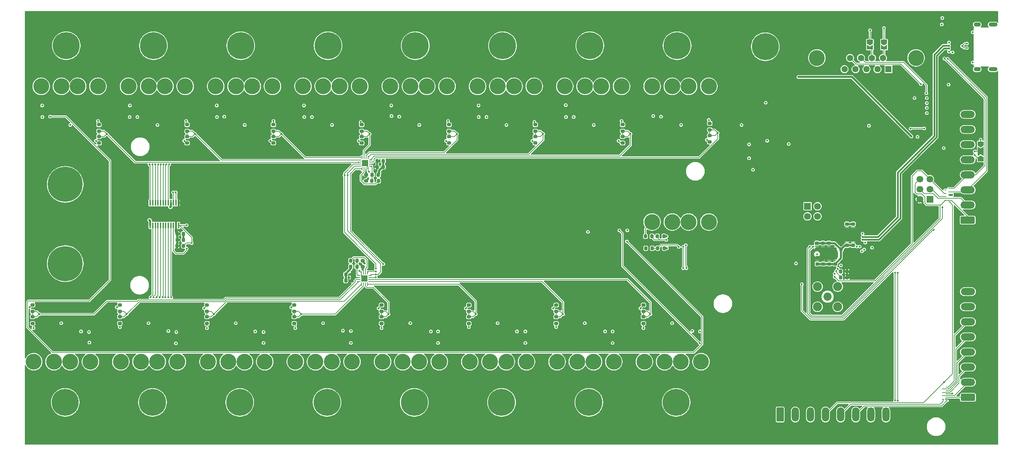
<source format=gbr>
%TF.GenerationSoftware,KiCad,Pcbnew,9.0.0*%
%TF.CreationDate,2025-05-29T20:25:45-04:00*%
%TF.ProjectId,distrabution_controler,64697374-7261-4627-9574-696f6e5f636f,rev?*%
%TF.SameCoordinates,Original*%
%TF.FileFunction,Copper,L4,Bot*%
%TF.FilePolarity,Positive*%
%FSLAX46Y46*%
G04 Gerber Fmt 4.6, Leading zero omitted, Abs format (unit mm)*
G04 Created by KiCad (PCBNEW 9.0.0) date 2025-05-29 20:25:45*
%MOMM*%
%LPD*%
G01*
G04 APERTURE LIST*
G04 Aperture macros list*
%AMRoundRect*
0 Rectangle with rounded corners*
0 $1 Rounding radius*
0 $2 $3 $4 $5 $6 $7 $8 $9 X,Y pos of 4 corners*
0 Add a 4 corners polygon primitive as box body*
4,1,4,$2,$3,$4,$5,$6,$7,$8,$9,$2,$3,0*
0 Add four circle primitives for the rounded corners*
1,1,$1+$1,$2,$3*
1,1,$1+$1,$4,$5*
1,1,$1+$1,$6,$7*
1,1,$1+$1,$8,$9*
0 Add four rect primitives between the rounded corners*
20,1,$1+$1,$2,$3,$4,$5,0*
20,1,$1+$1,$4,$5,$6,$7,0*
20,1,$1+$1,$6,$7,$8,$9,0*
20,1,$1+$1,$8,$9,$2,$3,0*%
%AMFreePoly0*
4,1,6,1.000000,0.000000,0.500000,-0.750000,-0.500000,-0.750000,-0.500000,0.750000,0.500000,0.750000,1.000000,0.000000,1.000000,0.000000,$1*%
%AMFreePoly1*
4,1,7,0.700000,0.000000,1.200000,-0.750000,-1.200000,-0.750000,-0.700000,0.000000,-1.200000,0.750000,1.200000,0.750000,0.700000,0.000000,0.700000,0.000000,$1*%
%AMFreePoly2*
4,1,6,0.500000,-0.750000,-0.650000,-0.750000,-0.150000,0.000000,-0.650000,0.750000,0.500000,0.750000,0.500000,-0.750000,0.500000,-0.750000,$1*%
G04 Aperture macros list end*
%TA.AperFunction,ComponentPad*%
%ADD10RoundRect,0.500000X0.600000X0.000010X-0.600000X0.000010X-0.600000X-0.000010X0.600000X-0.000010X0*%
%TD*%
%TA.AperFunction,ComponentPad*%
%ADD11RoundRect,0.500000X0.400000X0.000010X-0.400000X0.000010X-0.400000X-0.000010X0.400000X-0.000010X0*%
%TD*%
%TA.AperFunction,SMDPad,CuDef*%
%ADD12RoundRect,0.062500X0.062500X-0.375000X0.062500X0.375000X-0.062500X0.375000X-0.062500X-0.375000X0*%
%TD*%
%TA.AperFunction,SMDPad,CuDef*%
%ADD13RoundRect,0.062500X0.375000X-0.062500X0.375000X0.062500X-0.375000X0.062500X-0.375000X-0.062500X0*%
%TD*%
%TA.AperFunction,HeatsinkPad*%
%ADD14C,0.500000*%
%TD*%
%TA.AperFunction,HeatsinkPad*%
%ADD15R,1.600000X1.600000*%
%TD*%
%TA.AperFunction,SMDPad,CuDef*%
%ADD16RoundRect,0.062500X-0.062500X0.375000X-0.062500X-0.375000X0.062500X-0.375000X0.062500X0.375000X0*%
%TD*%
%TA.AperFunction,SMDPad,CuDef*%
%ADD17RoundRect,0.062500X-0.375000X0.062500X-0.375000X-0.062500X0.375000X-0.062500X0.375000X0.062500X0*%
%TD*%
%TA.AperFunction,SMDPad,CuDef*%
%ADD18R,0.600000X0.200000*%
%TD*%
%TA.AperFunction,ComponentPad*%
%ADD19C,6.800000*%
%TD*%
%TA.AperFunction,SMDPad,CuDef*%
%ADD20RoundRect,0.225000X0.250000X-0.225000X0.250000X0.225000X-0.250000X0.225000X-0.250000X-0.225000X0*%
%TD*%
%TA.AperFunction,SMDPad,CuDef*%
%ADD21RoundRect,0.200000X-0.200000X-0.275000X0.200000X-0.275000X0.200000X0.275000X-0.200000X0.275000X0*%
%TD*%
%TA.AperFunction,ComponentPad*%
%ADD22C,4.000000*%
%TD*%
%TA.AperFunction,SMDPad,CuDef*%
%ADD23RoundRect,0.225000X-0.250000X0.225000X-0.250000X-0.225000X0.250000X-0.225000X0.250000X0.225000X0*%
%TD*%
%TA.AperFunction,ComponentPad*%
%ADD24RoundRect,0.250000X1.550000X-0.650000X1.550000X0.650000X-1.550000X0.650000X-1.550000X-0.650000X0*%
%TD*%
%TA.AperFunction,ComponentPad*%
%ADD25O,3.600000X1.800000*%
%TD*%
%TA.AperFunction,ComponentPad*%
%ADD26R,1.700000X1.700000*%
%TD*%
%TA.AperFunction,ComponentPad*%
%ADD27C,1.700000*%
%TD*%
%TA.AperFunction,SMDPad,CuDef*%
%ADD28RoundRect,0.200000X0.200000X0.275000X-0.200000X0.275000X-0.200000X-0.275000X0.200000X-0.275000X0*%
%TD*%
%TA.AperFunction,ComponentPad*%
%ADD29C,2.050000*%
%TD*%
%TA.AperFunction,ComponentPad*%
%ADD30C,2.250000*%
%TD*%
%TA.AperFunction,ComponentPad*%
%ADD31RoundRect,0.250000X-0.650000X-1.550000X0.650000X-1.550000X0.650000X1.550000X-0.650000X1.550000X0*%
%TD*%
%TA.AperFunction,ComponentPad*%
%ADD32O,1.800000X3.600000*%
%TD*%
%TA.AperFunction,ComponentPad*%
%ADD33C,8.800000*%
%TD*%
%TA.AperFunction,ComponentPad*%
%ADD34R,1.600000X1.600000*%
%TD*%
%TA.AperFunction,ComponentPad*%
%ADD35C,1.600000*%
%TD*%
%TA.AperFunction,SMDPad,CuDef*%
%ADD36FreePoly0,270.000000*%
%TD*%
%TA.AperFunction,SMDPad,CuDef*%
%ADD37FreePoly1,270.000000*%
%TD*%
%TA.AperFunction,SMDPad,CuDef*%
%ADD38FreePoly0,90.000000*%
%TD*%
%TA.AperFunction,SMDPad,CuDef*%
%ADD39RoundRect,0.225000X-0.225000X-0.250000X0.225000X-0.250000X0.225000X0.250000X-0.225000X0.250000X0*%
%TD*%
%TA.AperFunction,SMDPad,CuDef*%
%ADD40RoundRect,0.225000X0.225000X0.250000X-0.225000X0.250000X-0.225000X-0.250000X0.225000X-0.250000X0*%
%TD*%
%TA.AperFunction,SMDPad,CuDef*%
%ADD41RoundRect,0.200000X0.275000X-0.200000X0.275000X0.200000X-0.275000X0.200000X-0.275000X-0.200000X0*%
%TD*%
%TA.AperFunction,SMDPad,CuDef*%
%ADD42RoundRect,0.200000X-0.275000X0.200000X-0.275000X-0.200000X0.275000X-0.200000X0.275000X0.200000X0*%
%TD*%
%TA.AperFunction,SMDPad,CuDef*%
%ADD43RoundRect,0.100000X0.100000X-0.637500X0.100000X0.637500X-0.100000X0.637500X-0.100000X-0.637500X0*%
%TD*%
%TA.AperFunction,SMDPad,CuDef*%
%ADD44FreePoly2,270.000000*%
%TD*%
%TA.AperFunction,ViaPad*%
%ADD45C,0.500000*%
%TD*%
%TA.AperFunction,ViaPad*%
%ADD46C,0.600000*%
%TD*%
%TA.AperFunction,Conductor*%
%ADD47C,0.200000*%
%TD*%
%TA.AperFunction,Conductor*%
%ADD48C,0.500000*%
%TD*%
%TA.AperFunction,Conductor*%
%ADD49C,0.445000*%
%TD*%
G04 APERTURE END LIST*
D10*
%TO.P,J2,S,SHIELD*%
%TO.N,GNDS*%
X264400000Y-69940000D03*
D11*
X260400000Y-69940000D03*
D10*
X264400000Y-58700000D03*
D11*
X260400000Y-58700000D03*
%TD*%
D12*
%TO.P,U5,1,AIN2/GPIO2*%
%TO.N,CH6_CSN_DEV*%
X106650000Y-124187500D03*
%TO.P,U5,2,AIN3/GPIO3*%
%TO.N,CH5_CSN_DEV*%
X106150000Y-124187500D03*
%TO.P,U5,3,AIN4/GPIO4*%
%TO.N,CH4_CSN_DEV*%
X105650000Y-124187500D03*
%TO.P,U5,4,AIN5/GPIO5*%
%TO.N,CH3_CSN_DEV*%
X105150000Y-124187500D03*
D13*
%TO.P,U5,5,AIN6/GPIO6*%
%TO.N,CH2_CSN_DEV*%
X104462500Y-123500000D03*
%TO.P,U5,6,AIN7/GPIO7*%
%TO.N,CH1_CSN_DEV*%
X104462500Y-123000000D03*
%TO.P,U5,7,AVDD*%
%TO.N,+3V3*%
X104462500Y-122500000D03*
%TO.P,U5,8,DECAP*%
%TO.N,Net-(U5-DECAP)*%
X104462500Y-122000000D03*
D12*
%TO.P,U5,9,GND*%
%TO.N,GND*%
X105150000Y-121312500D03*
%TO.P,U5,10,DVDD*%
%TO.N,+3V3*%
X105650000Y-121312500D03*
%TO.P,U5,11,ADDR*%
%TO.N,Net-(U5-ADDR)*%
X106150000Y-121312500D03*
%TO.P,U5,12,ALERT*%
%TO.N,ADC_01_ALERT*%
X106650000Y-121312500D03*
D13*
%TO.P,U5,13,SCL*%
%TO.N,I2C_SCL*%
X107337500Y-122000000D03*
%TO.P,U5,14,SDA*%
%TO.N,I2C_SDA*%
X107337500Y-122500000D03*
%TO.P,U5,15,AIN0/GPIO0*%
%TO.N,CH8_CSN_DEV*%
X107337500Y-123000000D03*
%TO.P,U5,16,AIN1/GPIO1*%
%TO.N,CH7_CSN_DEV*%
X107337500Y-123500000D03*
D14*
%TO.P,U5,17,EP*%
%TO.N,GND*%
X105350000Y-123300000D03*
X106450000Y-123300000D03*
D15*
X105900000Y-122750000D03*
D14*
X105350000Y-122200000D03*
X106450000Y-122200000D03*
%TD*%
D16*
%TO.P,U6,1,AIN2/GPIO2*%
%TO.N,CH14_CSN_DEV*%
X105325000Y-92212500D03*
%TO.P,U6,2,AIN3/GPIO3*%
%TO.N,CH13_CSN_DEV*%
X105825000Y-92212500D03*
%TO.P,U6,3,AIN4/GPIO4*%
%TO.N,CH12_CSN_DEV*%
X106325000Y-92212500D03*
%TO.P,U6,4,AIN5/GPIO5*%
%TO.N,CH11_CSN_DEV*%
X106825000Y-92212500D03*
D17*
%TO.P,U6,5,AIN6/GPIO6*%
%TO.N,CH10_CSN_DEV*%
X107512500Y-92900000D03*
%TO.P,U6,6,AIN7/GPIO7*%
%TO.N,CH9_CSN_DEV*%
X107512500Y-93400000D03*
%TO.P,U6,7,AVDD*%
%TO.N,+3V3*%
X107512500Y-93900000D03*
%TO.P,U6,8,DECAP*%
%TO.N,Net-(U6-DECAP)*%
X107512500Y-94400000D03*
D16*
%TO.P,U6,9,GND*%
%TO.N,GND*%
X106825000Y-95087500D03*
%TO.P,U6,10,DVDD*%
%TO.N,+3V3*%
X106325000Y-95087500D03*
%TO.P,U6,11,ADDR*%
%TO.N,Net-(U6-ADDR)*%
X105825000Y-95087500D03*
%TO.P,U6,12,ALERT*%
%TO.N,ADC_02_ALERT*%
X105325000Y-95087500D03*
D17*
%TO.P,U6,13,SCL*%
%TO.N,I2C_SCL*%
X104637500Y-94400000D03*
%TO.P,U6,14,SDA*%
%TO.N,I2C_SDA*%
X104637500Y-93900000D03*
%TO.P,U6,15,AIN0/GPIO0*%
%TO.N,CH16_CSN_DEV*%
X104637500Y-93400000D03*
%TO.P,U6,16,AIN1/GPIO1*%
%TO.N,CH15_CSN_DEV*%
X104637500Y-92900000D03*
D14*
%TO.P,U6,17,EP*%
%TO.N,GND*%
X106625000Y-93100000D03*
X105525000Y-93100000D03*
D15*
X106075000Y-93650000D03*
D14*
X106625000Y-94200000D03*
X105525000Y-94200000D03*
%TD*%
D18*
%TO.P,D20,9,K8*%
%TO.N,unconnected-(D20-K8-Pad9)*%
X252425000Y-100400000D03*
%TO.P,D20,8,K7*%
%TO.N,ESP_IO0*%
X252425000Y-101300000D03*
%TO.P,D20,7,K6*%
%TO.N,RST*%
X252425000Y-102100000D03*
%TO.P,D20,6,K5*%
%TO.N,ESP_RX*%
X252425000Y-103000000D03*
%TO.P,D20,5,K4*%
%TO.N,GPIO12*%
X253375000Y-103400000D03*
%TO.P,D20,4,K3*%
%TO.N,ESP_TX*%
X253375000Y-102500000D03*
%TO.P,D20,3,A*%
%TO.N,GND*%
X253375000Y-101700000D03*
%TO.P,D20,2,K2*%
%TO.N,I2C_SCL*%
X253375000Y-100900000D03*
%TO.P,D20,1,K1*%
%TO.N,I2C_SDA*%
X253375000Y-100000000D03*
%TD*%
D19*
%TO.P,H14,1,1*%
%TO.N,Net-(F14-Pad1)*%
X74750000Y-64000000D03*
%TD*%
D20*
%TO.P,C14,1*%
%TO.N,+3V3*%
X223000000Y-115375000D03*
%TO.P,C14,2*%
%TO.N,GND*%
X223000000Y-113825000D03*
%TD*%
D21*
%TO.P,R33,1*%
%TO.N,+12V_REF*%
X179860000Y-115100000D03*
%TO.P,R33,2*%
%TO.N,GND*%
X181510000Y-115100000D03*
%TD*%
D22*
%TO.P,F14,1*%
%TO.N,Net-(F14-Pad1)*%
X68450000Y-74250000D03*
X73550000Y-74250000D03*
%TO.P,F14,2*%
%TO.N,CH14_CSN*%
X77650000Y-74250000D03*
X82750000Y-74250000D03*
%TD*%
D19*
%TO.P,H16,1,1*%
%TO.N,Net-(F16-Pad1)*%
X30750000Y-64000000D03*
%TD*%
%TO.P,H19,1,1*%
%TO.N,GND*%
X207000000Y-64250000D03*
%TD*%
%TO.P,H10,1,1*%
%TO.N,Net-(F10-Pad1)*%
X162750000Y-64000000D03*
%TD*%
%TO.P,H12,1,1*%
%TO.N,Net-(F12-Pad1)*%
X118750000Y-64000000D03*
%TD*%
D23*
%TO.P,C16,1*%
%TO.N,+3V3*%
X229100000Y-112825000D03*
%TO.P,C16,2*%
%TO.N,GND*%
X229100000Y-114375000D03*
%TD*%
D24*
%TO.P,J7,1,Pin_1*%
%TO.N,GPIO11*%
X258067500Y-152747500D03*
D25*
%TO.P,J7,2,Pin_2*%
%TO.N,GPIO10*%
X258067500Y-148937500D03*
%TO.P,J7,3,Pin_3*%
%TO.N,GPIO9*%
X258067500Y-145127500D03*
%TO.P,J7,4,Pin_4*%
%TO.N,GPIO8*%
X258067500Y-141317500D03*
%TO.P,J7,5,Pin_5*%
%TO.N,GPIO7*%
X258067500Y-137507500D03*
%TO.P,J7,6,Pin_6*%
%TO.N,GPIO6*%
X258067500Y-133697500D03*
%TO.P,J7,7,Pin_7*%
%TO.N,PERIPHERAL_PWR*%
X258067500Y-129887500D03*
%TO.P,J7,8,Pin_8*%
%TO.N,GND*%
X258067500Y-126077500D03*
%TD*%
D23*
%TO.P,C17,1*%
%TO.N,+3V3*%
X227600000Y-112825000D03*
%TO.P,C17,2*%
%TO.N,GND*%
X227600000Y-114375000D03*
%TD*%
D22*
%TO.P,F1,1*%
%TO.N,Net-(F1-Pad1)*%
X36850000Y-143750000D03*
X31750000Y-143750000D03*
%TO.P,F1,2*%
%TO.N,CH1_CSN*%
X27650000Y-143750000D03*
X22550000Y-143750000D03*
%TD*%
%TO.P,F11,1*%
%TO.N,Net-(F11-Pad1)*%
X134450000Y-74250000D03*
X139550000Y-74250000D03*
%TO.P,F11,2*%
%TO.N,CH11_CSN*%
X143650000Y-74250000D03*
X148750000Y-74250000D03*
%TD*%
%TO.P,F7,1*%
%TO.N,Net-(F7-Pad1)*%
X168800000Y-143750000D03*
X163700000Y-143750000D03*
%TO.P,F7,2*%
%TO.N,CH7_CSN*%
X159600000Y-143750000D03*
X154500000Y-143750000D03*
%TD*%
D23*
%TO.P,C1,1*%
%TO.N,+3V3*%
X223100000Y-117525000D03*
%TO.P,C1,2*%
%TO.N,GND*%
X223100000Y-119075000D03*
%TD*%
D20*
%TO.P,C12,1*%
%TO.N,+3V3*%
X220000000Y-115375000D03*
%TO.P,C12,2*%
%TO.N,GND*%
X220000000Y-113825000D03*
%TD*%
D21*
%TO.P,R21,1*%
%TO.N,PERIPHERAL_PWR_CSN*%
X176775000Y-112100000D03*
%TO.P,R21,2*%
%TO.N,PERIPHERAL_PWR_CSN_DEV*%
X178425000Y-112100000D03*
%TD*%
D26*
%TO.P,J5,1,Pin_1*%
%TO.N,GND*%
X248475000Y-102740000D03*
D27*
%TO.P,J5,2,Pin_2*%
%TO.N,+3V3*%
X245935000Y-102740000D03*
%TO.P,J5,3,Pin_3*%
%TO.N,RST*%
X248475000Y-100200000D03*
%TO.P,J5,4,Pin_4*%
%TO.N,ESP_TX*%
X245935000Y-100200000D03*
%TO.P,J5,5,Pin_5*%
%TO.N,ESP_IO0*%
X248475000Y-97660000D03*
%TO.P,J5,6,Pin_6*%
%TO.N,ESP_RX*%
X245935000Y-97660000D03*
%TD*%
D22*
%TO.P,F12,1*%
%TO.N,Net-(F12-Pad1)*%
X112450000Y-74250000D03*
X117550000Y-74250000D03*
%TO.P,F12,2*%
%TO.N,CH12_CSN*%
X121650000Y-74250000D03*
X126750000Y-74250000D03*
%TD*%
%TO.P,F17,1*%
%TO.N,PERIPHERAL_PWR*%
X192750000Y-108500000D03*
X187650000Y-108500000D03*
%TO.P,F17,2*%
%TO.N,PERIPHERAL_PWR_CSN*%
X183550000Y-108500000D03*
X178450000Y-108500000D03*
%TD*%
D23*
%TO.P,C4,1*%
%TO.N,+3V3*%
X220100000Y-117525000D03*
%TO.P,C4,2*%
%TO.N,GND*%
X220100000Y-119075000D03*
%TD*%
D18*
%TO.P,D21,1,K1*%
%TO.N,GPIO6*%
X252750000Y-150200000D03*
%TO.P,D21,2,K2*%
%TO.N,GPIO8*%
X252750000Y-151100000D03*
%TO.P,D21,3,A*%
%TO.N,GND*%
X252750000Y-151900000D03*
%TO.P,D21,4,K3*%
%TO.N,GPIO11*%
X252750000Y-152700000D03*
%TO.P,D21,5,K4*%
%TO.N,DAC_2*%
X252750000Y-153600000D03*
%TO.P,D21,6,K5*%
%TO.N,DAC_1*%
X251800000Y-153200000D03*
%TO.P,D21,7,K6*%
%TO.N,GPIO10*%
X251800000Y-152300000D03*
%TO.P,D21,8,K7*%
%TO.N,GPIO9*%
X251800000Y-151500000D03*
%TO.P,D21,9,K8*%
%TO.N,GPIO7*%
X251800000Y-150600000D03*
%TD*%
D22*
%TO.P,F2,1*%
%TO.N,Net-(F2-Pad1)*%
X58800000Y-143750000D03*
X53700000Y-143750000D03*
%TO.P,F2,2*%
%TO.N,CH2_CSN*%
X49600000Y-143750000D03*
X44500000Y-143750000D03*
%TD*%
D23*
%TO.P,C3,1*%
%TO.N,+3V3*%
X221600000Y-117525000D03*
%TO.P,C3,2*%
%TO.N,GND*%
X221600000Y-119075000D03*
%TD*%
D28*
%TO.P,R2,1*%
%TO.N,+3V3*%
X227625000Y-122500000D03*
%TO.P,R2,2*%
%TO.N,I2C_SCL*%
X225975000Y-122500000D03*
%TD*%
D29*
%TO.P,J1,1,In*%
%TO.N,LNA*%
X222700000Y-127340000D03*
D30*
%TO.P,J1,2,Ext*%
%TO.N,GND*%
X220160000Y-124800000D03*
X220160000Y-129880000D03*
X225240000Y-124800000D03*
X225240000Y-129880000D03*
%TD*%
D23*
%TO.P,C2,1*%
%TO.N,+3V3*%
X224600000Y-117525000D03*
%TO.P,C2,2*%
%TO.N,GND*%
X224600000Y-119075000D03*
%TD*%
D20*
%TO.P,C6,1*%
%TO.N,+3V3*%
X229100000Y-110575000D03*
%TO.P,C6,2*%
%TO.N,GND*%
X229100000Y-109025000D03*
%TD*%
D22*
%TO.P,F6,1*%
%TO.N,Net-(F6-Pad1)*%
X146800000Y-143750000D03*
X141700000Y-143750000D03*
%TO.P,F6,2*%
%TO.N,CH6_CSN*%
X137600000Y-143750000D03*
X132500000Y-143750000D03*
%TD*%
D19*
%TO.P,H11,1,1*%
%TO.N,Net-(F11-Pad1)*%
X140750000Y-64000000D03*
%TD*%
D24*
%TO.P,J6,1,Pin_1*%
%TO.N,ESP_RX*%
X258000000Y-108000000D03*
D25*
%TO.P,J6,2,Pin_2*%
%TO.N,ESP_TX*%
X258000000Y-104190000D03*
%TO.P,J6,3,Pin_3*%
%TO.N,I2C_SCL*%
X258000000Y-100380000D03*
%TO.P,J6,4,Pin_4*%
%TO.N,I2C_SDA*%
X258000000Y-96570000D03*
%TO.P,J6,5,Pin_5*%
%TO.N,CAN_L*%
X258000000Y-92760000D03*
%TO.P,J6,6,Pin_6*%
%TO.N,CAN_H*%
X258000000Y-88950000D03*
%TO.P,J6,7,Pin_7*%
%TO.N,PERIPHERAL_PWR*%
X258000000Y-85140000D03*
%TO.P,J6,8,Pin_8*%
%TO.N,GND*%
X258000000Y-81330000D03*
%TD*%
D31*
%TO.P,J8,1,Pin_1*%
%TO.N,unconnected-(J8-Pin_1-Pad1)*%
X210715000Y-157067500D03*
D32*
%TO.P,J8,2,Pin_2*%
%TO.N,unconnected-(J8-Pin_2-Pad2)*%
X214525000Y-157067500D03*
%TO.P,J8,3,Pin_3*%
%TO.N,unconnected-(J8-Pin_3-Pad3)*%
X218335000Y-157067500D03*
%TO.P,J8,4,Pin_4*%
%TO.N,GPIO12*%
X222145000Y-157067500D03*
%TO.P,J8,5,Pin_5*%
%TO.N,DAC_1*%
X225955000Y-157067500D03*
%TO.P,J8,6,Pin_6*%
%TO.N,DAC_2*%
X229765000Y-157067500D03*
%TO.P,J8,7,Pin_7*%
%TO.N,GND*%
X233575000Y-157067500D03*
%TO.P,J8,8,Pin_8*%
%TO.N,PERIPHERAL_PWR*%
X237385000Y-157067500D03*
%TD*%
D19*
%TO.P,H6,1,1*%
%TO.N,Net-(F6-Pad1)*%
X140500000Y-154000000D03*
%TD*%
%TO.P,H3,1,1*%
%TO.N,Net-(F3-Pad1)*%
X74500000Y-154000000D03*
%TD*%
%TO.P,H13,1,1*%
%TO.N,Net-(F13-Pad1)*%
X96750000Y-64000000D03*
%TD*%
D21*
%TO.P,R32,1*%
%TO.N,PERIPHERAL_PWR_CSN_DEV*%
X179775000Y-112100000D03*
%TO.P,R32,2*%
%TO.N,GND*%
X181425000Y-112100000D03*
%TD*%
D33*
%TO.P,H18,1,1*%
%TO.N,+12V*%
X30500000Y-99000000D03*
%TD*%
D22*
%TO.P,F16,1*%
%TO.N,Net-(F16-Pad1)*%
X24450000Y-74250000D03*
X29550000Y-74250000D03*
%TO.P,F16,2*%
%TO.N,CH16_CSN*%
X33650000Y-74250000D03*
X38750000Y-74250000D03*
%TD*%
D19*
%TO.P,H5,1,1*%
%TO.N,Net-(F5-Pad1)*%
X118500000Y-154000000D03*
%TD*%
%TO.P,H2,1,1*%
%TO.N,Net-(F2-Pad1)*%
X52500000Y-154000000D03*
%TD*%
D22*
%TO.P,F4,1*%
%TO.N,Net-(F4-Pad1)*%
X102800000Y-143750000D03*
X97700000Y-143750000D03*
%TO.P,F4,2*%
%TO.N,CH4_CSN*%
X93600000Y-143750000D03*
X88500000Y-143750000D03*
%TD*%
D19*
%TO.P,H7,1,1*%
%TO.N,Net-(F7-Pad1)*%
X162500000Y-154000000D03*
%TD*%
%TO.P,H1,1,1*%
%TO.N,Net-(F1-Pad1)*%
X30500000Y-154000000D03*
%TD*%
D28*
%TO.P,R1,1*%
%TO.N,+3V3*%
X227625000Y-121000000D03*
%TO.P,R1,2*%
%TO.N,I2C_SDA*%
X225975000Y-121000000D03*
%TD*%
D26*
%TO.P,J3,1,Pin_1*%
%TO.N,MTD0*%
X217625000Y-104525000D03*
D27*
%TO.P,J3,2,Pin_2*%
%TO.N,MTCK*%
X220165000Y-104525000D03*
%TO.P,J3,3,Pin_3*%
%TO.N,MTMS*%
X217625000Y-107065000D03*
%TO.P,J3,4,Pin_4*%
%TO.N,MTDI*%
X220165000Y-107065000D03*
%TD*%
D19*
%TO.P,H4,1,1*%
%TO.N,Net-(F4-Pad1)*%
X96500000Y-154000000D03*
%TD*%
D22*
%TO.P,J4,0,PAD*%
%TO.N,GNDS*%
X245000000Y-67105331D03*
X220000000Y-67105331D03*
D34*
%TO.P,J4,1,1*%
%TO.N,CAN_H*%
X238040000Y-69945331D03*
D35*
%TO.P,J4,2,2*%
%TO.N,CAN_L*%
X235270000Y-69945331D03*
%TO.P,J4,3,3*%
%TO.N,PERIPHERAL_PWR*%
X232500000Y-69945331D03*
%TO.P,J4,4,4*%
%TO.N,unconnected-(J4-Pad4)*%
X229730000Y-69945331D03*
%TO.P,J4,5,5*%
%TO.N,GND*%
X226960000Y-69945331D03*
%TO.P,J4,6,6*%
%TO.N,Net-(JP2-B)*%
X236655000Y-67105331D03*
%TO.P,J4,7,7*%
%TO.N,Net-(JP3-B)*%
X233885000Y-67105331D03*
%TO.P,J4,8,8*%
%TO.N,ALLOW_Q_DRAW*%
X231115000Y-67105331D03*
%TO.P,J4,9,9*%
%TO.N,/MCU_IO/CAR_ACC_ESD*%
X228345000Y-67105331D03*
%TD*%
D21*
%TO.P,R22,1*%
%TO.N,+12V*%
X176850000Y-115100000D03*
%TO.P,R22,2*%
%TO.N,+12V_REF*%
X178500000Y-115100000D03*
%TD*%
D22*
%TO.P,F3,1*%
%TO.N,Net-(F3-Pad1)*%
X80800000Y-143750000D03*
X75700000Y-143750000D03*
%TO.P,F3,2*%
%TO.N,CH3_CSN*%
X71600000Y-143750000D03*
X66500000Y-143750000D03*
%TD*%
%TO.P,F10,1*%
%TO.N,Net-(F10-Pad1)*%
X156450000Y-74250000D03*
X161550000Y-74250000D03*
%TO.P,F10,2*%
%TO.N,CH10_CSN*%
X165650000Y-74250000D03*
X170750000Y-74250000D03*
%TD*%
%TO.P,F8,1*%
%TO.N,Net-(F8-Pad1)*%
X190800000Y-143750000D03*
X185700000Y-143750000D03*
%TO.P,F8,2*%
%TO.N,CH8_CSN*%
X181600000Y-143750000D03*
X176500000Y-143750000D03*
%TD*%
%TO.P,F15,1*%
%TO.N,Net-(F15-Pad1)*%
X46450000Y-74250000D03*
X51550000Y-74250000D03*
%TO.P,F15,2*%
%TO.N,CH15_CSN*%
X55650000Y-74250000D03*
X60750000Y-74250000D03*
%TD*%
D20*
%TO.P,C13,1*%
%TO.N,+3V3*%
X221500000Y-115375000D03*
%TO.P,C13,2*%
%TO.N,GND*%
X221500000Y-113825000D03*
%TD*%
D22*
%TO.P,F13,1*%
%TO.N,Net-(F13-Pad1)*%
X90450000Y-74250000D03*
X95550000Y-74250000D03*
%TO.P,F13,2*%
%TO.N,CH13_CSN*%
X99650000Y-74250000D03*
X104750000Y-74250000D03*
%TD*%
D36*
%TO.P,JP1,1,A*%
%TO.N,Net-(JP1-A)*%
X261300000Y-88700000D03*
D37*
%TO.P,JP1,2,C*%
%TO.N,Net-(JP1-C)*%
X261300000Y-90700000D03*
D38*
%TO.P,JP1,3,B*%
%TO.N,Net-(JP1-B)*%
X261300000Y-92700000D03*
%TD*%
D20*
%TO.P,C5,1*%
%TO.N,+3V3*%
X227600000Y-110575000D03*
%TO.P,C5,2*%
%TO.N,GND*%
X227600000Y-109025000D03*
%TD*%
D22*
%TO.P,F9,1*%
%TO.N,Net-(F9-Pad1)*%
X178450000Y-74250000D03*
X183550000Y-74250000D03*
%TO.P,F9,2*%
%TO.N,CH9_CSN*%
X187650000Y-74250000D03*
X192750000Y-74250000D03*
%TD*%
D19*
%TO.P,H9,1,1*%
%TO.N,Net-(F9-Pad1)*%
X184750000Y-64000000D03*
%TD*%
D39*
%TO.P,C15,1*%
%TO.N,+3V3*%
X224525000Y-115400000D03*
%TO.P,C15,2*%
%TO.N,GND*%
X226075000Y-115400000D03*
%TD*%
D22*
%TO.P,F5,1*%
%TO.N,Net-(F5-Pad1)*%
X124800000Y-143750000D03*
X119700000Y-143750000D03*
%TO.P,F5,2*%
%TO.N,CH5_CSN*%
X115600000Y-143750000D03*
X110500000Y-143750000D03*
%TD*%
D19*
%TO.P,H8,1,1*%
%TO.N,Net-(F8-Pad1)*%
X184500000Y-154000000D03*
%TD*%
D33*
%TO.P,H17,1,1*%
%TO.N,+12V*%
X30500000Y-119000000D03*
%TD*%
D19*
%TO.P,H15,1,1*%
%TO.N,Net-(F15-Pad1)*%
X52750000Y-64000000D03*
%TD*%
D40*
%TO.P,C26,1*%
%TO.N,+3V3*%
X102775000Y-123250000D03*
%TO.P,C26,2*%
%TO.N,GND*%
X101225000Y-123250000D03*
%TD*%
D41*
%TO.P,R14,1*%
%TO.N,CH2_CSN*%
X44250000Y-134075000D03*
%TO.P,R14,2*%
%TO.N,CH2_CSN_DEV*%
X44250000Y-132425000D03*
%TD*%
D42*
%TO.P,R47,1*%
%TO.N,CH13_CSN_DEV*%
X105250000Y-86925000D03*
%TO.P,R47,2*%
%TO.N,GND*%
X105250000Y-88575000D03*
%TD*%
%TO.P,R44,1*%
%TO.N,CH10_CSN_DEV*%
X171000000Y-86925000D03*
%TO.P,R44,2*%
%TO.N,GND*%
X171000000Y-88575000D03*
%TD*%
D39*
%TO.P,C19,1*%
%TO.N,+3V3*%
X58725000Y-113000000D03*
%TO.P,C19,2*%
%TO.N,GND*%
X60275000Y-113000000D03*
%TD*%
D41*
%TO.P,R18,1*%
%TO.N,CH6_CSN*%
X132250000Y-134075000D03*
%TO.P,R18,2*%
%TO.N,CH6_CSN_DEV*%
X132250000Y-132425000D03*
%TD*%
D42*
%TO.P,R45,1*%
%TO.N,CH11_CSN_DEV*%
X149000000Y-86925000D03*
%TO.P,R45,2*%
%TO.N,GND*%
X149000000Y-88575000D03*
%TD*%
D40*
%TO.P,C27,1*%
%TO.N,Net-(U5-DECAP)*%
X104025000Y-119750000D03*
%TO.P,C27,2*%
%TO.N,GND*%
X102475000Y-119750000D03*
%TD*%
D41*
%TO.P,R15,1*%
%TO.N,CH3_CSN*%
X66250000Y-134075000D03*
%TO.P,R15,2*%
%TO.N,CH3_CSN_DEV*%
X66250000Y-132425000D03*
%TD*%
%TO.P,R29,1*%
%TO.N,CH6_CSN_DEV*%
X132250000Y-131075000D03*
%TO.P,R29,2*%
%TO.N,GND*%
X132250000Y-129425000D03*
%TD*%
D43*
%TO.P,U3,1,INT*%
%TO.N,IOX0_INT*%
X59075000Y-109362500D03*
%TO.P,U3,2,VDD_I2C*%
%TO.N,+3V3*%
X58425000Y-109362500D03*
%TO.P,U3,3,RESET*%
%TO.N,RST*%
X57775000Y-109362500D03*
%TO.P,U3,4,P0_0*%
%TO.N,CH8_GATE*%
X57125000Y-109362500D03*
%TO.P,U3,5,P0_1*%
%TO.N,CH7_GATE*%
X56475000Y-109362500D03*
%TO.P,U3,6,P0_2*%
%TO.N,CH6_GATE*%
X55825000Y-109362500D03*
%TO.P,U3,7,P0_3*%
%TO.N,CH5_GATE*%
X55175000Y-109362500D03*
%TO.P,U3,8,P0_4*%
%TO.N,CH4_GATE*%
X54525000Y-109362500D03*
%TO.P,U3,9,P0_5*%
%TO.N,CH3_GATE*%
X53875000Y-109362500D03*
%TO.P,U3,10,P0_6*%
%TO.N,CH2_GATE*%
X53225000Y-109362500D03*
%TO.P,U3,11,P0_7*%
%TO.N,CH1_GATE*%
X52575000Y-109362500D03*
%TO.P,U3,12,VSS*%
%TO.N,GND*%
X51925000Y-109362500D03*
%TO.P,U3,13,P1_0*%
%TO.N,CH16_GATE*%
X51925000Y-103637500D03*
%TO.P,U3,14,P1_1*%
%TO.N,CH15_GATE*%
X52575000Y-103637500D03*
%TO.P,U3,15,P1_2*%
%TO.N,CH14_GATE*%
X53225000Y-103637500D03*
%TO.P,U3,16,P1_3*%
%TO.N,CH13_GATE*%
X53875000Y-103637500D03*
%TO.P,U3,17,P1_4*%
%TO.N,CH12_GATE*%
X54525000Y-103637500D03*
%TO.P,U3,18,P1_5*%
%TO.N,CH11_GATE*%
X55175000Y-103637500D03*
%TO.P,U3,19,P1_6*%
%TO.N,CH10_GATE*%
X55825000Y-103637500D03*
%TO.P,U3,20,P1_7*%
%TO.N,CH9_GATE*%
X56475000Y-103637500D03*
%TO.P,U3,21,ADDR*%
%TO.N,GND*%
X57125000Y-103637500D03*
%TO.P,U3,22,SCL*%
%TO.N,I2C_SCL*%
X57775000Y-103637500D03*
%TO.P,U3,23,SDA*%
%TO.N,I2C_SDA*%
X58425000Y-103637500D03*
%TO.P,U3,24,VDD*%
%TO.N,+3V3*%
X59075000Y-103637500D03*
%TD*%
D41*
%TO.P,R30,1*%
%TO.N,CH7_CSN_DEV*%
X154250000Y-131075000D03*
%TO.P,R30,2*%
%TO.N,GND*%
X154250000Y-129425000D03*
%TD*%
D42*
%TO.P,R49,1*%
%TO.N,CH15_CSN_DEV*%
X61250000Y-86925000D03*
%TO.P,R49,2*%
%TO.N,GND*%
X61250000Y-88575000D03*
%TD*%
%TO.P,R36,1*%
%TO.N,CH11_CSN*%
X149000000Y-83925000D03*
%TO.P,R36,2*%
%TO.N,CH11_CSN_DEV*%
X149000000Y-85575000D03*
%TD*%
D41*
%TO.P,R31,1*%
%TO.N,CH8_CSN_DEV*%
X176250000Y-131075000D03*
%TO.P,R31,2*%
%TO.N,GND*%
X176250000Y-129425000D03*
%TD*%
%TO.P,R24,1*%
%TO.N,CH1_CSN_DEV*%
X22250000Y-131075000D03*
%TO.P,R24,2*%
%TO.N,GND*%
X22250000Y-129425000D03*
%TD*%
D39*
%TO.P,C28,1*%
%TO.N,+3V3*%
X109100000Y-94600000D03*
%TO.P,C28,2*%
%TO.N,GND*%
X110650000Y-94600000D03*
%TD*%
D41*
%TO.P,R13,1*%
%TO.N,CH1_CSN*%
X22250000Y-134075000D03*
%TO.P,R13,2*%
%TO.N,CH1_CSN_DEV*%
X22250000Y-132425000D03*
%TD*%
D39*
%TO.P,C20,1*%
%TO.N,+3V3*%
X58725000Y-111500000D03*
%TO.P,C20,2*%
%TO.N,GND*%
X60275000Y-111500000D03*
%TD*%
D41*
%TO.P,R17,1*%
%TO.N,CH5_CSN*%
X110250000Y-134075000D03*
%TO.P,R17,2*%
%TO.N,CH5_CSN_DEV*%
X110250000Y-132425000D03*
%TD*%
D23*
%TO.P,C29,1*%
%TO.N,+3V3*%
X106375000Y-96575000D03*
%TO.P,C29,2*%
%TO.N,GND*%
X106375000Y-98125000D03*
%TD*%
D42*
%TO.P,R37,1*%
%TO.N,CH12_CSN*%
X127250000Y-83925000D03*
%TO.P,R37,2*%
%TO.N,CH12_CSN_DEV*%
X127250000Y-85575000D03*
%TD*%
D41*
%TO.P,R19,1*%
%TO.N,CH7_CSN*%
X154250000Y-134075000D03*
%TO.P,R19,2*%
%TO.N,CH7_CSN_DEV*%
X154250000Y-132425000D03*
%TD*%
D20*
%TO.P,C25,1*%
%TO.N,+3V3*%
X105500000Y-119800000D03*
%TO.P,C25,2*%
%TO.N,GND*%
X105500000Y-118250000D03*
%TD*%
D41*
%TO.P,R28,1*%
%TO.N,CH5_CSN_DEV*%
X110250000Y-131075000D03*
%TO.P,R28,2*%
%TO.N,GND*%
X110250000Y-129425000D03*
%TD*%
D36*
%TO.P,JP3,1,A*%
%TO.N,I2C_SDA*%
X233376750Y-63000000D03*
D44*
%TO.P,JP3,2,B*%
%TO.N,Net-(JP3-B)*%
X233376750Y-64450000D03*
%TD*%
D42*
%TO.P,R34,1*%
%TO.N,CH9_CSN*%
X193000000Y-83600000D03*
%TO.P,R34,2*%
%TO.N,CH9_CSN_DEV*%
X193000000Y-85250000D03*
%TD*%
%TO.P,R39,1*%
%TO.N,CH14_CSN*%
X83000000Y-83925000D03*
%TO.P,R39,2*%
%TO.N,CH14_CSN_DEV*%
X83000000Y-85575000D03*
%TD*%
%TO.P,R46,1*%
%TO.N,CH12_CSN_DEV*%
X127250000Y-86925000D03*
%TO.P,R46,2*%
%TO.N,GND*%
X127250000Y-88575000D03*
%TD*%
%TO.P,R35,1*%
%TO.N,CH10_CSN*%
X171000000Y-83925000D03*
%TO.P,R35,2*%
%TO.N,CH10_CSN_DEV*%
X171000000Y-85575000D03*
%TD*%
D41*
%TO.P,R20,1*%
%TO.N,CH8_CSN*%
X176250000Y-134075000D03*
%TO.P,R20,2*%
%TO.N,CH8_CSN_DEV*%
X176250000Y-132425000D03*
%TD*%
D39*
%TO.P,C31,1*%
%TO.N,Net-(U6-DECAP)*%
X107875000Y-96600000D03*
%TO.P,C31,2*%
%TO.N,GND*%
X109425000Y-96600000D03*
%TD*%
D42*
%TO.P,R48,1*%
%TO.N,CH14_CSN_DEV*%
X83000000Y-86911750D03*
%TO.P,R48,2*%
%TO.N,GND*%
X83000000Y-88561750D03*
%TD*%
%TO.P,R41,1*%
%TO.N,CH16_CSN*%
X39000000Y-83925000D03*
%TO.P,R41,2*%
%TO.N,CH16_CSN_DEV*%
X39000000Y-85575000D03*
%TD*%
D28*
%TO.P,R23,1*%
%TO.N,Net-(U5-DECAP)*%
X104075000Y-118250000D03*
%TO.P,R23,2*%
%TO.N,Net-(U5-ADDR)*%
X102425000Y-118250000D03*
%TD*%
D40*
%TO.P,C24,1*%
%TO.N,+3V3*%
X102775000Y-121750000D03*
%TO.P,C24,2*%
%TO.N,GND*%
X101225000Y-121750000D03*
%TD*%
D42*
%TO.P,R50,1*%
%TO.N,CH16_CSN_DEV*%
X39000000Y-86925000D03*
%TO.P,R50,2*%
%TO.N,GND*%
X39000000Y-88575000D03*
%TD*%
%TO.P,R40,1*%
%TO.N,CH15_CSN*%
X61250000Y-83925000D03*
%TO.P,R40,2*%
%TO.N,CH15_CSN_DEV*%
X61250000Y-85575000D03*
%TD*%
D41*
%TO.P,R16,1*%
%TO.N,CH4_CSN*%
X88250000Y-134075000D03*
%TO.P,R16,2*%
%TO.N,CH4_CSN_DEV*%
X88250000Y-132425000D03*
%TD*%
D21*
%TO.P,R42,1*%
%TO.N,Net-(U6-DECAP)*%
X107825000Y-98100000D03*
%TO.P,R42,2*%
%TO.N,Net-(U6-ADDR)*%
X109475000Y-98100000D03*
%TD*%
D36*
%TO.P,JP2,1,A*%
%TO.N,I2C_SCL*%
X236926750Y-63000000D03*
D44*
%TO.P,JP2,2,B*%
%TO.N,Net-(JP2-B)*%
X236926750Y-64450000D03*
%TD*%
D42*
%TO.P,R38,1*%
%TO.N,CH13_CSN*%
X105250000Y-83925000D03*
%TO.P,R38,2*%
%TO.N,CH13_CSN_DEV*%
X105250000Y-85575000D03*
%TD*%
%TO.P,R43,1*%
%TO.N,CH9_CSN_DEV*%
X193000000Y-86675000D03*
%TO.P,R43,2*%
%TO.N,GND*%
X193000000Y-88325000D03*
%TD*%
D41*
%TO.P,R25,1*%
%TO.N,CH2_CSN_DEV*%
X44250000Y-131075000D03*
%TO.P,R25,2*%
%TO.N,GND*%
X44250000Y-129425000D03*
%TD*%
%TO.P,R27,1*%
%TO.N,CH4_CSN_DEV*%
X88250000Y-131075000D03*
%TO.P,R27,2*%
%TO.N,GND*%
X88250000Y-129425000D03*
%TD*%
D39*
%TO.P,C30,1*%
%TO.N,+3V3*%
X109100000Y-93100000D03*
%TO.P,C30,2*%
%TO.N,GND*%
X110650000Y-93100000D03*
%TD*%
D21*
%TO.P,R7,1*%
%TO.N,+3V3*%
X58675000Y-114500000D03*
%TO.P,R7,2*%
%TO.N,IOX0_INT*%
X60325000Y-114500000D03*
%TD*%
D41*
%TO.P,R26,1*%
%TO.N,CH3_CSN_DEV*%
X66250000Y-131075000D03*
%TO.P,R26,2*%
%TO.N,GND*%
X66250000Y-129425000D03*
%TD*%
D45*
%TO.N,GND*%
X107096824Y-95861220D03*
%TO.N,+3V3*%
X238600000Y-102750000D03*
%TO.N,GND*%
X232200000Y-113700000D03*
X231500000Y-111400000D03*
X104625000Y-120800000D03*
%TO.N,+12V*%
X215300000Y-71900000D03*
X243825000Y-86900000D03*
%TO.N,PERIPHERAL_PWR*%
X247700000Y-77200000D03*
X247700000Y-78500000D03*
X247700000Y-79700000D03*
X247700000Y-81000000D03*
%TO.N,I2C_SCL*%
X236900000Y-59550000D03*
%TO.N,I2C_SDA*%
X233400000Y-60100000D03*
%TO.N,GND*%
X212900000Y-88800000D03*
%TO.N,+3V3*%
X234675000Y-85800000D03*
X210800000Y-78400000D03*
%TO.N,RST*%
X249472459Y-110472459D03*
%TO.N,ADC_02_ALERT*%
X110700000Y-119100000D03*
X187100000Y-120150000D03*
X186926102Y-114349000D03*
%TO.N,ADC_01_ALERT*%
X186300000Y-120150000D03*
X186300000Y-114750000D03*
%TO.N,+12V_REF*%
X185200000Y-114800000D03*
%TO.N,PERIPHERAL_PWR_CSN_DEV*%
X182000000Y-113000000D03*
%TO.N,RST*%
X216200000Y-124200000D03*
%TO.N,I2C_SDA*%
X108800000Y-120200000D03*
%TO.N,IOX0_INT*%
X62400000Y-113799000D03*
%TO.N,PERIPHERAL_PWR_GATE*%
X162275000Y-110975000D03*
%TO.N,I2C_SCL*%
X57674997Y-101000000D03*
%TO.N,I2C_SDA*%
X58375000Y-101000000D03*
%TO.N,RST*%
X61100000Y-115200000D03*
%TO.N,I2C_SCL*%
X101714409Y-96700000D03*
%TO.N,I2C_SDA*%
X100900000Y-96700000D03*
%TO.N,ADC_01_ALERT*%
X108800000Y-120999997D03*
%TO.N,I2C_SCL*%
X108800000Y-121700000D03*
%TO.N,I2C_SDA*%
X108800000Y-122400000D03*
%TO.N,+3V3*%
X59075000Y-95600000D03*
X58700000Y-115900000D03*
X101200000Y-130200000D03*
X101200000Y-124900000D03*
%TO.N,DISRABUTION_NEO_PIXELS*%
X34500000Y-136100000D03*
%TO.N,+3V3*%
X34400000Y-138900000D03*
%TO.N,Net-(D1-DOUT)*%
X36600000Y-138900000D03*
X56500000Y-136000000D03*
%TO.N,+3V3*%
X56500000Y-139000000D03*
%TO.N,Net-(D2-DOUT)*%
X58400000Y-139100000D03*
X78400000Y-136100000D03*
%TO.N,+3V3*%
X78400000Y-138900000D03*
%TO.N,Net-(D3-DOUT)*%
X80500000Y-139000000D03*
X100500000Y-135900000D03*
%TO.N,+3V3*%
X100500000Y-139000000D03*
%TO.N,Net-(D4-DOUT)*%
X102500000Y-139000000D03*
X122700000Y-136100000D03*
%TO.N,+3V3*%
X122600000Y-139000000D03*
%TO.N,Net-(D5-DOUT)*%
X124500000Y-139000000D03*
%TO.N,Net-(D6-DOUT)*%
X146500000Y-139000000D03*
%TO.N,+3V3*%
X144500000Y-139000000D03*
%TO.N,Net-(D5-DOUT)*%
X144400000Y-136100000D03*
%TO.N,Net-(D7-DOUT)*%
X168500000Y-139000000D03*
%TO.N,+3V3*%
X166600000Y-138900000D03*
%TO.N,Net-(D6-DOUT)*%
X166600000Y-136100000D03*
%TO.N,Net-(D17-DIN)*%
X190500000Y-139100000D03*
%TO.N,+3V3*%
X188600000Y-139000000D03*
%TO.N,Net-(D7-DOUT)*%
X188600000Y-136000000D03*
%TO.N,Net-(D16-DIN)*%
X172100000Y-113400000D03*
%TO.N,+3V3*%
X170200000Y-113400000D03*
%TO.N,Net-(D17-DIN)*%
X170200000Y-110600000D03*
%TO.N,GND*%
X172200000Y-110600000D03*
%TO.N,+3V3*%
X180700000Y-79100000D03*
%TO.N,Net-(D10-DOUT)*%
X180700000Y-81900000D03*
%TO.N,Net-(D10-DIN)*%
X158700000Y-82000000D03*
%TO.N,+3V3*%
X158700000Y-79100000D03*
%TO.N,Net-(D10-DOUT)*%
X156700000Y-79000000D03*
%TO.N,Net-(D11-DIN)*%
X136700000Y-82000000D03*
%TO.N,+3V3*%
X136700000Y-79100000D03*
%TO.N,Net-(D10-DIN)*%
X134700000Y-79100000D03*
%TO.N,Net-(D12-DIN)*%
X114700000Y-81900000D03*
%TO.N,+3V3*%
X114700000Y-79000000D03*
%TO.N,Net-(D11-DIN)*%
X112700000Y-79100000D03*
%TO.N,Net-(D13-DIN)*%
X92700000Y-82000000D03*
%TO.N,+3V3*%
X92700000Y-79100000D03*
%TO.N,Net-(D12-DIN)*%
X90700000Y-79100000D03*
%TO.N,Net-(D14-DIN)*%
X70600000Y-81900000D03*
%TO.N,+3V3*%
X70600000Y-79200000D03*
%TO.N,Net-(D13-DIN)*%
X68700000Y-79100000D03*
%TO.N,Net-(D15-DIN)*%
X48700000Y-82000000D03*
%TO.N,Net-(D14-DIN)*%
X46800000Y-79100000D03*
%TO.N,+3V3*%
X48700000Y-79100000D03*
%TO.N,Net-(D16-DIN)*%
X26700000Y-81900000D03*
%TO.N,Net-(D15-DIN)*%
X24700000Y-79100000D03*
%TO.N,+3V3*%
X26700000Y-79100000D03*
%TO.N,GND*%
X124500000Y-136100000D03*
X146500000Y-136100000D03*
X168500000Y-136100000D03*
X190500000Y-136100000D03*
%TO.N,DAC_1*%
X239700000Y-153500000D03*
%TO.N,DAC_2*%
X240400000Y-153550000D03*
X240400000Y-121300000D03*
%TO.N,DAC_1*%
X239700000Y-121300000D03*
%TO.N,GND*%
X203900000Y-95300000D03*
X202900000Y-92400000D03*
X202900000Y-88900000D03*
X207100000Y-78400000D03*
%TO.N,+3V3*%
X212400000Y-84200000D03*
X212400000Y-84800000D03*
X212400000Y-85400000D03*
X211700000Y-87000000D03*
X211100000Y-87000000D03*
X210500000Y-87000000D03*
%TO.N,GND*%
X207475000Y-87992420D03*
X201000000Y-84000000D03*
%TO.N,IOX0_INT*%
X61100000Y-109300000D03*
%TO.N,ESP_TX*%
X251600000Y-104800000D03*
X218200000Y-114700000D03*
%TO.N,ESP_RX*%
X219000000Y-114720000D03*
%TO.N,+3V3*%
X222300000Y-112500000D03*
%TO.N,GNDS*%
X251600000Y-57025000D03*
%TO.N,GND*%
X251500000Y-58625000D03*
%TO.N,Net-(JP1-C)*%
X243600000Y-84900000D03*
X247026409Y-84873591D03*
%TO.N,GND*%
X251976409Y-89823591D03*
%TO.N,DISRABUTION_NEO_PIXELS*%
X233900000Y-114948000D03*
%TO.N,USB_P*%
X231503321Y-112264058D03*
%TO.N,USB_N*%
X231499986Y-112964053D03*
%TO.N,GND*%
X253300000Y-65500000D03*
X253300000Y-63200000D03*
%TO.N,USB_P*%
X253300000Y-64000000D03*
%TO.N,USB_N*%
X253300000Y-64700000D03*
%TO.N,GND*%
X254200000Y-65700000D03*
%TO.N,USB_C_P*%
X256600000Y-64100000D03*
X257800000Y-64600000D03*
X257800000Y-63450000D03*
%TO.N,ADC_02_ALERT*%
X230800000Y-114700000D03*
%TO.N,ADC_01_ALERT*%
X230014355Y-114720000D03*
%TO.N,+12V_REF*%
X231890027Y-115429498D03*
%TO.N,PERIPHERAL_PWR_CSN_DEV*%
X231338909Y-115861091D03*
%TO.N,GND*%
X182200000Y-115100000D03*
%TO.N,+12V*%
X176850000Y-115100000D03*
%TO.N,GND*%
X182100000Y-112100000D03*
%TO.N,ESP_IO0*%
X224450000Y-122350000D03*
%TO.N,GPIO12*%
X252100000Y-148900000D03*
%TO.N,+3V3*%
X228500000Y-121500000D03*
%TO.N,PERIPHERAL_PWR_GATE*%
X226050000Y-119461091D03*
%TO.N,I2C_SDA*%
X225250000Y-120262166D03*
%TO.N,I2C_SCL*%
X224850000Y-120921686D03*
%TO.N,IOX0_INT*%
X224450000Y-121561091D03*
%TO.N,GND*%
X214725000Y-118925000D03*
%TO.N,+3V3*%
X221403167Y-118175000D03*
%TO.N,GND*%
X228300000Y-109025000D03*
X226075000Y-116600000D03*
%TO.N,+3V3*%
X227300000Y-111800000D03*
%TO.N,GND*%
X224900000Y-114270000D03*
X220015592Y-116625000D03*
%TO.N,+3V3*%
X222400000Y-116600000D03*
X223312015Y-116788129D03*
%TO.N,GND*%
X254100000Y-151750000D03*
%TO.N,I2C_SCL*%
X253000000Y-67299997D03*
%TO.N,I2C_SDA*%
X252150000Y-67250000D03*
%TO.N,GND*%
X254100000Y-101700000D03*
X233125000Y-84200000D03*
X253200000Y-73800000D03*
X245375000Y-87000000D03*
%TO.N,Net-(JP1-C)*%
X259800000Y-90700000D03*
%TO.N,Net-(JP1-B)*%
X259800000Y-91600000D03*
%TO.N,Net-(JP1-A)*%
X261300000Y-87700000D03*
%TO.N,PERIPHERAL_PWR*%
X244600000Y-77200000D03*
%TO.N,/MCU_IO/CAR_ACC_ESD*%
X246200000Y-73700000D03*
%TO.N,ALLOW_Q_DRAW*%
X247600000Y-76000000D03*
%TO.N,+3V3*%
X105650000Y-97250000D03*
X108625000Y-95850000D03*
X104767858Y-118953678D03*
X103500000Y-121000000D03*
%TO.N,GND*%
X259250000Y-68250000D03*
X170000000Y-88000000D03*
X101750000Y-121000000D03*
X90750000Y-82000000D03*
D46*
X51750000Y-108000000D03*
D45*
X80500000Y-136250000D03*
X21500000Y-130000000D03*
X134750000Y-82000000D03*
X43500000Y-130000000D03*
X156750000Y-82000000D03*
X153500000Y-130250000D03*
D46*
X60250000Y-112250000D03*
D45*
X109500000Y-130250000D03*
X58500000Y-136250000D03*
X109657430Y-95439638D03*
X106896273Y-97422840D03*
X192250000Y-87750000D03*
X131500000Y-130250000D03*
X60500000Y-88000000D03*
X148250000Y-88000000D03*
X24750000Y-82000000D03*
X112750000Y-81750000D03*
X259250000Y-60600000D03*
X36500000Y-136250000D03*
X102500000Y-136000000D03*
X87500000Y-130000000D03*
X126500000Y-88000000D03*
X38250000Y-88000000D03*
X46750000Y-82000000D03*
X68750000Y-82000000D03*
X106026182Y-118954387D03*
X65500000Y-130250000D03*
X104500000Y-88000000D03*
D46*
X57000000Y-104750000D03*
D45*
X178750000Y-81750000D03*
X175500000Y-130250000D03*
X101250000Y-122500000D03*
D46*
X82250000Y-88000000D03*
D45*
%TO.N,CH1_CSN*%
X22500000Y-135250000D03*
%TO.N,CH2_CSN*%
X44250000Y-135000000D03*
%TO.N,CH3_CSN*%
X66250000Y-135250000D03*
%TO.N,CH4_CSN*%
X88500000Y-135250000D03*
%TO.N,CH5_CSN*%
X110250000Y-135250000D03*
%TO.N,CH6_CSN*%
X132250000Y-135000000D03*
%TO.N,CH7_CSN*%
X154250000Y-135000000D03*
%TO.N,CH8_CSN*%
X176250000Y-135250000D03*
%TO.N,CH9_CSN*%
X192750000Y-82750000D03*
%TO.N,CH10_CSN*%
X170750000Y-83000000D03*
%TO.N,CH11_CSN*%
X148750000Y-83250000D03*
%TO.N,CH12_CSN*%
X127000000Y-83000000D03*
%TO.N,CH13_CSN*%
X105000000Y-83250000D03*
%TO.N,CH14_CSN*%
X83000000Y-83000000D03*
%TO.N,CH15_CSN*%
X61000000Y-83000000D03*
%TO.N,CH16_CSN*%
X38750000Y-83000000D03*
%TO.N,CH16_GATE*%
X51750000Y-94001000D03*
X31750000Y-84000000D03*
%TO.N,CH2_GATE*%
X52750000Y-127500000D03*
X51500000Y-134000000D03*
%TO.N,CH3_GATE*%
X73500000Y-134000000D03*
X53500000Y-127500000D03*
%TO.N,CH4_GATE*%
X95500000Y-134000000D03*
X54250000Y-127500000D03*
%TO.N,CH5_GATE*%
X55000000Y-127500000D03*
X117500000Y-134000000D03*
%TO.N,CH6_GATE*%
X139500000Y-134000000D03*
X55750000Y-127500000D03*
%TO.N,CH7_GATE*%
X56500000Y-127500000D03*
X161500000Y-134000000D03*
%TO.N,CH8_GATE*%
X183500000Y-134000000D03*
X57250000Y-127500000D03*
%TO.N,CH9_GATE*%
X185750000Y-84000000D03*
X56700008Y-94001000D03*
%TO.N,CH10_GATE*%
X56000007Y-94001000D03*
X163750000Y-84000000D03*
%TO.N,CH11_GATE*%
X55300006Y-94001000D03*
X141750000Y-84000000D03*
%TO.N,CH12_GATE*%
X119750000Y-84000000D03*
X54600004Y-94001000D03*
%TO.N,CH13_GATE*%
X97750000Y-84000000D03*
X53900004Y-94001000D03*
%TO.N,CH14_GATE*%
X75750000Y-84000000D03*
X53200002Y-94001000D03*
%TO.N,CH15_GATE*%
X53750000Y-84000000D03*
X52500000Y-94001000D03*
%TO.N,CH1_CSN_DEV*%
X24000000Y-131750000D03*
%TO.N,CH2_CSN_DEV*%
X46000000Y-131750000D03*
%TO.N,CH3_CSN_DEV*%
X68000000Y-131750000D03*
%TO.N,CH4_CSN_DEV*%
X90000000Y-131750000D03*
%TO.N,CH5_CSN_DEV*%
X112000000Y-131750000D03*
%TO.N,CH6_CSN_DEV*%
X134000000Y-131750000D03*
%TO.N,CH7_CSN_DEV*%
X156000000Y-131750000D03*
%TO.N,CH8_CSN_DEV*%
X178000000Y-131750000D03*
%TO.N,CH9_CSN_DEV*%
X195000000Y-86000000D03*
%TO.N,CH10_CSN_DEV*%
X173000000Y-86250000D03*
%TO.N,CH11_CSN_DEV*%
X151000000Y-86250000D03*
%TO.N,CH12_CSN_DEV*%
X129250000Y-86250000D03*
%TO.N,CH13_CSN_DEV*%
X107250000Y-86250000D03*
%TO.N,CH14_CSN_DEV*%
X85000000Y-86250000D03*
%TO.N,CH15_CSN_DEV*%
X63250000Y-86250000D03*
%TO.N,CH16_CSN_DEV*%
X41000000Y-86250000D03*
%TO.N,CH1_GATE*%
X52000000Y-127500000D03*
X29500000Y-134000000D03*
%TD*%
D47*
%TO.N,+3V3*%
X222700000Y-143400000D02*
X223000000Y-143400000D01*
%TO.N,GND*%
X106825000Y-95589396D02*
X107096824Y-95861220D01*
X106825000Y-95087500D02*
X106825000Y-95589396D01*
%TO.N,Net-(U6-ADDR)*%
X105050000Y-96674890D02*
X105050000Y-98025110D01*
X105050000Y-98025110D02*
X105900890Y-98876000D01*
X108699000Y-98876000D02*
X109475000Y-98100000D01*
X105825000Y-95899890D02*
X105050000Y-96674890D01*
X105900890Y-98876000D02*
X108699000Y-98876000D01*
X105825000Y-95087500D02*
X105825000Y-95899890D01*
%TO.N,+3V3*%
X105650000Y-97250000D02*
X105700000Y-97250000D01*
X105700000Y-97250000D02*
X106375000Y-96575000D01*
D48*
%TO.N,GND*%
X106896273Y-97603727D02*
X106375000Y-98125000D01*
X106896273Y-97422840D02*
X106896273Y-97603727D01*
X109677517Y-96347483D02*
X109677517Y-95459725D01*
X109425000Y-96600000D02*
X109677517Y-96347483D01*
X110537242Y-94600000D02*
X109677517Y-95459725D01*
X110650000Y-94600000D02*
X110537242Y-94600000D01*
X110650000Y-93100000D02*
X110650000Y-94600000D01*
%TO.N,+12V*%
X228825000Y-71900000D02*
X243825000Y-86900000D01*
X215300000Y-71900000D02*
X228825000Y-71900000D01*
D47*
%TO.N,GND*%
X105137500Y-121312500D02*
X104625000Y-120800000D01*
X105150000Y-121312500D02*
X105137500Y-121312500D01*
D48*
%TO.N,+3V3*%
X105500000Y-119700000D02*
X105500000Y-119800000D01*
X104767858Y-118953678D02*
X104767858Y-118967858D01*
X104767858Y-118967858D02*
X105500000Y-119700000D01*
D47*
%TO.N,I2C_SDA*%
X233400000Y-62000000D02*
X233400000Y-60100000D01*
%TO.N,I2C_SCL*%
X236900000Y-59550000D02*
X236900000Y-62100000D01*
%TO.N,I2C_SDA*%
X260000000Y-96570000D02*
X258000000Y-96570000D01*
X262356000Y-94214000D02*
X260000000Y-96570000D01*
X262356000Y-77356000D02*
X262356000Y-94214000D01*
X252850997Y-67850997D02*
X262356000Y-77356000D01*
X252449000Y-67528229D02*
X252771768Y-67850997D01*
X252771768Y-67850997D02*
X252850997Y-67850997D01*
X252250000Y-67250000D02*
X252449000Y-67449000D01*
X252150000Y-67250000D02*
X252250000Y-67250000D01*
X252449000Y-67449000D02*
X252449000Y-67528229D01*
%TO.N,ADC_02_ALERT*%
X186926102Y-119576102D02*
X186926102Y-114349000D01*
X187100000Y-120150000D02*
X187100000Y-119750000D01*
X187100000Y-119750000D02*
X186926102Y-119576102D01*
%TO.N,ADC_01_ALERT*%
X186300000Y-120150000D02*
X186300000Y-114750000D01*
%TO.N,PERIPHERAL_PWR_CSN_DEV*%
X178425000Y-112325000D02*
X178425000Y-112100000D01*
X179100000Y-113000000D02*
X178425000Y-112325000D01*
X180450000Y-113000000D02*
X179775000Y-112325000D01*
X179775000Y-112325000D02*
X179775000Y-112100000D01*
X182000000Y-113000000D02*
X179100000Y-113000000D01*
X182000000Y-113000000D02*
X180450000Y-113000000D01*
%TO.N,RST*%
X249261741Y-110472459D02*
X249472459Y-110472459D01*
%TO.N,DAC_2*%
X240400000Y-121300000D02*
X240400000Y-153550000D01*
%TO.N,DAC_1*%
X239700000Y-121300000D02*
X239700000Y-153500000D01*
%TO.N,RST*%
X226732200Y-133002000D02*
X249261741Y-110472459D01*
X216200000Y-130834200D02*
X218367800Y-133002000D01*
X218367800Y-133002000D02*
X226732200Y-133002000D01*
X216200000Y-124200000D02*
X216200000Y-130834200D01*
%TO.N,ADC_02_ALERT*%
X102414412Y-110814412D02*
X102414412Y-96258202D01*
X110700000Y-119100000D02*
X102414412Y-110814412D01*
%TO.N,+12V_REF*%
X180636000Y-114324000D02*
X179860000Y-115100000D01*
X184724000Y-114324000D02*
X180636000Y-114324000D01*
X185200000Y-114800000D02*
X184724000Y-114324000D01*
%TO.N,IOX0_INT*%
X59362610Y-109362500D02*
X59075000Y-109362500D01*
X62400000Y-112399890D02*
X59362610Y-109362500D01*
X62400000Y-113799000D02*
X62400000Y-112399890D01*
X61026000Y-113799000D02*
X60325000Y-114500000D01*
X62400000Y-113799000D02*
X61026000Y-113799000D01*
%TO.N,I2C_SDA*%
X108800000Y-119000000D02*
X108800000Y-120200000D01*
X100900000Y-111100000D02*
X108800000Y-119000000D01*
X100900000Y-96700000D02*
X100900000Y-111100000D01*
%TO.N,I2C_SCL*%
X110000000Y-121100000D02*
X109400000Y-121700000D01*
X101714409Y-110714409D02*
X110000000Y-119000000D01*
X101714409Y-96700000D02*
X101714409Y-110714409D01*
X110000000Y-119000000D02*
X110000000Y-121100000D01*
X109400000Y-121700000D02*
X108800000Y-121700000D01*
%TO.N,RST*%
X58471768Y-116451000D02*
X57775000Y-115754232D01*
X60249000Y-116451000D02*
X58471768Y-116451000D01*
X61100000Y-115600000D02*
X60249000Y-116451000D01*
X61100000Y-115200000D02*
X61100000Y-115600000D01*
X57775000Y-115754232D02*
X57775000Y-109362500D01*
%TO.N,ADC_02_ALERT*%
X105312500Y-95100000D02*
X105325000Y-95087500D01*
X103572614Y-95100000D02*
X105312500Y-95100000D01*
X102414412Y-96258202D02*
X103572614Y-95100000D01*
%TO.N,I2C_SCL*%
X101714409Y-96151000D02*
X103465409Y-94400000D01*
X103465409Y-94400000D02*
X104637500Y-94400000D01*
X101714409Y-96700000D02*
X101714409Y-96151000D01*
%TO.N,I2C_SDA*%
X103151000Y-93900000D02*
X104637500Y-93900000D01*
X100900000Y-96151000D02*
X103151000Y-93900000D01*
X100900000Y-96700000D02*
X100900000Y-96151000D01*
%TO.N,I2C_SCL*%
X57775000Y-101100003D02*
X57674997Y-101000000D01*
X57775000Y-103637500D02*
X57775000Y-101100003D01*
%TO.N,I2C_SDA*%
X58425000Y-101050000D02*
X58375000Y-101000000D01*
X58425000Y-103637500D02*
X58425000Y-101050000D01*
%TO.N,ADC_01_ALERT*%
X106962503Y-120999997D02*
X108800000Y-120999997D01*
X106650000Y-121312500D02*
X106962503Y-120999997D01*
%TO.N,I2C_SCL*%
X107637500Y-121700000D02*
X108800000Y-121700000D01*
X107337500Y-122000000D02*
X107637500Y-121700000D01*
%TO.N,I2C_SDA*%
X108700000Y-122500000D02*
X108800000Y-122400000D01*
X107337500Y-122500000D02*
X108700000Y-122500000D01*
%TO.N,Net-(D16-DIN)*%
X41800000Y-93000000D02*
X30700000Y-81900000D01*
X41800000Y-123100000D02*
X41800000Y-93000000D01*
X36500000Y-128400000D02*
X41800000Y-123100000D01*
X21200000Y-128400000D02*
X36500000Y-128400000D01*
X20949000Y-128651000D02*
X21200000Y-128400000D01*
X20949000Y-135049000D02*
X20949000Y-128651000D01*
X27300000Y-141400000D02*
X20949000Y-135049000D01*
X188979232Y-141400000D02*
X27300000Y-141400000D01*
X191051000Y-139328232D02*
X188979232Y-141400000D01*
X30700000Y-81900000D02*
X26700000Y-81900000D01*
X191051000Y-132351000D02*
X191051000Y-139328232D01*
X172100000Y-113400000D02*
X191051000Y-132351000D01*
%TO.N,Net-(D17-DIN)*%
X171000000Y-111400000D02*
X170200000Y-110600000D01*
X171000000Y-119600000D02*
X171000000Y-111400000D01*
X190500000Y-139100000D02*
X171000000Y-119600000D01*
D48*
%TO.N,+3V3*%
X170200000Y-119708636D02*
X170200000Y-113400000D01*
X188600000Y-138108636D02*
X170200000Y-119708636D01*
X188600000Y-139000000D02*
X188600000Y-138108636D01*
X59075000Y-95600000D02*
X59075000Y-103637500D01*
X58675000Y-115875000D02*
X58700000Y-115900000D01*
X58675000Y-114500000D02*
X58675000Y-115875000D01*
X101200000Y-124825000D02*
X102775000Y-123250000D01*
X101200000Y-124900000D02*
X101200000Y-124825000D01*
D47*
%TO.N,IOX0_INT*%
X61037500Y-109362500D02*
X61100000Y-109300000D01*
X59075000Y-109362500D02*
X61037500Y-109362500D01*
%TO.N,ESP_IO0*%
X246415000Y-95600000D02*
X248475000Y-97660000D01*
X245300000Y-95600000D02*
X246415000Y-95600000D01*
X244000000Y-96900000D02*
X245300000Y-95600000D01*
X244000000Y-114032900D02*
X244000000Y-96900000D01*
X234658900Y-123374000D02*
X244000000Y-114032900D01*
X225474000Y-123374000D02*
X234658900Y-123374000D01*
X224450000Y-122350000D02*
X225474000Y-123374000D01*
%TO.N,ESP_TX*%
X251600000Y-107567100D02*
X251600000Y-104800000D01*
X217699000Y-131766100D02*
X218533900Y-132601000D01*
X217699000Y-115201000D02*
X217699000Y-131766100D01*
X218533900Y-132601000D02*
X226566100Y-132601000D01*
X226566100Y-132601000D02*
X251600000Y-107567100D01*
X218200000Y-114700000D02*
X217699000Y-115201000D01*
%TO.N,ESP_RX*%
X218700000Y-132200000D02*
X226400000Y-132200000D01*
X218100000Y-131600000D02*
X218700000Y-132200000D01*
X226400000Y-132200000D02*
X251000000Y-107600000D01*
X218100000Y-115620000D02*
X218100000Y-131600000D01*
X251000000Y-107600000D02*
X251000000Y-104200000D01*
X219000000Y-114720000D02*
X218100000Y-115620000D01*
X251000000Y-104200000D02*
X247700000Y-104200000D01*
%TO.N,Net-(JP1-C)*%
X243626409Y-84873591D02*
X243600000Y-84900000D01*
X247026409Y-84873591D02*
X243626409Y-84873591D01*
D49*
%TO.N,USB_N*%
X235621860Y-112936488D02*
X231527551Y-112936488D01*
X231527551Y-112936488D02*
X231499986Y-112964053D01*
X241024100Y-107534248D02*
X235621860Y-112936488D01*
X250224100Y-66534248D02*
X250224100Y-87034248D01*
X252084248Y-64674100D02*
X250224100Y-66534248D01*
X253274100Y-64674100D02*
X252084248Y-64674100D01*
X250224100Y-87034248D02*
X241024100Y-96234248D01*
X253300000Y-64700000D02*
X253274100Y-64674100D01*
%TO.N,USB_P*%
X231527551Y-112288288D02*
X231503321Y-112264058D01*
X235353364Y-112288288D02*
X231527551Y-112288288D01*
X240375900Y-95965752D02*
X240375900Y-107265752D01*
X249575900Y-66265752D02*
X249575900Y-86765752D01*
%TO.N,USB_N*%
X241024100Y-96234248D02*
X241024100Y-107534248D01*
%TO.N,USB_P*%
X249575900Y-86765752D02*
X240375900Y-95965752D01*
X253274100Y-64025900D02*
X251815752Y-64025900D01*
X240375900Y-107265752D02*
X235353364Y-112288288D01*
X251815752Y-64025900D02*
X249575900Y-66265752D01*
X253300000Y-64000000D02*
X253274100Y-64025900D01*
D47*
%TO.N,USB_C_P*%
X257250000Y-63450000D02*
X256600000Y-64100000D01*
X257800000Y-63450000D02*
X257250000Y-63450000D01*
X257100000Y-64600000D02*
X256600000Y-64100000D01*
X257800000Y-64600000D02*
X257100000Y-64600000D01*
D48*
%TO.N,GND*%
X181425000Y-112100000D02*
X182100000Y-112100000D01*
X181510000Y-115100000D02*
X182200000Y-115100000D01*
D47*
%TO.N,+12V_REF*%
X178500000Y-115100000D02*
X179860000Y-115100000D01*
%TO.N,PERIPHERAL_PWR_CSN*%
X176775000Y-112100000D02*
X176775000Y-110175000D01*
X176775000Y-110175000D02*
X178450000Y-108500000D01*
%TO.N,GPIO12*%
X252100000Y-148900000D02*
X246900000Y-154100000D01*
%TO.N,I2C_SCL*%
X225975000Y-122289064D02*
X225975000Y-122600000D01*
X224850000Y-121164064D02*
X225975000Y-122289064D01*
X224850000Y-120921686D02*
X224850000Y-121164064D01*
%TO.N,I2C_SDA*%
X225250000Y-120375000D02*
X225975000Y-121100000D01*
X225250000Y-120262166D02*
X225250000Y-120375000D01*
D48*
%TO.N,+3V3*%
X228100000Y-121100000D02*
X228500000Y-121500000D01*
X227625000Y-121100000D02*
X228100000Y-121100000D01*
X227625000Y-122375000D02*
X228500000Y-121500000D01*
X227625000Y-122600000D02*
X227625000Y-122375000D01*
X221403167Y-117721833D02*
X221600000Y-117525000D01*
X221403167Y-118175000D02*
X221403167Y-117721833D01*
%TO.N,GND*%
X228300000Y-109025000D02*
X227600000Y-109025000D01*
X229100000Y-109025000D02*
X228300000Y-109025000D01*
X226075000Y-116600000D02*
X226075000Y-115400000D01*
X227100000Y-114375000D02*
X226075000Y-115400000D01*
X229100000Y-114375000D02*
X227100000Y-114375000D01*
X224600000Y-119075000D02*
X226075000Y-117600000D01*
X226075000Y-117600000D02*
X226075000Y-116600000D01*
X226030000Y-115400000D02*
X224900000Y-114270000D01*
X226075000Y-115400000D02*
X226030000Y-115400000D01*
X224455000Y-113825000D02*
X224900000Y-114270000D01*
X220000000Y-113825000D02*
X224455000Y-113825000D01*
X221600000Y-119075000D02*
X224600000Y-119075000D01*
X220100000Y-119075000D02*
X221600000Y-119075000D01*
D47*
%TO.N,GPIO12*%
X246900000Y-154100000D02*
X225112500Y-154100000D01*
X225112500Y-154100000D02*
X222145000Y-157067500D01*
X254196000Y-146804000D02*
X252100000Y-148900000D01*
X254196000Y-137001900D02*
X254196000Y-146804000D01*
X254200000Y-136997900D02*
X254196000Y-137001900D01*
X253375000Y-103400000D02*
X254200000Y-104225000D01*
X254200000Y-104225000D02*
X254200000Y-136997900D01*
%TO.N,ESP_RX*%
X253900000Y-103000000D02*
X258000000Y-107100000D01*
X252425000Y-103000000D02*
X253900000Y-103000000D01*
X258000000Y-107100000D02*
X258000000Y-108000000D01*
%TO.N,DAC_1*%
X228522500Y-154500000D02*
X225955000Y-157067500D01*
X251000000Y-154500000D02*
X228522500Y-154500000D01*
X251800000Y-153700000D02*
X251000000Y-154500000D01*
X251800000Y-153200000D02*
X251800000Y-153700000D01*
%TO.N,DAC_2*%
X251450000Y-154900000D02*
X231932500Y-154900000D01*
X252750000Y-153600000D02*
X251450000Y-154900000D01*
X231932500Y-154900000D02*
X229765000Y-157067500D01*
%TO.N,GND*%
X253950000Y-151900000D02*
X254100000Y-151750000D01*
X252750000Y-151900000D02*
X253950000Y-151900000D01*
%TO.N,GPIO10*%
X254705000Y-152300000D02*
X258067500Y-148937500D01*
X251800000Y-152300000D02*
X254705000Y-152300000D01*
%TO.N,GPIO11*%
X252797500Y-152747500D02*
X252750000Y-152700000D01*
X258067500Y-152747500D02*
X252797500Y-152747500D01*
%TO.N,ESP_RX*%
X244784000Y-98811000D02*
X245935000Y-97660000D01*
X247200000Y-102139240D02*
X246460760Y-101400000D01*
X245200000Y-101400000D02*
X244784000Y-100984000D01*
X247200000Y-103700000D02*
X247200000Y-102139240D01*
X246460760Y-101400000D02*
X245200000Y-101400000D01*
X251225000Y-104200000D02*
X251000000Y-104200000D01*
X247700000Y-104200000D02*
X247200000Y-103700000D01*
X244784000Y-100984000D02*
X244784000Y-98811000D01*
X252425000Y-103000000D02*
X251225000Y-104200000D01*
%TO.N,RST*%
X249000000Y-100200000D02*
X248475000Y-100200000D01*
X250900000Y-102100000D02*
X249000000Y-100200000D01*
X252425000Y-102100000D02*
X250900000Y-102100000D01*
%TO.N,ESP_IO0*%
X252115000Y-101300000D02*
X248475000Y-97660000D01*
X252425000Y-101300000D02*
X252115000Y-101300000D01*
%TO.N,ESP_TX*%
X247086000Y-101351000D02*
X245935000Y-100200000D01*
X249388000Y-101351000D02*
X247086000Y-101351000D01*
X253375000Y-102500000D02*
X250537000Y-102500000D01*
X250537000Y-102500000D02*
X249388000Y-101351000D01*
%TO.N,I2C_SDA*%
X233376750Y-62023250D02*
X233400000Y-62000000D01*
X233376750Y-63000000D02*
X233376750Y-62023250D01*
%TO.N,I2C_SCL*%
X236926750Y-62126750D02*
X236900000Y-62100000D01*
X236926750Y-63000000D02*
X236926750Y-62126750D01*
X253079229Y-67299997D02*
X253000000Y-67299997D01*
X262800000Y-77020768D02*
X253079229Y-67299997D01*
X262800000Y-95580000D02*
X262800000Y-77020768D01*
X258000000Y-100380000D02*
X262800000Y-95580000D01*
D48*
%TO.N,GND*%
X253375000Y-101700000D02*
X254100000Y-101700000D01*
D47*
%TO.N,ESP_TX*%
X256310000Y-102500000D02*
X258000000Y-104190000D01*
X253375000Y-102500000D02*
X256310000Y-102500000D01*
%TO.N,I2C_SCL*%
X253375000Y-100900000D02*
X257480000Y-100900000D01*
X257480000Y-100900000D02*
X258000000Y-100380000D01*
%TO.N,I2C_SDA*%
X254570000Y-100000000D02*
X258000000Y-96570000D01*
X253375000Y-100000000D02*
X254570000Y-100000000D01*
%TO.N,Net-(JP1-C)*%
X259800000Y-90700000D02*
X261300000Y-90700000D01*
%TO.N,Net-(JP1-B)*%
X259800000Y-91600000D02*
X260900000Y-92700000D01*
X260900000Y-92700000D02*
X261300000Y-92700000D01*
%TO.N,Net-(JP1-A)*%
X261300000Y-87700000D02*
X261300000Y-88700000D01*
%TO.N,/MCU_IO/CAR_ACC_ESD*%
X241107331Y-68607331D02*
X246200000Y-73700000D01*
X228345000Y-67105331D02*
X229847000Y-68607331D01*
X229847000Y-68607331D02*
X241107331Y-68607331D01*
%TO.N,ALLOW_Q_DRAW*%
X241906331Y-68206331D02*
X247600000Y-73900000D01*
X232216000Y-68206331D02*
X241906331Y-68206331D01*
X247600000Y-73900000D02*
X247600000Y-76000000D01*
X231115000Y-67105331D02*
X232216000Y-68206331D01*
%TO.N,+3V3*%
X106375000Y-95137500D02*
X106325000Y-95087500D01*
X108400000Y-93900000D02*
X108400000Y-93800000D01*
D48*
X58425000Y-106325000D02*
X59075000Y-105675000D01*
X102775000Y-121750000D02*
X102775000Y-121725000D01*
D47*
X109100000Y-94600000D02*
X108400000Y-93900000D01*
D48*
X103525000Y-122500000D02*
X102775000Y-123250000D01*
D47*
X108400000Y-93900000D02*
X107512500Y-93900000D01*
X109100000Y-95375000D02*
X108625000Y-95850000D01*
X109100000Y-94600000D02*
X109100000Y-95375000D01*
D48*
X58725000Y-111500000D02*
X58725000Y-113000000D01*
D47*
X108400000Y-93800000D02*
X109100000Y-93100000D01*
D48*
X59075000Y-105675000D02*
X59075000Y-103637500D01*
X58725000Y-111500000D02*
X58425000Y-111200000D01*
D47*
X106375000Y-96575000D02*
X106375000Y-95137500D01*
D48*
X58725000Y-114450000D02*
X58675000Y-114500000D01*
X58425000Y-111200000D02*
X58425000Y-109362500D01*
D47*
X109100000Y-93100000D02*
X109100000Y-94600000D01*
D48*
X58725000Y-113000000D02*
X58725000Y-114450000D01*
D47*
X105650000Y-121312500D02*
X105650000Y-119950000D01*
D48*
X103525000Y-122500000D02*
X102775000Y-121750000D01*
D47*
X104462500Y-122500000D02*
X103525000Y-122500000D01*
D48*
X58425000Y-109362500D02*
X58425000Y-106325000D01*
X102775000Y-121725000D02*
X103500000Y-121000000D01*
%TO.N,GND*%
X57125000Y-103637500D02*
X57125000Y-104625000D01*
X101225000Y-122475000D02*
X101250000Y-122500000D01*
D47*
X105075000Y-88575000D02*
X104500000Y-88000000D01*
X170575000Y-88575000D02*
X170000000Y-88000000D01*
X38825000Y-88575000D02*
X38250000Y-88000000D01*
X110250000Y-129500000D02*
X109500000Y-130250000D01*
X154250000Y-129500000D02*
X153500000Y-130250000D01*
X66250000Y-129500000D02*
X65500000Y-130250000D01*
X171000000Y-88575000D02*
X170575000Y-88575000D01*
X61250000Y-88575000D02*
X61075000Y-88575000D01*
D48*
X101225000Y-121750000D02*
X101225000Y-122475000D01*
D47*
X132250000Y-129425000D02*
X132250000Y-129500000D01*
X127250000Y-88575000D02*
X127075000Y-88575000D01*
D48*
X51925000Y-109362500D02*
X51925000Y-108175000D01*
D47*
X39000000Y-88575000D02*
X38825000Y-88575000D01*
X106774000Y-95036500D02*
X106774000Y-94349000D01*
X110250000Y-129425000D02*
X110250000Y-129500000D01*
X106825000Y-95087500D02*
X106774000Y-95036500D01*
X193000000Y-88325000D02*
X192825000Y-88325000D01*
D48*
X102475000Y-119750000D02*
X102475000Y-120275000D01*
D47*
X192825000Y-88325000D02*
X192250000Y-87750000D01*
X110650000Y-94600000D02*
X110497068Y-94600000D01*
X60275000Y-112275000D02*
X60250000Y-112250000D01*
X105250000Y-88575000D02*
X105075000Y-88575000D01*
X83000000Y-88561750D02*
X82811750Y-88561750D01*
X88250000Y-129425000D02*
X88075000Y-129425000D01*
X61075000Y-88575000D02*
X60500000Y-88000000D01*
X110497068Y-94600000D02*
X109657430Y-95439638D01*
X109425000Y-96600000D02*
X109425000Y-95672068D01*
X105150000Y-121312500D02*
X105201000Y-121363500D01*
X105201000Y-121363500D02*
X105201000Y-122051000D01*
X44250000Y-129425000D02*
X44075000Y-129425000D01*
D48*
X101225000Y-121525000D02*
X101750000Y-121000000D01*
X105500000Y-118428205D02*
X106026182Y-118954387D01*
D47*
X154250000Y-129425000D02*
X154250000Y-129500000D01*
D48*
X102475000Y-120275000D02*
X101750000Y-121000000D01*
D47*
X22075000Y-129425000D02*
X21500000Y-130000000D01*
X105201000Y-122051000D02*
X105350000Y-122200000D01*
X176250000Y-129500000D02*
X175500000Y-130250000D01*
X66250000Y-129425000D02*
X66250000Y-129500000D01*
X82811750Y-88561750D02*
X82250000Y-88000000D01*
X127075000Y-88575000D02*
X126500000Y-88000000D01*
D48*
X101225000Y-121750000D02*
X101225000Y-121525000D01*
X105500000Y-118250000D02*
X105500000Y-118428205D01*
X101225000Y-123250000D02*
X101225000Y-122525000D01*
X51925000Y-108175000D02*
X51750000Y-108000000D01*
D47*
X106774000Y-94349000D02*
X106075000Y-93650000D01*
D48*
X60275000Y-113000000D02*
X60275000Y-111500000D01*
D47*
X109425000Y-95672068D02*
X109657430Y-95439638D01*
X132250000Y-129500000D02*
X131500000Y-130250000D01*
X44075000Y-129425000D02*
X43500000Y-130000000D01*
D48*
X57125000Y-104625000D02*
X57000000Y-104750000D01*
X101225000Y-122525000D02*
X101250000Y-122500000D01*
D47*
X149000000Y-88575000D02*
X148825000Y-88575000D01*
X176250000Y-129425000D02*
X176250000Y-129500000D01*
X148825000Y-88575000D02*
X148250000Y-88000000D01*
X22250000Y-129425000D02*
X22075000Y-129425000D01*
X88075000Y-129425000D02*
X87500000Y-130000000D01*
%TO.N,Net-(U5-DECAP)*%
X104075000Y-121612500D02*
X104462500Y-122000000D01*
X104075000Y-118250000D02*
X104075000Y-119700000D01*
X104075000Y-118250000D02*
X104075000Y-121612500D01*
X104075000Y-119700000D02*
X104025000Y-119750000D01*
%TO.N,Net-(U6-DECAP)*%
X107875000Y-96600000D02*
X107875000Y-98050000D01*
X107875000Y-94762500D02*
X107875000Y-96600000D01*
X107875000Y-98050000D02*
X107825000Y-98100000D01*
X107512500Y-94400000D02*
X107875000Y-94762500D01*
%TO.N,CH1_CSN*%
X22500000Y-135250000D02*
X22500000Y-134325000D01*
X22500000Y-134325000D02*
X22250000Y-134075000D01*
%TO.N,CH2_CSN*%
X44250000Y-135000000D02*
X44250000Y-134075000D01*
%TO.N,CH3_CSN*%
X66250000Y-134075000D02*
X66250000Y-135250000D01*
%TO.N,CH4_CSN*%
X88500000Y-134325000D02*
X88250000Y-134075000D01*
X88500000Y-135250000D02*
X88500000Y-134325000D01*
%TO.N,CH5_CSN*%
X110250000Y-135250000D02*
X110250000Y-134075000D01*
%TO.N,CH6_CSN*%
X132250000Y-135000000D02*
X132250000Y-134075000D01*
%TO.N,CH7_CSN*%
X154250000Y-135000000D02*
X154250000Y-134075000D01*
%TO.N,CH8_CSN*%
X176250000Y-135250000D02*
X176250000Y-134075000D01*
%TO.N,CH9_CSN*%
X192750000Y-83350000D02*
X193000000Y-83600000D01*
X192750000Y-82750000D02*
X192750000Y-83350000D01*
%TO.N,CH10_CSN*%
X170750000Y-83000000D02*
X170750000Y-83675000D01*
X170750000Y-83675000D02*
X171000000Y-83925000D01*
%TO.N,CH11_CSN*%
X148750000Y-83250000D02*
X148750000Y-83675000D01*
X148750000Y-83675000D02*
X149000000Y-83925000D01*
%TO.N,CH12_CSN*%
X127000000Y-83000000D02*
X127000000Y-83675000D01*
X127000000Y-83675000D02*
X127250000Y-83925000D01*
%TO.N,CH13_CSN*%
X105000000Y-83675000D02*
X105250000Y-83925000D01*
X105000000Y-83250000D02*
X105000000Y-83675000D01*
%TO.N,CH14_CSN*%
X83000000Y-83000000D02*
X83000000Y-83925000D01*
%TO.N,CH15_CSN*%
X61000000Y-83000000D02*
X61000000Y-83675000D01*
X61000000Y-83675000D02*
X61250000Y-83925000D01*
%TO.N,CH16_CSN*%
X38750000Y-83675000D02*
X39000000Y-83925000D01*
X38750000Y-83000000D02*
X38750000Y-83675000D01*
%TO.N,Net-(JP2-B)*%
X236926750Y-64450000D02*
X236926750Y-66833581D01*
X236926750Y-66833581D02*
X236655000Y-67105331D01*
%TO.N,Net-(JP3-B)*%
X233885000Y-64958250D02*
X233885000Y-67105331D01*
X233376750Y-64450000D02*
X233885000Y-64958250D01*
%TO.N,CH16_GATE*%
X51925000Y-94176000D02*
X51750000Y-94001000D01*
X51925000Y-103637500D02*
X51925000Y-94176000D01*
%TO.N,CH2_GATE*%
X52750000Y-127250000D02*
X52750000Y-127500000D01*
X53225000Y-109362500D02*
X53225000Y-126775000D01*
X53225000Y-126775000D02*
X52750000Y-127250000D01*
%TO.N,CH3_GATE*%
X53875000Y-127095768D02*
X53699000Y-127271768D01*
X53699000Y-127301000D02*
X53500000Y-127500000D01*
X53875000Y-109362500D02*
X53875000Y-127095768D01*
X53699000Y-127271768D02*
X53699000Y-127301000D01*
%TO.N,CH4_GATE*%
X54449000Y-127301000D02*
X54250000Y-127500000D01*
X54525000Y-127195768D02*
X54449000Y-127271768D01*
X54449000Y-127271768D02*
X54449000Y-127301000D01*
X54525000Y-109362500D02*
X54525000Y-127195768D01*
%TO.N,CH5_GATE*%
X55175000Y-127325000D02*
X55000000Y-127500000D01*
X55175000Y-109362500D02*
X55175000Y-127325000D01*
%TO.N,CH6_GATE*%
X55825000Y-127425000D02*
X55750000Y-127500000D01*
X55825000Y-109362500D02*
X55825000Y-127425000D01*
%TO.N,CH7_GATE*%
X56475000Y-127475000D02*
X56500000Y-127500000D01*
X56475000Y-109362500D02*
X56475000Y-127475000D01*
%TO.N,CH8_GATE*%
X57125000Y-127375000D02*
X57250000Y-127500000D01*
X57125000Y-109362500D02*
X57125000Y-127375000D01*
%TO.N,CH9_GATE*%
X56475000Y-103637500D02*
X56475000Y-94305239D01*
X56700008Y-94080231D02*
X56700008Y-94001000D01*
X56475000Y-94305239D02*
X56700008Y-94080231D01*
%TO.N,CH10_GATE*%
X55825000Y-103637500D02*
X55825000Y-94176007D01*
X55825000Y-94176007D02*
X56000007Y-94001000D01*
%TO.N,CH11_GATE*%
X55175000Y-94126006D02*
X55300006Y-94001000D01*
X55175000Y-103637500D02*
X55175000Y-94126006D01*
%TO.N,CH12_GATE*%
X54525000Y-94076004D02*
X54600004Y-94001000D01*
X54525000Y-103637500D02*
X54525000Y-94076004D01*
%TO.N,CH13_GATE*%
X53875000Y-103637500D02*
X53875000Y-94026004D01*
X53875000Y-94026004D02*
X53900004Y-94001000D01*
%TO.N,CH14_GATE*%
X53225000Y-94025998D02*
X53200002Y-94001000D01*
X53225000Y-103637500D02*
X53225000Y-94025998D01*
%TO.N,CH15_GATE*%
X52575000Y-94076000D02*
X52500000Y-94001000D01*
X52575000Y-103637500D02*
X52575000Y-94076000D01*
%TO.N,CH1_CSN_DEV*%
X70432292Y-128183508D02*
X48999392Y-128183508D01*
X23325000Y-132425000D02*
X24000000Y-131750000D01*
X103527116Y-123277116D02*
X103527116Y-123722994D01*
X37750000Y-131750000D02*
X24000000Y-131750000D01*
X41000000Y-128500000D02*
X37750000Y-131750000D01*
X22250000Y-131075000D02*
X23325000Y-131075000D01*
X22250000Y-132425000D02*
X22250000Y-131075000D01*
X48682900Y-128500000D02*
X41000000Y-128500000D01*
X23325000Y-131075000D02*
X24000000Y-131750000D01*
X22250000Y-132425000D02*
X23325000Y-132425000D01*
X103527116Y-123722994D02*
X99552110Y-127698000D01*
X70917800Y-127698000D02*
X70432292Y-128183508D01*
X48999392Y-128183508D02*
X48682900Y-128500000D01*
X104462500Y-123000000D02*
X103804232Y-123000000D01*
X103804232Y-123000000D02*
X103527116Y-123277116D01*
X99552110Y-127698000D02*
X70917800Y-127698000D01*
%TO.N,CH2_CSN_DEV*%
X71083900Y-128099000D02*
X70598392Y-128584508D01*
X104462500Y-123500000D02*
X99863500Y-128099000D01*
X45325000Y-131075000D02*
X46000000Y-131750000D01*
X45325000Y-132425000D02*
X46000000Y-131750000D01*
X70598392Y-128584508D02*
X49165492Y-128584508D01*
X44250000Y-132425000D02*
X45325000Y-132425000D01*
X99863500Y-128099000D02*
X71083900Y-128099000D01*
X44250000Y-131075000D02*
X45325000Y-131075000D01*
X44250000Y-132425000D02*
X44250000Y-131075000D01*
X49165492Y-128584508D02*
X46000000Y-131750000D01*
%TO.N,CH3_CSN_DEV*%
X66250000Y-132425000D02*
X67325000Y-132425000D01*
X105150000Y-124187500D02*
X100837500Y-128500000D01*
X66250000Y-132425000D02*
X66250000Y-131075000D01*
X67325000Y-132425000D02*
X68000000Y-131750000D01*
X71250000Y-128500000D02*
X68000000Y-131750000D01*
X66250000Y-131075000D02*
X67325000Y-131075000D01*
X100837500Y-128500000D02*
X71250000Y-128500000D01*
X67325000Y-131075000D02*
X68000000Y-131750000D01*
%TO.N,CH4_CSN_DEV*%
X105650000Y-124187500D02*
X105650000Y-124640798D01*
X88250000Y-131075000D02*
X89325000Y-131075000D01*
X89325000Y-131075000D02*
X90000000Y-131750000D01*
X98540798Y-131750000D02*
X90000000Y-131750000D01*
X88250000Y-132425000D02*
X88250000Y-131075000D01*
X89325000Y-132425000D02*
X90000000Y-131750000D01*
X88250000Y-132425000D02*
X89325000Y-132425000D01*
X105650000Y-124640798D02*
X98540798Y-131750000D01*
%TO.N,CH5_CSN_DEV*%
X110250000Y-131075000D02*
X111325000Y-131075000D01*
X106509202Y-125000000D02*
X108250000Y-125000000D01*
X110250000Y-132425000D02*
X111325000Y-132425000D01*
X111325000Y-131075000D02*
X112000000Y-131750000D01*
X106150000Y-124187500D02*
X106150000Y-124640798D01*
X112000000Y-128750000D02*
X112000000Y-131750000D01*
X110250000Y-132425000D02*
X110250000Y-131075000D01*
X111325000Y-132425000D02*
X112000000Y-131750000D01*
X106150000Y-124640798D02*
X106509202Y-125000000D01*
X108250000Y-125000000D02*
X112000000Y-128750000D01*
%TO.N,CH6_CSN_DEV*%
X129687500Y-124187500D02*
X106650000Y-124187500D01*
X134000000Y-128500000D02*
X129687500Y-124187500D01*
X134000000Y-131750000D02*
X134000000Y-128500000D01*
X132250000Y-131075000D02*
X133325000Y-131075000D01*
X132250000Y-132425000D02*
X133325000Y-132425000D01*
X133325000Y-132425000D02*
X134000000Y-131750000D01*
X133325000Y-131075000D02*
X134000000Y-131750000D01*
X132250000Y-132425000D02*
X132250000Y-131075000D01*
%TO.N,CH7_CSN_DEV*%
X155325000Y-132425000D02*
X156000000Y-131750000D01*
X155325000Y-131075000D02*
X156000000Y-131750000D01*
X156000000Y-128750000D02*
X156000000Y-131750000D01*
X154250000Y-131075000D02*
X155325000Y-131075000D01*
X150750000Y-123500000D02*
X156000000Y-128750000D01*
X154250000Y-132425000D02*
X155325000Y-132425000D01*
X107337500Y-123500000D02*
X150750000Y-123500000D01*
X154250000Y-132425000D02*
X154250000Y-131075000D01*
%TO.N,CH8_CSN_DEV*%
X176250000Y-132425000D02*
X177325000Y-132425000D01*
X107337500Y-123000000D02*
X172250000Y-123000000D01*
X178000000Y-128750000D02*
X178000000Y-131750000D01*
X176250000Y-131075000D02*
X177325000Y-131075000D01*
X172250000Y-123000000D02*
X178000000Y-128750000D01*
X176250000Y-132425000D02*
X176250000Y-131075000D01*
X177325000Y-132425000D02*
X178000000Y-131750000D01*
X177325000Y-131075000D02*
X178000000Y-131750000D01*
%TO.N,Net-(U5-ADDR)*%
X106577182Y-119947928D02*
X106577182Y-118102072D01*
X103201000Y-117474000D02*
X102425000Y-118250000D01*
X106150000Y-120375110D02*
X106577182Y-119947928D01*
X106577182Y-118102072D02*
X105949110Y-117474000D01*
X106150000Y-121312500D02*
X106150000Y-120375110D01*
X105949110Y-117474000D02*
X103201000Y-117474000D01*
%TO.N,CH9_CSN_DEV*%
X190264064Y-92250000D02*
X195000000Y-87514064D01*
X193000000Y-85250000D02*
X193000000Y-86675000D01*
X108349000Y-92625890D02*
X108724890Y-92250000D01*
X194325000Y-86675000D02*
X195000000Y-86000000D01*
X194250000Y-85250000D02*
X195000000Y-86000000D01*
X108349000Y-93151000D02*
X108349000Y-92625890D01*
X107512500Y-93400000D02*
X108100000Y-93400000D01*
X108100000Y-93400000D02*
X108349000Y-93151000D01*
X193000000Y-86675000D02*
X194325000Y-86675000D01*
X195000000Y-87514064D02*
X195000000Y-86000000D01*
X108724890Y-92250000D02*
X190264064Y-92250000D01*
X193000000Y-85250000D02*
X194250000Y-85250000D01*
%TO.N,CH10_CSN_DEV*%
X108401000Y-91849000D02*
X170250000Y-91849000D01*
X172325000Y-86925000D02*
X173000000Y-86250000D01*
X173000000Y-89099000D02*
X173000000Y-86250000D01*
X172325000Y-85575000D02*
X173000000Y-86250000D01*
X107512500Y-92900000D02*
X107512500Y-92737500D01*
X170250000Y-91849000D02*
X173000000Y-89099000D01*
X171000000Y-85575000D02*
X172325000Y-85575000D01*
X171000000Y-85575000D02*
X171000000Y-86925000D01*
X107512500Y-92737500D02*
X108401000Y-91849000D01*
X171000000Y-86925000D02*
X172325000Y-86925000D01*
%TO.N,CH11_CSN_DEV*%
X147316064Y-91448000D02*
X151000000Y-87764064D01*
X150325000Y-85575000D02*
X151000000Y-86250000D01*
X149000000Y-85575000D02*
X149000000Y-86925000D01*
X106825000Y-92212500D02*
X107589500Y-91448000D01*
X149000000Y-85575000D02*
X150325000Y-85575000D01*
X151000000Y-87764064D02*
X151000000Y-86250000D01*
X149000000Y-86925000D02*
X150325000Y-86925000D01*
X150325000Y-86925000D02*
X151000000Y-86250000D01*
X107589500Y-91448000D02*
X147316064Y-91448000D01*
%TO.N,CH12_CSN_DEV*%
X126014064Y-91000000D02*
X129250000Y-87764064D01*
X128575000Y-85575000D02*
X129250000Y-86250000D01*
X128575000Y-86925000D02*
X129250000Y-86250000D01*
X127250000Y-85575000D02*
X127250000Y-86925000D01*
X127250000Y-85575000D02*
X128575000Y-85575000D01*
X106325000Y-91759202D02*
X107084202Y-91000000D01*
X106325000Y-92212500D02*
X106325000Y-91759202D01*
X107084202Y-91000000D02*
X126014064Y-91000000D01*
X127250000Y-86925000D02*
X128575000Y-86925000D01*
X129250000Y-87764064D02*
X129250000Y-86250000D01*
%TO.N,CH13_CSN_DEV*%
X106575000Y-86925000D02*
X107250000Y-86250000D01*
X105825000Y-92212500D02*
X105825000Y-90425000D01*
X107250000Y-89000000D02*
X107250000Y-86250000D01*
X105825000Y-90425000D02*
X107250000Y-89000000D01*
X106575000Y-85575000D02*
X107250000Y-86250000D01*
X105250000Y-85575000D02*
X106575000Y-85575000D01*
X105250000Y-85575000D02*
X105250000Y-86925000D01*
X105250000Y-86925000D02*
X106575000Y-86925000D01*
%TO.N,CH14_CSN_DEV*%
X83000000Y-85575000D02*
X84325000Y-85575000D01*
X83000000Y-86911750D02*
X84338250Y-86911750D01*
X85000000Y-86250000D02*
X90962500Y-92212500D01*
X84338250Y-86911750D02*
X85000000Y-86250000D01*
X83000000Y-85575000D02*
X83000000Y-86911750D01*
X84325000Y-85575000D02*
X85000000Y-86250000D01*
X105325000Y-92212500D02*
X90962500Y-92212500D01*
%TO.N,CH15_CSN_DEV*%
X61250000Y-86925000D02*
X62575000Y-86925000D01*
X63250000Y-86250000D02*
X69900000Y-92900000D01*
X104637500Y-92900000D02*
X69900000Y-92900000D01*
X62575000Y-85575000D02*
X63250000Y-86250000D01*
X62575000Y-86925000D02*
X63250000Y-86250000D01*
X61250000Y-85575000D02*
X62575000Y-85575000D01*
X61250000Y-85575000D02*
X61250000Y-86925000D01*
%TO.N,CH16_CSN_DEV*%
X104586500Y-93451000D02*
X48201000Y-93451000D01*
X40325000Y-85575000D02*
X41000000Y-86250000D01*
X39000000Y-85575000D02*
X40325000Y-85575000D01*
X40325000Y-86925000D02*
X41000000Y-86250000D01*
X41000000Y-86250000D02*
X48201000Y-93451000D01*
X104637500Y-93400000D02*
X104586500Y-93451000D01*
X39000000Y-85575000D02*
X39000000Y-86925000D01*
X39000000Y-86925000D02*
X40325000Y-86925000D01*
%TO.N,CH1_GATE*%
X52575000Y-109362500D02*
X52575000Y-126857900D01*
X52575000Y-126857900D02*
X52000000Y-127432900D01*
X52000000Y-127432900D02*
X52000000Y-127500000D01*
%TO.N,GPIO9*%
X255800000Y-149200000D02*
X255800000Y-147395000D01*
X253500000Y-151500000D02*
X255800000Y-149200000D01*
X251800000Y-151500000D02*
X253500000Y-151500000D01*
X255800000Y-147395000D02*
X258067500Y-145127500D01*
%TO.N,GPIO8*%
X255399000Y-143986000D02*
X258067500Y-141317500D01*
X253332900Y-151100000D02*
X255399000Y-149033900D01*
X255399000Y-149033900D02*
X255399000Y-143986000D01*
X252750000Y-151100000D02*
X253332900Y-151100000D01*
%TO.N,GPIO7*%
X254998000Y-148867800D02*
X254998000Y-140577000D01*
X253265800Y-150600000D02*
X254998000Y-148867800D01*
X254998000Y-140577000D02*
X258067500Y-137507500D01*
X251800000Y-150600000D02*
X253265800Y-150600000D01*
%TO.N,GPIO6*%
X254597000Y-137168000D02*
X258067500Y-133697500D01*
X252750000Y-150200000D02*
X253098700Y-150200000D01*
X253098700Y-150200000D02*
X254597000Y-148701700D01*
X254597000Y-148701700D02*
X254597000Y-137168000D01*
%TD*%
%TA.AperFunction,Conductor*%
%TO.N,+3V3*%
G36*
X219280488Y-115115682D02*
G01*
X219297334Y-115116213D01*
X219300000Y-115118047D01*
X219300000Y-118200000D01*
X224831364Y-118200000D01*
X224830315Y-118203573D01*
X224813682Y-118224215D01*
X224649714Y-118388182D01*
X224588393Y-118421666D01*
X224562035Y-118424500D01*
X224316507Y-118424500D01*
X224216878Y-118440279D01*
X224096778Y-118501473D01*
X224096774Y-118501476D01*
X224010070Y-118588181D01*
X223983142Y-118602884D01*
X223957324Y-118619477D01*
X223951123Y-118620368D01*
X223948747Y-118621666D01*
X223922389Y-118624500D01*
X223777611Y-118624500D01*
X223710572Y-118604815D01*
X223689930Y-118588181D01*
X223603225Y-118501476D01*
X223603221Y-118501473D01*
X223603220Y-118501472D01*
X223483126Y-118440281D01*
X223483124Y-118440280D01*
X223483121Y-118440279D01*
X223383493Y-118424500D01*
X223383488Y-118424500D01*
X222816512Y-118424500D01*
X222816507Y-118424500D01*
X222716878Y-118440279D01*
X222596778Y-118501473D01*
X222596774Y-118501476D01*
X222510070Y-118588181D01*
X222483142Y-118602884D01*
X222457324Y-118619477D01*
X222451123Y-118620368D01*
X222448747Y-118621666D01*
X222422389Y-118624500D01*
X222277611Y-118624500D01*
X222210572Y-118604815D01*
X222189930Y-118588181D01*
X222103225Y-118501476D01*
X222103221Y-118501473D01*
X222103220Y-118501472D01*
X221983126Y-118440281D01*
X221983124Y-118440280D01*
X221983121Y-118440279D01*
X221883493Y-118424500D01*
X221883488Y-118424500D01*
X221316512Y-118424500D01*
X221316507Y-118424500D01*
X221216878Y-118440279D01*
X221096778Y-118501473D01*
X221096774Y-118501476D01*
X221010070Y-118588181D01*
X220983142Y-118602884D01*
X220957324Y-118619477D01*
X220951123Y-118620368D01*
X220948747Y-118621666D01*
X220922389Y-118624500D01*
X220777611Y-118624500D01*
X220710572Y-118604815D01*
X220689930Y-118588181D01*
X220603225Y-118501476D01*
X220603221Y-118501473D01*
X220603220Y-118501472D01*
X220483126Y-118440281D01*
X220483124Y-118440280D01*
X220483121Y-118440279D01*
X220383493Y-118424500D01*
X220383488Y-118424500D01*
X219816512Y-118424500D01*
X219816507Y-118424500D01*
X219716878Y-118440279D01*
X219596778Y-118501473D01*
X219596774Y-118501476D01*
X219501476Y-118596774D01*
X219501473Y-118596778D01*
X219440279Y-118716878D01*
X219424500Y-118816506D01*
X219424500Y-119333493D01*
X219440279Y-119433121D01*
X219440280Y-119433124D01*
X219440281Y-119433126D01*
X219501472Y-119553220D01*
X219501473Y-119553221D01*
X219501476Y-119553225D01*
X219596774Y-119648523D01*
X219596778Y-119648526D01*
X219596780Y-119648528D01*
X219716874Y-119709719D01*
X219716876Y-119709719D01*
X219716878Y-119709720D01*
X219816507Y-119725500D01*
X219816512Y-119725500D01*
X220383493Y-119725500D01*
X220483121Y-119709720D01*
X220483121Y-119709719D01*
X220483126Y-119709719D01*
X220603220Y-119648528D01*
X220645285Y-119606463D01*
X220689930Y-119561819D01*
X220716857Y-119547115D01*
X220742676Y-119530523D01*
X220748876Y-119529631D01*
X220751253Y-119528334D01*
X220777611Y-119525500D01*
X220922389Y-119525500D01*
X220989428Y-119545185D01*
X221010070Y-119561819D01*
X221096774Y-119648523D01*
X221096778Y-119648526D01*
X221096780Y-119648528D01*
X221216874Y-119709719D01*
X221216876Y-119709719D01*
X221216878Y-119709720D01*
X221316507Y-119725500D01*
X221316512Y-119725500D01*
X221883493Y-119725500D01*
X221983121Y-119709720D01*
X221983121Y-119709719D01*
X221983126Y-119709719D01*
X222103220Y-119648528D01*
X222145285Y-119606463D01*
X222189930Y-119561819D01*
X222216857Y-119547115D01*
X222242676Y-119530523D01*
X222248876Y-119529631D01*
X222251253Y-119528334D01*
X222277611Y-119525500D01*
X222422389Y-119525500D01*
X222489428Y-119545185D01*
X222510070Y-119561819D01*
X222596774Y-119648523D01*
X222596778Y-119648526D01*
X222596780Y-119648528D01*
X222716874Y-119709719D01*
X222716876Y-119709719D01*
X222716878Y-119709720D01*
X222816507Y-119725500D01*
X222816512Y-119725500D01*
X223383493Y-119725500D01*
X223483121Y-119709720D01*
X223483121Y-119709719D01*
X223483126Y-119709719D01*
X223603220Y-119648528D01*
X223645285Y-119606463D01*
X223689930Y-119561819D01*
X223716857Y-119547115D01*
X223742676Y-119530523D01*
X223748876Y-119529631D01*
X223751253Y-119528334D01*
X223777611Y-119525500D01*
X223922389Y-119525500D01*
X223989428Y-119545185D01*
X224010070Y-119561819D01*
X224096774Y-119648523D01*
X224096778Y-119648526D01*
X224096780Y-119648528D01*
X224216874Y-119709719D01*
X224216876Y-119709719D01*
X224216878Y-119709720D01*
X224316507Y-119725500D01*
X224850202Y-119725500D01*
X224917241Y-119745185D01*
X224962996Y-119797989D01*
X224972940Y-119867147D01*
X224943915Y-119930703D01*
X224937883Y-119937181D01*
X224889513Y-119985550D01*
X224889511Y-119985553D01*
X224830201Y-120088280D01*
X224799500Y-120202857D01*
X224799500Y-120321475D01*
X224800311Y-120324500D01*
X224804245Y-120339184D01*
X224802580Y-120409033D01*
X224763416Y-120466895D01*
X224716564Y-120491048D01*
X224700795Y-120495273D01*
X224676112Y-120501887D01*
X224573387Y-120561197D01*
X224573384Y-120561199D01*
X224489513Y-120645070D01*
X224489511Y-120645073D01*
X224463441Y-120690228D01*
X224430201Y-120747800D01*
X224399500Y-120862377D01*
X224399500Y-120862379D01*
X224399500Y-120980993D01*
X224400561Y-120989051D01*
X224398996Y-120989257D01*
X224397548Y-121049796D01*
X224358379Y-121107654D01*
X224311536Y-121131800D01*
X224276114Y-121141291D01*
X224173387Y-121200602D01*
X224173384Y-121200604D01*
X224089513Y-121284475D01*
X224089511Y-121284478D01*
X224066729Y-121323938D01*
X224030201Y-121387205D01*
X223999500Y-121501782D01*
X223999500Y-121620400D01*
X224030201Y-121734977D01*
X224089511Y-121837704D01*
X224089513Y-121837706D01*
X224119671Y-121867864D01*
X224153156Y-121929187D01*
X224148172Y-121998879D01*
X224119672Y-122043225D01*
X224089514Y-122073383D01*
X224089511Y-122073387D01*
X224036550Y-122165118D01*
X224030201Y-122176114D01*
X223999500Y-122290691D01*
X223999500Y-122409309D01*
X224030201Y-122523886D01*
X224089511Y-122626613D01*
X224173387Y-122710489D01*
X224276114Y-122769799D01*
X224390691Y-122800500D01*
X224424167Y-122800500D01*
X224491206Y-122820185D01*
X224511848Y-122836819D01*
X224977147Y-123302118D01*
X225010632Y-123363441D01*
X225005648Y-123433133D01*
X224963776Y-123489066D01*
X224927785Y-123507730D01*
X224731179Y-123571612D01*
X224545285Y-123666330D01*
X224376493Y-123788966D01*
X224228966Y-123936493D01*
X224106330Y-124105285D01*
X224011612Y-124291179D01*
X223947137Y-124489610D01*
X223914500Y-124695675D01*
X223914500Y-124904324D01*
X223947137Y-125110389D01*
X224011612Y-125308820D01*
X224104861Y-125491830D01*
X224106330Y-125494714D01*
X224228965Y-125663505D01*
X224376495Y-125811035D01*
X224545286Y-125933670D01*
X224633116Y-125978421D01*
X224731179Y-126028387D01*
X224731181Y-126028387D01*
X224731184Y-126028389D01*
X224837545Y-126062948D01*
X224929610Y-126092862D01*
X225135676Y-126125500D01*
X225135681Y-126125500D01*
X225344324Y-126125500D01*
X225550389Y-126092862D01*
X225748816Y-126028389D01*
X225934714Y-125933670D01*
X226103505Y-125811035D01*
X226251035Y-125663505D01*
X226373670Y-125494714D01*
X226468389Y-125308816D01*
X226532862Y-125110389D01*
X226565500Y-124904324D01*
X226565500Y-124695675D01*
X226532862Y-124489610D01*
X226495261Y-124373887D01*
X226468389Y-124291184D01*
X226468387Y-124291181D01*
X226468387Y-124291179D01*
X226418421Y-124193116D01*
X226373670Y-124105286D01*
X226251035Y-123936495D01*
X226200721Y-123886181D01*
X226167236Y-123824858D01*
X226172220Y-123755166D01*
X226214092Y-123699233D01*
X226279556Y-123674816D01*
X226288402Y-123674500D01*
X234201167Y-123674500D01*
X234268206Y-123694185D01*
X234313961Y-123746989D01*
X234323905Y-123816147D01*
X234294880Y-123879703D01*
X234288848Y-123886181D01*
X226311848Y-131863181D01*
X226250525Y-131896666D01*
X226224167Y-131899500D01*
X218875833Y-131899500D01*
X218808794Y-131879815D01*
X218788152Y-131863181D01*
X218436819Y-131511848D01*
X218403334Y-131450525D01*
X218400500Y-131424167D01*
X218400500Y-129775675D01*
X218834500Y-129775675D01*
X218834500Y-129984324D01*
X218867137Y-130190389D01*
X218931612Y-130388820D01*
X219012184Y-130546951D01*
X219026330Y-130574714D01*
X219148965Y-130743505D01*
X219296495Y-130891035D01*
X219465286Y-131013670D01*
X219553116Y-131058421D01*
X219651179Y-131108387D01*
X219651181Y-131108387D01*
X219651184Y-131108389D01*
X219757545Y-131142948D01*
X219849610Y-131172862D01*
X220055676Y-131205500D01*
X220055681Y-131205500D01*
X220264324Y-131205500D01*
X220470389Y-131172862D01*
X220668816Y-131108389D01*
X220854714Y-131013670D01*
X221023505Y-130891035D01*
X221171035Y-130743505D01*
X221293670Y-130574714D01*
X221388389Y-130388816D01*
X221452862Y-130190389D01*
X221467703Y-130096688D01*
X221485500Y-129984324D01*
X221485500Y-129775675D01*
X223914500Y-129775675D01*
X223914500Y-129984324D01*
X223947137Y-130190389D01*
X224011612Y-130388820D01*
X224092184Y-130546951D01*
X224106330Y-130574714D01*
X224228965Y-130743505D01*
X224376495Y-130891035D01*
X224545286Y-131013670D01*
X224633116Y-131058421D01*
X224731179Y-131108387D01*
X224731181Y-131108387D01*
X224731184Y-131108389D01*
X224837545Y-131142948D01*
X224929610Y-131172862D01*
X225135676Y-131205500D01*
X225135681Y-131205500D01*
X225344324Y-131205500D01*
X225550389Y-131172862D01*
X225748816Y-131108389D01*
X225934714Y-131013670D01*
X226103505Y-130891035D01*
X226251035Y-130743505D01*
X226373670Y-130574714D01*
X226468389Y-130388816D01*
X226532862Y-130190389D01*
X226547703Y-130096688D01*
X226565500Y-129984324D01*
X226565500Y-129775675D01*
X226532862Y-129569610D01*
X226468387Y-129371179D01*
X226377846Y-129193482D01*
X226373670Y-129185286D01*
X226251035Y-129016495D01*
X226103505Y-128868965D01*
X225934714Y-128746330D01*
X225748820Y-128651612D01*
X225550389Y-128587137D01*
X225344324Y-128554500D01*
X225344319Y-128554500D01*
X225135681Y-128554500D01*
X225135676Y-128554500D01*
X224929610Y-128587137D01*
X224731179Y-128651612D01*
X224545285Y-128746330D01*
X224376493Y-128868966D01*
X224228966Y-129016493D01*
X224106330Y-129185285D01*
X224011612Y-129371179D01*
X223947137Y-129569610D01*
X223914500Y-129775675D01*
X221485500Y-129775675D01*
X221452862Y-129569610D01*
X221388387Y-129371179D01*
X221297846Y-129193482D01*
X221293670Y-129185286D01*
X221171035Y-129016495D01*
X221023505Y-128868965D01*
X220854714Y-128746330D01*
X220668820Y-128651612D01*
X220470389Y-128587137D01*
X220264324Y-128554500D01*
X220264319Y-128554500D01*
X220055681Y-128554500D01*
X220055676Y-128554500D01*
X219849610Y-128587137D01*
X219651179Y-128651612D01*
X219465285Y-128746330D01*
X219296493Y-128868966D01*
X219148966Y-129016493D01*
X219026330Y-129185285D01*
X218931612Y-129371179D01*
X218867137Y-129569610D01*
X218834500Y-129775675D01*
X218400500Y-129775675D01*
X218400500Y-127219311D01*
X221166500Y-127219311D01*
X221166500Y-127460689D01*
X221182120Y-127559309D01*
X221204260Y-127699096D01*
X221204260Y-127699099D01*
X221278848Y-127928657D01*
X221344840Y-128058173D01*
X221388433Y-128143729D01*
X221530312Y-128339008D01*
X221700992Y-128509688D01*
X221896271Y-128651567D01*
X222070734Y-128740460D01*
X222111342Y-128761151D01*
X222340901Y-128835739D01*
X222340902Y-128835739D01*
X222340905Y-128835740D01*
X222579311Y-128873500D01*
X222579312Y-128873500D01*
X222820688Y-128873500D01*
X222820689Y-128873500D01*
X223059095Y-128835740D01*
X223059098Y-128835739D01*
X223059099Y-128835739D01*
X223288657Y-128761151D01*
X223288657Y-128761150D01*
X223288660Y-128761150D01*
X223503729Y-128651567D01*
X223699008Y-128509688D01*
X223869688Y-128339008D01*
X224011567Y-128143729D01*
X224121150Y-127928660D01*
X224136904Y-127880174D01*
X224195739Y-127699099D01*
X224195739Y-127699098D01*
X224195740Y-127699095D01*
X224233500Y-127460689D01*
X224233500Y-127219311D01*
X224195740Y-126980905D01*
X224195739Y-126980901D01*
X224195739Y-126980900D01*
X224121151Y-126751342D01*
X224085073Y-126680535D01*
X224011567Y-126536271D01*
X223869688Y-126340992D01*
X223699008Y-126170312D01*
X223503729Y-126028433D01*
X223503639Y-126028387D01*
X223288657Y-125918848D01*
X223059098Y-125844260D01*
X222880290Y-125815940D01*
X222820689Y-125806500D01*
X222579311Y-125806500D01*
X222499842Y-125819086D01*
X222340903Y-125844260D01*
X222340900Y-125844260D01*
X222111342Y-125918848D01*
X221896270Y-126028433D01*
X221807592Y-126092862D01*
X221700992Y-126170312D01*
X221700990Y-126170314D01*
X221700989Y-126170314D01*
X221530314Y-126340989D01*
X221530314Y-126340990D01*
X221530312Y-126340992D01*
X221481222Y-126408558D01*
X221388433Y-126536270D01*
X221278848Y-126751342D01*
X221204260Y-126980900D01*
X221204260Y-126980903D01*
X221185813Y-127097373D01*
X221166500Y-127219311D01*
X218400500Y-127219311D01*
X218400500Y-124695675D01*
X218834500Y-124695675D01*
X218834500Y-124904324D01*
X218867137Y-125110389D01*
X218931612Y-125308820D01*
X219024861Y-125491830D01*
X219026330Y-125494714D01*
X219148965Y-125663505D01*
X219296495Y-125811035D01*
X219465286Y-125933670D01*
X219553116Y-125978421D01*
X219651179Y-126028387D01*
X219651181Y-126028387D01*
X219651184Y-126028389D01*
X219757545Y-126062948D01*
X219849610Y-126092862D01*
X220055676Y-126125500D01*
X220055681Y-126125500D01*
X220264324Y-126125500D01*
X220470389Y-126092862D01*
X220668816Y-126028389D01*
X220854714Y-125933670D01*
X221023505Y-125811035D01*
X221171035Y-125663505D01*
X221293670Y-125494714D01*
X221388389Y-125308816D01*
X221452862Y-125110389D01*
X221485500Y-124904324D01*
X221485500Y-124695675D01*
X221452862Y-124489610D01*
X221415261Y-124373887D01*
X221388389Y-124291184D01*
X221388387Y-124291181D01*
X221388387Y-124291179D01*
X221338421Y-124193116D01*
X221293670Y-124105286D01*
X221171035Y-123936495D01*
X221023505Y-123788965D01*
X220854714Y-123666330D01*
X220852333Y-123665117D01*
X220668820Y-123571612D01*
X220470389Y-123507137D01*
X220264324Y-123474500D01*
X220264319Y-123474500D01*
X220055681Y-123474500D01*
X220055676Y-123474500D01*
X219849610Y-123507137D01*
X219651179Y-123571612D01*
X219465285Y-123666330D01*
X219296493Y-123788966D01*
X219148966Y-123936493D01*
X219026330Y-124105285D01*
X218931612Y-124291179D01*
X218867137Y-124489610D01*
X218834500Y-124695675D01*
X218400500Y-124695675D01*
X218400500Y-115795833D01*
X218420185Y-115728794D01*
X218436819Y-115708152D01*
X218938152Y-115206819D01*
X218994663Y-115174481D01*
X219009992Y-115170500D01*
X219059309Y-115170500D01*
X219173886Y-115139799D01*
X219211233Y-115118236D01*
X219227499Y-115114012D01*
X219246292Y-115114604D01*
X219264563Y-115110171D01*
X219280488Y-115115682D01*
G37*
%TD.AperFunction*%
%TA.AperFunction,Conductor*%
G36*
X220889428Y-114295185D02*
G01*
X220910070Y-114311819D01*
X220996774Y-114398523D01*
X220996778Y-114398526D01*
X220996780Y-114398528D01*
X221116874Y-114459719D01*
X221116876Y-114459719D01*
X221116878Y-114459720D01*
X221216507Y-114475500D01*
X221216512Y-114475500D01*
X221783493Y-114475500D01*
X221883121Y-114459720D01*
X221883121Y-114459719D01*
X221883126Y-114459719D01*
X222003220Y-114398528D01*
X222042237Y-114359511D01*
X222089930Y-114311819D01*
X222116857Y-114297115D01*
X222142676Y-114280523D01*
X222148876Y-114279631D01*
X222151253Y-114278334D01*
X222177611Y-114275500D01*
X222322389Y-114275500D01*
X222389428Y-114295185D01*
X222410070Y-114311819D01*
X222496774Y-114398523D01*
X222496778Y-114398526D01*
X222496780Y-114398528D01*
X222616874Y-114459719D01*
X222616876Y-114459719D01*
X222616878Y-114459720D01*
X222716507Y-114475500D01*
X222716512Y-114475500D01*
X223283493Y-114475500D01*
X223383121Y-114459720D01*
X223383121Y-114459719D01*
X223383126Y-114459719D01*
X223503220Y-114398528D01*
X223542237Y-114359511D01*
X223589930Y-114311819D01*
X223651253Y-114278334D01*
X223677611Y-114275500D01*
X224217035Y-114275500D01*
X224284074Y-114295185D01*
X224304716Y-114311819D01*
X224692897Y-114700000D01*
X219472868Y-114700000D01*
X219471480Y-114697472D01*
X219463649Y-114690354D01*
X219449755Y-114657910D01*
X219445744Y-114642942D01*
X219433912Y-114598784D01*
X219435573Y-114528936D01*
X219474735Y-114471073D01*
X219538963Y-114443568D01*
X219607866Y-114455154D01*
X219609911Y-114456171D01*
X219616874Y-114459719D01*
X219616876Y-114459719D01*
X219616878Y-114459720D01*
X219716507Y-114475500D01*
X219716512Y-114475500D01*
X220283493Y-114475500D01*
X220383121Y-114459720D01*
X220383121Y-114459719D01*
X220383126Y-114459719D01*
X220503220Y-114398528D01*
X220542237Y-114359511D01*
X220589930Y-114311819D01*
X220616857Y-114297115D01*
X220642676Y-114280523D01*
X220648876Y-114279631D01*
X220651253Y-114278334D01*
X220677611Y-114275500D01*
X220822389Y-114275500D01*
X220889428Y-114295185D01*
G37*
%TD.AperFunction*%
%TA.AperFunction,Conductor*%
G36*
X244505703Y-101116614D02*
G01*
X244531884Y-101148322D01*
X244532697Y-101149730D01*
X244532698Y-101149736D01*
X244532700Y-101149736D01*
X244543537Y-101168507D01*
X244543539Y-101168510D01*
X244543540Y-101168511D01*
X244959540Y-101584511D01*
X245015489Y-101640460D01*
X245015491Y-101640461D01*
X245015495Y-101640464D01*
X245084004Y-101680017D01*
X245084011Y-101680021D01*
X245160438Y-101700500D01*
X245266995Y-101700500D01*
X245334034Y-101720185D01*
X245379789Y-101772989D01*
X245390398Y-101836655D01*
X245389932Y-101841378D01*
X245805591Y-102257037D01*
X245742007Y-102274075D01*
X245627993Y-102339901D01*
X245534901Y-102432993D01*
X245469075Y-102547007D01*
X245452037Y-102610591D01*
X245036378Y-102194932D01*
X245036377Y-102194932D01*
X245004505Y-102242631D01*
X245004500Y-102242641D01*
X244925350Y-102433725D01*
X244925348Y-102433733D01*
X244885000Y-102636579D01*
X244885000Y-102843420D01*
X244925348Y-103046266D01*
X244925350Y-103046274D01*
X245004500Y-103237359D01*
X245036377Y-103285067D01*
X245036378Y-103285067D01*
X245452037Y-102869408D01*
X245469075Y-102932993D01*
X245534901Y-103047007D01*
X245627993Y-103140099D01*
X245742007Y-103205925D01*
X245805590Y-103222962D01*
X245389931Y-103638620D01*
X245389932Y-103638621D01*
X245437633Y-103670495D01*
X245437639Y-103670498D01*
X245628725Y-103749649D01*
X245628733Y-103749651D01*
X245831579Y-103789999D01*
X245831583Y-103790000D01*
X246038417Y-103790000D01*
X246038420Y-103789999D01*
X246241266Y-103749651D01*
X246241274Y-103749649D01*
X246432366Y-103670495D01*
X246480066Y-103638621D01*
X246480067Y-103638620D01*
X246064409Y-103222962D01*
X246127993Y-103205925D01*
X246242007Y-103140099D01*
X246335099Y-103047007D01*
X246400925Y-102932993D01*
X246417962Y-102869408D01*
X246863181Y-103314627D01*
X246896666Y-103375950D01*
X246899500Y-103402308D01*
X246899500Y-103739562D01*
X246907000Y-103767552D01*
X246919980Y-103815993D01*
X246923453Y-103822008D01*
X246923456Y-103822011D01*
X246959540Y-103884511D01*
X247515489Y-104440460D01*
X247584012Y-104480022D01*
X247660438Y-104500500D01*
X247739562Y-104500500D01*
X250575500Y-104500500D01*
X250642539Y-104520185D01*
X250688294Y-104572989D01*
X250699500Y-104624500D01*
X250699500Y-107424167D01*
X250679815Y-107491206D01*
X250663181Y-107511848D01*
X244512181Y-113662848D01*
X244450858Y-113696333D01*
X244381166Y-113691349D01*
X244325233Y-113649477D01*
X244300816Y-113584013D01*
X244300500Y-113575167D01*
X244300500Y-101210327D01*
X244320185Y-101143288D01*
X244372989Y-101097533D01*
X244442147Y-101087589D01*
X244505703Y-101116614D01*
G37*
%TD.AperFunction*%
%TA.AperFunction,Conductor*%
G36*
X41043334Y-86734151D02*
G01*
X41087681Y-86762652D01*
X47960540Y-93635511D01*
X48016489Y-93691460D01*
X48016491Y-93691461D01*
X48016495Y-93691464D01*
X48075448Y-93725500D01*
X48085011Y-93731021D01*
X48161438Y-93751500D01*
X48240562Y-93751500D01*
X51188862Y-93751500D01*
X51255901Y-93771185D01*
X51301656Y-93823989D01*
X51311600Y-93893147D01*
X51308639Y-93907583D01*
X51299500Y-93941691D01*
X51299500Y-94060309D01*
X51330201Y-94174886D01*
X51389511Y-94277613D01*
X51473387Y-94361489D01*
X51562501Y-94412940D01*
X51610716Y-94463506D01*
X51624500Y-94520326D01*
X51624500Y-102724167D01*
X51604815Y-102791206D01*
X51588181Y-102811848D01*
X51572794Y-102827234D01*
X51527415Y-102930006D01*
X51527415Y-102930008D01*
X51524500Y-102955131D01*
X51524500Y-104319856D01*
X51524502Y-104319882D01*
X51527413Y-104344987D01*
X51527415Y-104344991D01*
X51572793Y-104447764D01*
X51572794Y-104447765D01*
X51652235Y-104527206D01*
X51755009Y-104572585D01*
X51780135Y-104575500D01*
X52069864Y-104575499D01*
X52069879Y-104575497D01*
X52069882Y-104575497D01*
X52094987Y-104572586D01*
X52094987Y-104572585D01*
X52094991Y-104572585D01*
X52197765Y-104527206D01*
X52197766Y-104527204D01*
X52199912Y-104526257D01*
X52269190Y-104517185D01*
X52300085Y-104526257D01*
X52405004Y-104572583D01*
X52405009Y-104572585D01*
X52430135Y-104575500D01*
X52719864Y-104575499D01*
X52719879Y-104575497D01*
X52719882Y-104575497D01*
X52744987Y-104572586D01*
X52744987Y-104572585D01*
X52744991Y-104572585D01*
X52847765Y-104527206D01*
X52847766Y-104527204D01*
X52849912Y-104526257D01*
X52919190Y-104517185D01*
X52950085Y-104526257D01*
X53055004Y-104572583D01*
X53055009Y-104572585D01*
X53080135Y-104575500D01*
X53369864Y-104575499D01*
X53369879Y-104575497D01*
X53369882Y-104575497D01*
X53394987Y-104572586D01*
X53394987Y-104572585D01*
X53394991Y-104572585D01*
X53497765Y-104527206D01*
X53497766Y-104527204D01*
X53499912Y-104526257D01*
X53569190Y-104517185D01*
X53600085Y-104526257D01*
X53705004Y-104572583D01*
X53705009Y-104572585D01*
X53730135Y-104575500D01*
X54019864Y-104575499D01*
X54019879Y-104575497D01*
X54019882Y-104575497D01*
X54044987Y-104572586D01*
X54044987Y-104572585D01*
X54044991Y-104572585D01*
X54147765Y-104527206D01*
X54147766Y-104527204D01*
X54149912Y-104526257D01*
X54219190Y-104517185D01*
X54250085Y-104526257D01*
X54355004Y-104572583D01*
X54355009Y-104572585D01*
X54380135Y-104575500D01*
X54669864Y-104575499D01*
X54669879Y-104575497D01*
X54669882Y-104575497D01*
X54694987Y-104572586D01*
X54694987Y-104572585D01*
X54694991Y-104572585D01*
X54797765Y-104527206D01*
X54797766Y-104527204D01*
X54799912Y-104526257D01*
X54869190Y-104517185D01*
X54900085Y-104526257D01*
X55005004Y-104572583D01*
X55005009Y-104572585D01*
X55030135Y-104575500D01*
X55319864Y-104575499D01*
X55319879Y-104575497D01*
X55319882Y-104575497D01*
X55344987Y-104572586D01*
X55344987Y-104572585D01*
X55344991Y-104572585D01*
X55447765Y-104527206D01*
X55447766Y-104527204D01*
X55449912Y-104526257D01*
X55519190Y-104517185D01*
X55550085Y-104526257D01*
X55655004Y-104572583D01*
X55655009Y-104572585D01*
X55680135Y-104575500D01*
X55969864Y-104575499D01*
X55969879Y-104575497D01*
X55969882Y-104575497D01*
X55994987Y-104572586D01*
X55994987Y-104572585D01*
X55994991Y-104572585D01*
X56097765Y-104527206D01*
X56097766Y-104527204D01*
X56099912Y-104526257D01*
X56169190Y-104517185D01*
X56181788Y-104519835D01*
X56199583Y-104524554D01*
X56202235Y-104527206D01*
X56305009Y-104572585D01*
X56330135Y-104575500D01*
X56391667Y-104575499D01*
X56407289Y-104579643D01*
X56423899Y-104589710D01*
X56442537Y-104595182D01*
X56453164Y-104607445D01*
X56467041Y-104615856D01*
X56475572Y-104633304D01*
X56488293Y-104647985D01*
X56492737Y-104668413D01*
X56497730Y-104678625D01*
X56496760Y-104686908D01*
X56499500Y-104699499D01*
X56499500Y-104815892D01*
X56516554Y-104879539D01*
X56533608Y-104943187D01*
X56551333Y-104973887D01*
X56599500Y-105057314D01*
X56692686Y-105150500D01*
X56806814Y-105216392D01*
X56934108Y-105250500D01*
X56934110Y-105250500D01*
X57065890Y-105250500D01*
X57065892Y-105250500D01*
X57193186Y-105216392D01*
X57307314Y-105150500D01*
X57400500Y-105057314D01*
X57466392Y-104943186D01*
X57466501Y-104942778D01*
X57466875Y-104941385D01*
X57468516Y-104938057D01*
X57469506Y-104935668D01*
X57469662Y-104935732D01*
X57482664Y-104909370D01*
X57481425Y-104908655D01*
X57487623Y-104897919D01*
X57544799Y-104798887D01*
X57570262Y-104703856D01*
X57575500Y-104684309D01*
X57575500Y-104681203D01*
X57577835Y-104671231D01*
X57592150Y-104645971D01*
X57603896Y-104619418D01*
X57609169Y-104615939D01*
X57612284Y-104610444D01*
X57637978Y-104596936D01*
X57662220Y-104580946D01*
X57670857Y-104579651D01*
X57674129Y-104577932D01*
X57679310Y-104578384D01*
X57698564Y-104575499D01*
X57919864Y-104575499D01*
X57919879Y-104575497D01*
X57919882Y-104575497D01*
X57944987Y-104572586D01*
X57944987Y-104572585D01*
X57944991Y-104572585D01*
X58047765Y-104527206D01*
X58047766Y-104527204D01*
X58049912Y-104526257D01*
X58119190Y-104517185D01*
X58150085Y-104526257D01*
X58255004Y-104572583D01*
X58255009Y-104572585D01*
X58280135Y-104575500D01*
X58569864Y-104575499D01*
X58569879Y-104575497D01*
X58569882Y-104575497D01*
X58594987Y-104572586D01*
X58594987Y-104572585D01*
X58594991Y-104572585D01*
X58697765Y-104527206D01*
X58697767Y-104527203D01*
X58700530Y-104525984D01*
X58769808Y-104516912D01*
X58800702Y-104525983D01*
X58875000Y-104558787D01*
X59275000Y-104558787D01*
X59347478Y-104526786D01*
X59426785Y-104447479D01*
X59426788Y-104447474D01*
X59472089Y-104344877D01*
X59472089Y-104344875D01*
X59474999Y-104319794D01*
X59475000Y-104319791D01*
X59475000Y-103837500D01*
X59275000Y-103837500D01*
X59275000Y-104558787D01*
X58875000Y-104558787D01*
X58875000Y-103437500D01*
X59275000Y-103437500D01*
X59474999Y-103437500D01*
X59474999Y-102955214D01*
X59474997Y-102955191D01*
X59472091Y-102930130D01*
X59472090Y-102930126D01*
X59426788Y-102827525D01*
X59426785Y-102827520D01*
X59347477Y-102748212D01*
X59275000Y-102716210D01*
X59275000Y-103437500D01*
X58875000Y-103437500D01*
X58875000Y-102716210D01*
X58865240Y-102709851D01*
X58830305Y-102714425D01*
X58767121Y-102684601D01*
X58730091Y-102625350D01*
X58725500Y-102591920D01*
X58725500Y-101327140D01*
X58742112Y-101265140D01*
X58794799Y-101173886D01*
X58825500Y-101059309D01*
X58825500Y-100940691D01*
X58794799Y-100826114D01*
X58735489Y-100723387D01*
X58651613Y-100639511D01*
X58548886Y-100580201D01*
X58434309Y-100549500D01*
X58315691Y-100549500D01*
X58201114Y-100580201D01*
X58098387Y-100639511D01*
X58098385Y-100639512D01*
X58091349Y-100643575D01*
X58090339Y-100641825D01*
X58035300Y-100663096D01*
X57966857Y-100649049D01*
X57955616Y-100641824D01*
X57937023Y-100631089D01*
X57848883Y-100580201D01*
X57734306Y-100549500D01*
X57615688Y-100549500D01*
X57501111Y-100580201D01*
X57501109Y-100580201D01*
X57501109Y-100580202D01*
X57398384Y-100639511D01*
X57398381Y-100639513D01*
X57314510Y-100723384D01*
X57314508Y-100723387D01*
X57292155Y-100762104D01*
X57255198Y-100826114D01*
X57224497Y-100940691D01*
X57224497Y-101059309D01*
X57255198Y-101173886D01*
X57314508Y-101276613D01*
X57314510Y-101276615D01*
X57398384Y-101360489D01*
X57412499Y-101368638D01*
X57460715Y-101419205D01*
X57474500Y-101476026D01*
X57474500Y-102591374D01*
X57454815Y-102658413D01*
X57402011Y-102704168D01*
X57332853Y-102714112D01*
X57300419Y-102704811D01*
X57294992Y-102702415D01*
X57269865Y-102699500D01*
X56980143Y-102699500D01*
X56980117Y-102699502D01*
X56955012Y-102702413D01*
X56955010Y-102702414D01*
X56949585Y-102704810D01*
X56880307Y-102713881D01*
X56817122Y-102684057D01*
X56780092Y-102624807D01*
X56775500Y-102591375D01*
X56775500Y-94542311D01*
X56795185Y-94475272D01*
X56847989Y-94429517D01*
X56867396Y-94422540D01*
X56873894Y-94420799D01*
X56976621Y-94361489D01*
X57060497Y-94277613D01*
X57119807Y-94174886D01*
X57150508Y-94060309D01*
X57150508Y-93941691D01*
X57141371Y-93907591D01*
X57143034Y-93837744D01*
X57182196Y-93779881D01*
X57246425Y-93752377D01*
X57261146Y-93751500D01*
X102575167Y-93751500D01*
X102642206Y-93771185D01*
X102687961Y-93823989D01*
X102697905Y-93893147D01*
X102668880Y-93956703D01*
X102662848Y-93963181D01*
X100659541Y-95966487D01*
X100659535Y-95966495D01*
X100619982Y-96035004D01*
X100619979Y-96035009D01*
X100616795Y-96046892D01*
X100600749Y-96106779D01*
X100599500Y-96111439D01*
X100599500Y-96312036D01*
X100579815Y-96379075D01*
X100563181Y-96399717D01*
X100539513Y-96423384D01*
X100539511Y-96423387D01*
X100504869Y-96483389D01*
X100480201Y-96526114D01*
X100449500Y-96640691D01*
X100449500Y-96759309D01*
X100480201Y-96873886D01*
X100539511Y-96976613D01*
X100539513Y-96976615D01*
X100563181Y-97000283D01*
X100596666Y-97061606D01*
X100599500Y-97087964D01*
X100599500Y-111139562D01*
X100613152Y-111190513D01*
X100619979Y-111215990D01*
X100634818Y-111241691D01*
X100639615Y-111250000D01*
X100642771Y-111255465D01*
X100642772Y-111255469D01*
X100642773Y-111255469D01*
X100659539Y-111284509D01*
X100659541Y-111284512D01*
X108463181Y-119088152D01*
X108496666Y-119149475D01*
X108499500Y-119175833D01*
X108499500Y-119812036D01*
X108479815Y-119879075D01*
X108463181Y-119899717D01*
X108439513Y-119923384D01*
X108439511Y-119923387D01*
X108380201Y-120026114D01*
X108349500Y-120140691D01*
X108349500Y-120259309D01*
X108380201Y-120373886D01*
X108439511Y-120476613D01*
X108439513Y-120476615D01*
X108450714Y-120487816D01*
X108484199Y-120549139D01*
X108479215Y-120618831D01*
X108437343Y-120674764D01*
X108371879Y-120699181D01*
X108363033Y-120699497D01*
X106922939Y-120699497D01*
X106910642Y-120702792D01*
X106840793Y-120701125D01*
X106826485Y-120694226D01*
X106826400Y-120694433D01*
X106815117Y-120689759D01*
X106738403Y-120674500D01*
X106574942Y-120674500D01*
X106507903Y-120654815D01*
X106462148Y-120602011D01*
X106452204Y-120532853D01*
X106481229Y-120469297D01*
X106487247Y-120462833D01*
X106817642Y-120132439D01*
X106857204Y-120063916D01*
X106877682Y-119987490D01*
X106877682Y-119908366D01*
X106877682Y-118062510D01*
X106857203Y-117986083D01*
X106857199Y-117986076D01*
X106817646Y-117917567D01*
X106817640Y-117917559D01*
X106133622Y-117233541D01*
X106133614Y-117233535D01*
X106065105Y-117193982D01*
X106065100Y-117193979D01*
X106039623Y-117187152D01*
X105988672Y-117173500D01*
X103240562Y-117173500D01*
X103161438Y-117173500D01*
X103085010Y-117193978D01*
X103016489Y-117233540D01*
X103016486Y-117233542D01*
X102711847Y-117538181D01*
X102650524Y-117571666D01*
X102624166Y-117574500D01*
X102193482Y-117574500D01*
X102112519Y-117587323D01*
X102099696Y-117589354D01*
X101986658Y-117646950D01*
X101986657Y-117646951D01*
X101986652Y-117646954D01*
X101896954Y-117736652D01*
X101896951Y-117736657D01*
X101896950Y-117736658D01*
X101878858Y-117772166D01*
X101839352Y-117849698D01*
X101824500Y-117943475D01*
X101824500Y-118556517D01*
X101833475Y-118613181D01*
X101839354Y-118650304D01*
X101896950Y-118763342D01*
X101896952Y-118763344D01*
X101896954Y-118763347D01*
X101986652Y-118853045D01*
X101986655Y-118853047D01*
X101986658Y-118853050D01*
X102067724Y-118894355D01*
X102118520Y-118942328D01*
X102135315Y-119010149D01*
X102112778Y-119076284D01*
X102067725Y-119115323D01*
X101996781Y-119151471D01*
X101996774Y-119151476D01*
X101901476Y-119246774D01*
X101901473Y-119246778D01*
X101901472Y-119246780D01*
X101857290Y-119333493D01*
X101840279Y-119366878D01*
X101824500Y-119466506D01*
X101824500Y-120033493D01*
X101840279Y-120133121D01*
X101840280Y-120133124D01*
X101840281Y-120133126D01*
X101846464Y-120145261D01*
X101859360Y-120213928D01*
X101833084Y-120278668D01*
X101823660Y-120289235D01*
X101473386Y-120639511D01*
X101074716Y-121038181D01*
X101013393Y-121071666D01*
X100987035Y-121074500D01*
X100966507Y-121074500D01*
X100866878Y-121090279D01*
X100746778Y-121151473D01*
X100746774Y-121151476D01*
X100651476Y-121246774D01*
X100651473Y-121246778D01*
X100590279Y-121366878D01*
X100574500Y-121466506D01*
X100574500Y-122033493D01*
X100590279Y-122133121D01*
X100590280Y-122133124D01*
X100590281Y-122133126D01*
X100651472Y-122253220D01*
X100651473Y-122253221D01*
X100651476Y-122253225D01*
X100738181Y-122339930D01*
X100752884Y-122366857D01*
X100769477Y-122392676D01*
X100770368Y-122398876D01*
X100771666Y-122401253D01*
X100774500Y-122427611D01*
X100774500Y-122572389D01*
X100754815Y-122639428D01*
X100738181Y-122660070D01*
X100651476Y-122746774D01*
X100651473Y-122746778D01*
X100590279Y-122866878D01*
X100574500Y-122966506D01*
X100574500Y-123533493D01*
X100590279Y-123633121D01*
X100590280Y-123633124D01*
X100590281Y-123633126D01*
X100651472Y-123753220D01*
X100651473Y-123753221D01*
X100651476Y-123753225D01*
X100746774Y-123848523D01*
X100746778Y-123848526D01*
X100746780Y-123848528D01*
X100866874Y-123909719D01*
X100866876Y-123909719D01*
X100866878Y-123909720D01*
X100966507Y-123925500D01*
X100966512Y-123925500D01*
X101483493Y-123925500D01*
X101583121Y-123909720D01*
X101583121Y-123909719D01*
X101583126Y-123909719D01*
X101703220Y-123848528D01*
X101798528Y-123753220D01*
X101859719Y-123633126D01*
X101859744Y-123632967D01*
X101875500Y-123533493D01*
X101875500Y-122966543D01*
X102125000Y-122966543D01*
X102125000Y-123000000D01*
X102525000Y-123000000D01*
X102525000Y-122564454D01*
X102504197Y-122526360D01*
X102509178Y-122456668D01*
X102525000Y-122432046D01*
X102525000Y-122000000D01*
X102125001Y-122000000D01*
X102125001Y-122033449D01*
X102140762Y-122132967D01*
X102201883Y-122252923D01*
X102201886Y-122252928D01*
X102297071Y-122348113D01*
X102297078Y-122348118D01*
X102378324Y-122389516D01*
X102429119Y-122437490D01*
X102445914Y-122505311D01*
X102423376Y-122571446D01*
X102378324Y-122610484D01*
X102297078Y-122651881D01*
X102297071Y-122651886D01*
X102201886Y-122747071D01*
X102201883Y-122747076D01*
X102140760Y-122867033D01*
X102125000Y-122966543D01*
X101875500Y-122966543D01*
X101875500Y-122966506D01*
X101859720Y-122866878D01*
X101859719Y-122866876D01*
X101859719Y-122866874D01*
X101798528Y-122746780D01*
X101798526Y-122746778D01*
X101798523Y-122746774D01*
X101732221Y-122680472D01*
X101698736Y-122619149D01*
X101695902Y-122592791D01*
X101695902Y-122576468D01*
X101700500Y-122559309D01*
X101700500Y-122440691D01*
X101695902Y-122423531D01*
X101695902Y-122407208D01*
X101701330Y-122388719D01*
X101701789Y-122369453D01*
X101711821Y-122352994D01*
X101715587Y-122340169D01*
X101724173Y-122332728D01*
X101732219Y-122319528D01*
X101798528Y-122253220D01*
X101859719Y-122133126D01*
X101859744Y-122132967D01*
X101875500Y-122033493D01*
X101875500Y-121562965D01*
X101884142Y-121533531D01*
X101890663Y-121503546D01*
X101894422Y-121498523D01*
X101895185Y-121495926D01*
X101911807Y-121475295D01*
X101918367Y-121468735D01*
X101979684Y-121435249D01*
X102049376Y-121440228D01*
X102093732Y-121468732D01*
X102125000Y-121500000D01*
X102525000Y-121500000D01*
X103025000Y-121500000D01*
X103424999Y-121500000D01*
X103424999Y-121466550D01*
X103409237Y-121367032D01*
X103348116Y-121247076D01*
X103348113Y-121247071D01*
X103252928Y-121151886D01*
X103252923Y-121151883D01*
X103132965Y-121090760D01*
X103132966Y-121090760D01*
X103033456Y-121075000D01*
X103025000Y-121075000D01*
X103025000Y-121500000D01*
X102525000Y-121500000D01*
X102525000Y-121075002D01*
X102506232Y-121056235D01*
X102488429Y-121023633D01*
X102472747Y-120994918D01*
X102472747Y-120994914D01*
X102472746Y-120994912D01*
X102475831Y-120951764D01*
X102477727Y-120925226D01*
X102477728Y-120925223D01*
X102477729Y-120925221D01*
X102477737Y-120925209D01*
X102506226Y-120880877D01*
X102835490Y-120551614D01*
X102865531Y-120499581D01*
X102894798Y-120448889D01*
X102894798Y-120448888D01*
X102894799Y-120448887D01*
X102902702Y-120419389D01*
X102939063Y-120359730D01*
X102949597Y-120351159D01*
X102953210Y-120348532D01*
X102953220Y-120348528D01*
X103048528Y-120253220D01*
X103109719Y-120133126D01*
X103109720Y-120133121D01*
X103125500Y-120033493D01*
X103125500Y-119466506D01*
X103109720Y-119366878D01*
X103109719Y-119366876D01*
X103109719Y-119366874D01*
X103048528Y-119246780D01*
X103048526Y-119246778D01*
X103048523Y-119246774D01*
X102953225Y-119151476D01*
X102953222Y-119151474D01*
X102953220Y-119151472D01*
X102833126Y-119090281D01*
X102833124Y-119090280D01*
X102832275Y-119089848D01*
X102781479Y-119041873D01*
X102764684Y-118974052D01*
X102787221Y-118907917D01*
X102832272Y-118868880D01*
X102863342Y-118853050D01*
X102953050Y-118763342D01*
X103010646Y-118650304D01*
X103010646Y-118650302D01*
X103010647Y-118650301D01*
X103025499Y-118556524D01*
X103025500Y-118556519D01*
X103025499Y-118125832D01*
X103045183Y-118058794D01*
X103061818Y-118038152D01*
X103161359Y-117938611D01*
X103264492Y-117835478D01*
X103325814Y-117801994D01*
X103395506Y-117806978D01*
X103451439Y-117848850D01*
X103475856Y-117914314D01*
X103474814Y-117938611D01*
X103474882Y-117938617D01*
X103474733Y-117940500D01*
X103474646Y-117942551D01*
X103474500Y-117943472D01*
X103474500Y-118556517D01*
X103483475Y-118613181D01*
X103489354Y-118650304D01*
X103546950Y-118763342D01*
X103546952Y-118763344D01*
X103546954Y-118763347D01*
X103636652Y-118853045D01*
X103636655Y-118853047D01*
X103636658Y-118853050D01*
X103667724Y-118868879D01*
X103718520Y-118916852D01*
X103735315Y-118984673D01*
X103712778Y-119050808D01*
X103667724Y-119089848D01*
X103666874Y-119090280D01*
X103666874Y-119090281D01*
X103546780Y-119151472D01*
X103546779Y-119151473D01*
X103546774Y-119151476D01*
X103451476Y-119246774D01*
X103451473Y-119246778D01*
X103451472Y-119246780D01*
X103407290Y-119333493D01*
X103390279Y-119366878D01*
X103374500Y-119466506D01*
X103374500Y-120033493D01*
X103390279Y-120133121D01*
X103390280Y-120133124D01*
X103390281Y-120133126D01*
X103450856Y-120252011D01*
X103451473Y-120253221D01*
X103451476Y-120253225D01*
X103546774Y-120348523D01*
X103546778Y-120348526D01*
X103546780Y-120348528D01*
X103666874Y-120409719D01*
X103669892Y-120410197D01*
X103673268Y-120411797D01*
X103676160Y-120412737D01*
X103676038Y-120413110D01*
X103733028Y-120440123D01*
X103769962Y-120499433D01*
X103774500Y-120532671D01*
X103774500Y-121652062D01*
X103783338Y-121685045D01*
X103794979Y-121728490D01*
X103794981Y-121728493D01*
X103820690Y-121773024D01*
X103837161Y-121840924D01*
X103834920Y-121859212D01*
X103824500Y-121911599D01*
X103824500Y-122088398D01*
X103839760Y-122165118D01*
X103839761Y-122165120D01*
X103850745Y-122181558D01*
X103871623Y-122248235D01*
X103853139Y-122315616D01*
X103850746Y-122319338D01*
X103840230Y-122335076D01*
X103840228Y-122335079D01*
X103832288Y-122374999D01*
X103832289Y-122375000D01*
X104338500Y-122375000D01*
X104347185Y-122377550D01*
X104356147Y-122376262D01*
X104380187Y-122387240D01*
X104405539Y-122394685D01*
X104411466Y-122401525D01*
X104419703Y-122405287D01*
X104433992Y-122427521D01*
X104451294Y-122447489D01*
X104453581Y-122458003D01*
X104457477Y-122464065D01*
X104462500Y-122499000D01*
X104462500Y-122501000D01*
X104442815Y-122568039D01*
X104390011Y-122613794D01*
X104338500Y-122625000D01*
X103832288Y-122625000D01*
X103798247Y-122666478D01*
X103740501Y-122705812D01*
X103734491Y-122707586D01*
X103688242Y-122719979D01*
X103688239Y-122719980D01*
X103643198Y-122745985D01*
X103643195Y-122745987D01*
X103632587Y-122752112D01*
X103619721Y-122759540D01*
X103561850Y-122817410D01*
X103558817Y-122820074D01*
X103530629Y-122833170D01*
X103503360Y-122848060D01*
X103499219Y-122847763D01*
X103495453Y-122849514D01*
X103464657Y-122845291D01*
X103433668Y-122843075D01*
X103430344Y-122840586D01*
X103426231Y-122840023D01*
X103402613Y-122819827D01*
X103377735Y-122801204D01*
X103374206Y-122795537D01*
X103373128Y-122794615D01*
X103372656Y-122793047D01*
X103366519Y-122783190D01*
X103348118Y-122747078D01*
X103348113Y-122747071D01*
X103252928Y-122651886D01*
X103252921Y-122651881D01*
X103171675Y-122610483D01*
X103120879Y-122562508D01*
X103104085Y-122494687D01*
X103126623Y-122428552D01*
X103171677Y-122389514D01*
X103252921Y-122348118D01*
X103252928Y-122348113D01*
X103348113Y-122252928D01*
X103348116Y-122252923D01*
X103409239Y-122132966D01*
X103425000Y-122033456D01*
X103425000Y-122000000D01*
X103025000Y-122000000D01*
X103025000Y-122435541D01*
X103045804Y-122473641D01*
X103040820Y-122543333D01*
X103025000Y-122567949D01*
X103025000Y-123126000D01*
X103005315Y-123193039D01*
X102952511Y-123238794D01*
X102901000Y-123250000D01*
X102775000Y-123250000D01*
X102775000Y-123376000D01*
X102755315Y-123443039D01*
X102702511Y-123488794D01*
X102651000Y-123500000D01*
X102125001Y-123500000D01*
X102125001Y-123533449D01*
X102140762Y-123632967D01*
X102201883Y-123752923D01*
X102201886Y-123752928D01*
X102297071Y-123848113D01*
X102297076Y-123848116D01*
X102417034Y-123909239D01*
X102417033Y-123909239D01*
X102516543Y-123924999D01*
X102600775Y-123924999D01*
X102667814Y-123944683D01*
X102713570Y-123997486D01*
X102723514Y-124066645D01*
X102694490Y-124130201D01*
X102688457Y-124136680D01*
X99463958Y-127361181D01*
X99402635Y-127394666D01*
X99376277Y-127397500D01*
X70878238Y-127397500D01*
X70840024Y-127407739D01*
X70801809Y-127417979D01*
X70801804Y-127417982D01*
X70739670Y-127453854D01*
X70739671Y-127453855D01*
X70733292Y-127457537D01*
X70733287Y-127457541D01*
X70344140Y-127846689D01*
X70282817Y-127880174D01*
X70256459Y-127883008D01*
X57763837Y-127883008D01*
X57696798Y-127863323D01*
X57651043Y-127810519D01*
X57641099Y-127741361D01*
X57656450Y-127697008D01*
X57669797Y-127673889D01*
X57669796Y-127673889D01*
X57669799Y-127673886D01*
X57700500Y-127559309D01*
X57700500Y-127440691D01*
X57669799Y-127326114D01*
X57610489Y-127223387D01*
X57526613Y-127139511D01*
X57526612Y-127139510D01*
X57487498Y-127116927D01*
X57439283Y-127066359D01*
X57425500Y-127009541D01*
X57425500Y-116129065D01*
X57445185Y-116062026D01*
X57497989Y-116016271D01*
X57567147Y-116006327D01*
X57630703Y-116035352D01*
X57637181Y-116041384D01*
X58287257Y-116691460D01*
X58346597Y-116725720D01*
X58355776Y-116731020D01*
X58355780Y-116731022D01*
X58432206Y-116751500D01*
X58432208Y-116751500D01*
X60288560Y-116751500D01*
X60288562Y-116751500D01*
X60364989Y-116731021D01*
X60433511Y-116691460D01*
X60489460Y-116635511D01*
X61340460Y-115784511D01*
X61380022Y-115715988D01*
X61400500Y-115639562D01*
X61400500Y-115587964D01*
X61420185Y-115520925D01*
X61436819Y-115500283D01*
X61448298Y-115488804D01*
X61460489Y-115476613D01*
X61519799Y-115373886D01*
X61550500Y-115259309D01*
X61550500Y-115140691D01*
X61519799Y-115026114D01*
X61460489Y-114923387D01*
X61376613Y-114839511D01*
X61273886Y-114780201D01*
X61159309Y-114749500D01*
X61049499Y-114749500D01*
X61040813Y-114746949D01*
X61031852Y-114748238D01*
X61007811Y-114737259D01*
X60982460Y-114729815D01*
X60976532Y-114722974D01*
X60968296Y-114719213D01*
X60954006Y-114696978D01*
X60936705Y-114677011D01*
X60934417Y-114666496D01*
X60930522Y-114660435D01*
X60925499Y-114625500D01*
X60925499Y-114375833D01*
X60945184Y-114308794D01*
X60961813Y-114288156D01*
X61114153Y-114135816D01*
X61175475Y-114102334D01*
X61201833Y-114099500D01*
X62012036Y-114099500D01*
X62079075Y-114119185D01*
X62099716Y-114135818D01*
X62123387Y-114159489D01*
X62226114Y-114218799D01*
X62340691Y-114249500D01*
X62340694Y-114249500D01*
X62459306Y-114249500D01*
X62459309Y-114249500D01*
X62573886Y-114218799D01*
X62676613Y-114159489D01*
X62760489Y-114075613D01*
X62819799Y-113972886D01*
X62850500Y-113858309D01*
X62850500Y-113739691D01*
X62819799Y-113625114D01*
X62760489Y-113522387D01*
X62736819Y-113498717D01*
X62703334Y-113437394D01*
X62700500Y-113411036D01*
X62700500Y-112360329D01*
X62696949Y-112347076D01*
X62680021Y-112283901D01*
X62675667Y-112276360D01*
X62640464Y-112215385D01*
X62640458Y-112215377D01*
X60299762Y-109874681D01*
X60266277Y-109813358D01*
X60271261Y-109743666D01*
X60313133Y-109687733D01*
X60378597Y-109663316D01*
X60387443Y-109663000D01*
X60794510Y-109663000D01*
X60856509Y-109679612D01*
X60926114Y-109719799D01*
X61040691Y-109750500D01*
X61040694Y-109750500D01*
X61159306Y-109750500D01*
X61159309Y-109750500D01*
X61273886Y-109719799D01*
X61376613Y-109660489D01*
X61460489Y-109576613D01*
X61519799Y-109473886D01*
X61550500Y-109359309D01*
X61550500Y-109240691D01*
X61519799Y-109126114D01*
X61460489Y-109023387D01*
X61376613Y-108939511D01*
X61273886Y-108880201D01*
X61159309Y-108849500D01*
X61040691Y-108849500D01*
X60926114Y-108880201D01*
X60926112Y-108880201D01*
X60926112Y-108880202D01*
X60823387Y-108939511D01*
X60823384Y-108939513D01*
X60737217Y-109025681D01*
X60675894Y-109059166D01*
X60649536Y-109062000D01*
X59599499Y-109062000D01*
X59532460Y-109042315D01*
X59486705Y-108989511D01*
X59475499Y-108938000D01*
X59475499Y-108680143D01*
X59475499Y-108680136D01*
X59475497Y-108680117D01*
X59472586Y-108655012D01*
X59472585Y-108655010D01*
X59472585Y-108655009D01*
X59427206Y-108552235D01*
X59347765Y-108472794D01*
X59312715Y-108457318D01*
X59244992Y-108427415D01*
X59219865Y-108424500D01*
X58930143Y-108424500D01*
X58930117Y-108424502D01*
X58905013Y-108427413D01*
X58875501Y-108440444D01*
X58802235Y-108472794D01*
X58802234Y-108472794D01*
X58799468Y-108474016D01*
X58730189Y-108483087D01*
X58699296Y-108474016D01*
X58625000Y-108441211D01*
X58625000Y-110283787D01*
X58699297Y-110250983D01*
X58768575Y-110241912D01*
X58799469Y-110250984D01*
X58802233Y-110252204D01*
X58802235Y-110252206D01*
X58905009Y-110297585D01*
X58930135Y-110300500D01*
X59219864Y-110300499D01*
X59219879Y-110300497D01*
X59219882Y-110300497D01*
X59244987Y-110297586D01*
X59244988Y-110297585D01*
X59244991Y-110297585D01*
X59347765Y-110252206D01*
X59427206Y-110172765D01*
X59452319Y-110115890D01*
X59497405Y-110062513D01*
X59564191Y-110041986D01*
X59631473Y-110060824D01*
X59653434Y-110078295D01*
X60187958Y-110612819D01*
X60221443Y-110674142D01*
X60216459Y-110743834D01*
X60174587Y-110799767D01*
X60109123Y-110824184D01*
X60100277Y-110824500D01*
X60016507Y-110824500D01*
X59916878Y-110840279D01*
X59916874Y-110840280D01*
X59916874Y-110840281D01*
X59845565Y-110876615D01*
X59796778Y-110901473D01*
X59796774Y-110901476D01*
X59701476Y-110996774D01*
X59701473Y-110996778D01*
X59640279Y-111116878D01*
X59624500Y-111216506D01*
X59624500Y-111783493D01*
X59640279Y-111883121D01*
X59640280Y-111883124D01*
X59640281Y-111883126D01*
X59701472Y-112003220D01*
X59701473Y-112003221D01*
X59701476Y-112003225D01*
X59726953Y-112028702D01*
X59760438Y-112090025D01*
X59759047Y-112148473D01*
X59750053Y-112182046D01*
X59749500Y-112184109D01*
X59749500Y-112315893D01*
X59759047Y-112351524D01*
X59757383Y-112421374D01*
X59726956Y-112471295D01*
X59701472Y-112496779D01*
X59640279Y-112616878D01*
X59624500Y-112716506D01*
X59624500Y-113283493D01*
X59640279Y-113383121D01*
X59640280Y-113383124D01*
X59640281Y-113383126D01*
X59701472Y-113503220D01*
X59701473Y-113503221D01*
X59701476Y-113503225D01*
X59796774Y-113598523D01*
X59796778Y-113598526D01*
X59796780Y-113598528D01*
X59916874Y-113659719D01*
X59916877Y-113659719D01*
X59917724Y-113660151D01*
X59968520Y-113708125D01*
X59985315Y-113775946D01*
X59962778Y-113842081D01*
X59917725Y-113881120D01*
X59886660Y-113896948D01*
X59886652Y-113896954D01*
X59796954Y-113986652D01*
X59796951Y-113986657D01*
X59796950Y-113986658D01*
X59796006Y-113988511D01*
X59739352Y-114099698D01*
X59724500Y-114193475D01*
X59724500Y-114806517D01*
X59733259Y-114861819D01*
X59739354Y-114900304D01*
X59796950Y-115013342D01*
X59796952Y-115013344D01*
X59796954Y-115013347D01*
X59886652Y-115103045D01*
X59886654Y-115103046D01*
X59886658Y-115103050D01*
X59989960Y-115155685D01*
X59999698Y-115160647D01*
X60093475Y-115175499D01*
X60093481Y-115175500D01*
X60531895Y-115175499D01*
X60552665Y-115181597D01*
X60574266Y-115182963D01*
X60585522Y-115191245D01*
X60598934Y-115195183D01*
X60613109Y-115211542D01*
X60630544Y-115224370D01*
X60638803Y-115241194D01*
X60644689Y-115247987D01*
X60647714Y-115255206D01*
X60650007Y-115261203D01*
X60680201Y-115373886D01*
X60718411Y-115440067D01*
X60721928Y-115449263D01*
X60723957Y-115474675D01*
X60729969Y-115499456D01*
X60726691Y-115508924D01*
X60727489Y-115518911D01*
X60715454Y-115541390D01*
X60707116Y-115565483D01*
X60694697Y-115580163D01*
X60694513Y-115580509D01*
X60694310Y-115580621D01*
X60693790Y-115581237D01*
X60160848Y-116114181D01*
X60099525Y-116147666D01*
X60073167Y-116150500D01*
X58647601Y-116150500D01*
X58580562Y-116130815D01*
X58559920Y-116114181D01*
X58111819Y-115666080D01*
X58078334Y-115604757D01*
X58075500Y-115578399D01*
X58075500Y-115222724D01*
X58095185Y-115155685D01*
X58147989Y-115109930D01*
X58217147Y-115099986D01*
X58255796Y-115112240D01*
X58349848Y-115160163D01*
X58349850Y-115160164D01*
X58425000Y-115172065D01*
X58425000Y-115172064D01*
X58925000Y-115172064D01*
X59000149Y-115160164D01*
X59000155Y-115160162D01*
X59113041Y-115102643D01*
X59113050Y-115102636D01*
X59202636Y-115013050D01*
X59202639Y-115013046D01*
X59260166Y-114900144D01*
X59275000Y-114806486D01*
X59275000Y-114750000D01*
X58925000Y-114750000D01*
X58925000Y-115172064D01*
X58425000Y-115172064D01*
X58425000Y-113827931D01*
X58925000Y-113827931D01*
X58925000Y-114250000D01*
X59274999Y-114250000D01*
X59274999Y-114193520D01*
X59260164Y-114099850D01*
X59260162Y-114099844D01*
X59202643Y-113986958D01*
X59202636Y-113986949D01*
X59113050Y-113897363D01*
X59113045Y-113897360D01*
X59081175Y-113881121D01*
X59030379Y-113833146D01*
X59013584Y-113765325D01*
X59036121Y-113699190D01*
X59081175Y-113660151D01*
X59202924Y-113598116D01*
X59202928Y-113598113D01*
X59298113Y-113502928D01*
X59298116Y-113502923D01*
X59359239Y-113382966D01*
X59375000Y-113283456D01*
X59375000Y-113250000D01*
X58975000Y-113250000D01*
X58975000Y-113726361D01*
X58971265Y-113726361D01*
X58968100Y-113770613D01*
X58932451Y-113821568D01*
X58925000Y-113827931D01*
X58425000Y-113827931D01*
X58425000Y-113776363D01*
X58433642Y-113746930D01*
X58440162Y-113716946D01*
X58443921Y-113711922D01*
X58444685Y-113709324D01*
X58461311Y-113688690D01*
X58466905Y-113683095D01*
X58466905Y-113683094D01*
X58466908Y-113683092D01*
X58475000Y-113674999D01*
X58475000Y-112314454D01*
X58454197Y-112276360D01*
X58459178Y-112206668D01*
X58472754Y-112185541D01*
X58975000Y-112185541D01*
X58995804Y-112223641D01*
X58990820Y-112293333D01*
X58975000Y-112317949D01*
X58975000Y-112750000D01*
X59374999Y-112750000D01*
X59374999Y-112716550D01*
X59359237Y-112617032D01*
X59298116Y-112497076D01*
X59298113Y-112497071D01*
X59202928Y-112401886D01*
X59202921Y-112401881D01*
X59121675Y-112360483D01*
X59070879Y-112312508D01*
X59054085Y-112244687D01*
X59076623Y-112178552D01*
X59121677Y-112139514D01*
X59202921Y-112098118D01*
X59202928Y-112098113D01*
X59298113Y-112002928D01*
X59298116Y-112002923D01*
X59359239Y-111882966D01*
X59375000Y-111783456D01*
X59375000Y-111750000D01*
X58975000Y-111750000D01*
X58975000Y-112185541D01*
X58472754Y-112185541D01*
X58475000Y-112182046D01*
X58475000Y-111250000D01*
X58975000Y-111250000D01*
X59374999Y-111250000D01*
X59374999Y-111216550D01*
X59359237Y-111117032D01*
X59298116Y-110997076D01*
X59298113Y-110997071D01*
X59202928Y-110901886D01*
X59202923Y-110901883D01*
X59082965Y-110840760D01*
X59082966Y-110840760D01*
X58983456Y-110825000D01*
X58975000Y-110825000D01*
X58975000Y-111250000D01*
X58475000Y-111250000D01*
X58475000Y-110825000D01*
X58474999Y-110825000D01*
X58466553Y-110825001D01*
X58466547Y-110825001D01*
X58367032Y-110840762D01*
X58255795Y-110897440D01*
X58187125Y-110910336D01*
X58122385Y-110884059D01*
X58082128Y-110826953D01*
X58075500Y-110786955D01*
X58075500Y-110408078D01*
X58095185Y-110341039D01*
X58147989Y-110295284D01*
X58217147Y-110285340D01*
X58220946Y-110286429D01*
X58225000Y-110283788D01*
X58225000Y-108441211D01*
X58150704Y-108474016D01*
X58081425Y-108483087D01*
X58050532Y-108474015D01*
X57944996Y-108427416D01*
X57944991Y-108427415D01*
X57919865Y-108424500D01*
X57630143Y-108424500D01*
X57630117Y-108424502D01*
X57605013Y-108427413D01*
X57500086Y-108473743D01*
X57430807Y-108482814D01*
X57399914Y-108473743D01*
X57349477Y-108451473D01*
X57294991Y-108427415D01*
X57269865Y-108424500D01*
X56980143Y-108424500D01*
X56980117Y-108424502D01*
X56955013Y-108427413D01*
X56850086Y-108473743D01*
X56780807Y-108482814D01*
X56749914Y-108473743D01*
X56699477Y-108451473D01*
X56644991Y-108427415D01*
X56619865Y-108424500D01*
X56330143Y-108424500D01*
X56330117Y-108424502D01*
X56305013Y-108427413D01*
X56200086Y-108473743D01*
X56130807Y-108482814D01*
X56099914Y-108473743D01*
X56049477Y-108451473D01*
X55994991Y-108427415D01*
X55969865Y-108424500D01*
X55680143Y-108424500D01*
X55680117Y-108424502D01*
X55655013Y-108427413D01*
X55550086Y-108473743D01*
X55480807Y-108482814D01*
X55449914Y-108473743D01*
X55399477Y-108451473D01*
X55344991Y-108427415D01*
X55319865Y-108424500D01*
X55030143Y-108424500D01*
X55030117Y-108424502D01*
X55005013Y-108427413D01*
X54900086Y-108473743D01*
X54830807Y-108482814D01*
X54799914Y-108473743D01*
X54749477Y-108451473D01*
X54694991Y-108427415D01*
X54669865Y-108424500D01*
X54380143Y-108424500D01*
X54380117Y-108424502D01*
X54355013Y-108427413D01*
X54250086Y-108473743D01*
X54180807Y-108482814D01*
X54149914Y-108473743D01*
X54099477Y-108451473D01*
X54044991Y-108427415D01*
X54019865Y-108424500D01*
X53730143Y-108424500D01*
X53730117Y-108424502D01*
X53705013Y-108427413D01*
X53600086Y-108473743D01*
X53530807Y-108482814D01*
X53499914Y-108473743D01*
X53449477Y-108451473D01*
X53394991Y-108427415D01*
X53369865Y-108424500D01*
X53080143Y-108424500D01*
X53080117Y-108424502D01*
X53055013Y-108427413D01*
X52950086Y-108473743D01*
X52880807Y-108482814D01*
X52849914Y-108473743D01*
X52799477Y-108451473D01*
X52744991Y-108427415D01*
X52738709Y-108426686D01*
X52719868Y-108424500D01*
X52499500Y-108424500D01*
X52432461Y-108404815D01*
X52386706Y-108352011D01*
X52375500Y-108300500D01*
X52375500Y-108115693D01*
X52375500Y-108115691D01*
X52344799Y-108001114D01*
X52344797Y-108001110D01*
X52317514Y-107953854D01*
X52285493Y-107898392D01*
X52285487Y-107898384D01*
X52248113Y-107861010D01*
X52220841Y-107813771D01*
X52219504Y-107814326D01*
X52216392Y-107806815D01*
X52216392Y-107806814D01*
X52150500Y-107692686D01*
X52057314Y-107599500D01*
X51993395Y-107562596D01*
X51943187Y-107533608D01*
X51861976Y-107511848D01*
X51815892Y-107499500D01*
X51684108Y-107499500D01*
X51556812Y-107533608D01*
X51442686Y-107599500D01*
X51442683Y-107599502D01*
X51349502Y-107692683D01*
X51349500Y-107692686D01*
X51283608Y-107806812D01*
X51259070Y-107898392D01*
X51249500Y-107934108D01*
X51249500Y-108065892D01*
X51262844Y-108115693D01*
X51283608Y-108193187D01*
X51316554Y-108250250D01*
X51349500Y-108307314D01*
X51349502Y-108307316D01*
X51438181Y-108395995D01*
X51471666Y-108457318D01*
X51474500Y-108483676D01*
X51474500Y-109421809D01*
X51497525Y-109507741D01*
X51505201Y-109536387D01*
X51505203Y-109536390D01*
X51507886Y-109541037D01*
X51524500Y-109603038D01*
X51524500Y-110044856D01*
X51524502Y-110044882D01*
X51527413Y-110069987D01*
X51527415Y-110069991D01*
X51572793Y-110172764D01*
X51572794Y-110172765D01*
X51652235Y-110252206D01*
X51755009Y-110297585D01*
X51780135Y-110300500D01*
X52069864Y-110300499D01*
X52069879Y-110300497D01*
X52069882Y-110300497D01*
X52094986Y-110297586D01*
X52094987Y-110297585D01*
X52094991Y-110297585D01*
X52100411Y-110295191D01*
X52169686Y-110286117D01*
X52232872Y-110315938D01*
X52269906Y-110375185D01*
X52274500Y-110408624D01*
X52274500Y-126682067D01*
X52254815Y-126749106D01*
X52238181Y-126769748D01*
X51988415Y-127019513D01*
X51932828Y-127051607D01*
X51826112Y-127080201D01*
X51723387Y-127139511D01*
X51723384Y-127139513D01*
X51639513Y-127223384D01*
X51639511Y-127223387D01*
X51580201Y-127326114D01*
X51549500Y-127440691D01*
X51549500Y-127559309D01*
X51580201Y-127673886D01*
X51580202Y-127673889D01*
X51593550Y-127697008D01*
X51610023Y-127764908D01*
X51587171Y-127830935D01*
X51532249Y-127874125D01*
X51486163Y-127883008D01*
X48959830Y-127883008D01*
X48908878Y-127896660D01*
X48883402Y-127903487D01*
X48855152Y-127919798D01*
X48855151Y-127919798D01*
X48814884Y-127943045D01*
X48814879Y-127943049D01*
X48594748Y-128163181D01*
X48533425Y-128196666D01*
X48507067Y-128199500D01*
X40960438Y-128199500D01*
X40922224Y-128209739D01*
X40884009Y-128219979D01*
X40884004Y-128219982D01*
X40815495Y-128259535D01*
X40815487Y-128259541D01*
X37661848Y-131413181D01*
X37600525Y-131446666D01*
X37574167Y-131449500D01*
X24387964Y-131449500D01*
X24320925Y-131429815D01*
X24300283Y-131413181D01*
X24276615Y-131389513D01*
X24276613Y-131389511D01*
X24173886Y-131330201D01*
X24059309Y-131299500D01*
X24059306Y-131299500D01*
X24025833Y-131299500D01*
X23958794Y-131279815D01*
X23938152Y-131263181D01*
X23509510Y-130834539D01*
X23489073Y-130822740D01*
X23468636Y-130810941D01*
X23468635Y-130810940D01*
X23440994Y-130794981D01*
X23440993Y-130794980D01*
X23431960Y-130792559D01*
X23364562Y-130774500D01*
X23364560Y-130774500D01*
X22999272Y-130774500D01*
X22932233Y-130754815D01*
X22888788Y-130706796D01*
X22861435Y-130653115D01*
X22853050Y-130636658D01*
X22853047Y-130636655D01*
X22853045Y-130636652D01*
X22763347Y-130546954D01*
X22763344Y-130546952D01*
X22763342Y-130546950D01*
X22686517Y-130507805D01*
X22650301Y-130489352D01*
X22556524Y-130474500D01*
X21960091Y-130474500D01*
X21893052Y-130454815D01*
X21847297Y-130402011D01*
X21837353Y-130332853D01*
X21847899Y-130297689D01*
X21855446Y-130281655D01*
X21860489Y-130276613D01*
X21919799Y-130173886D01*
X21937800Y-130106702D01*
X21942515Y-130096688D01*
X21958646Y-130078499D01*
X21971297Y-130057746D01*
X21981412Y-130052831D01*
X21988877Y-130044416D01*
X22012279Y-130037837D01*
X22034143Y-130027216D01*
X22054707Y-130025499D01*
X22556517Y-130025499D01*
X22556518Y-130025499D01*
X22650304Y-130010646D01*
X22763342Y-129953050D01*
X22853050Y-129863342D01*
X22910646Y-129750304D01*
X22910646Y-129750302D01*
X22910647Y-129750301D01*
X22925499Y-129656524D01*
X22925500Y-129656519D01*
X22925499Y-129193482D01*
X22910646Y-129099696D01*
X22853050Y-128986658D01*
X22853046Y-128986654D01*
X22853045Y-128986652D01*
X22778574Y-128912181D01*
X22745089Y-128850858D01*
X22750073Y-128781166D01*
X22791945Y-128725233D01*
X22857409Y-128700816D01*
X22866255Y-128700500D01*
X36539560Y-128700500D01*
X36539562Y-128700500D01*
X36615989Y-128680021D01*
X36684511Y-128640460D01*
X36740460Y-128584511D01*
X41029025Y-124295946D01*
X46899500Y-124295946D01*
X46899500Y-124604053D01*
X46899501Y-124604069D01*
X46939717Y-124909542D01*
X47019464Y-125207162D01*
X47137376Y-125491826D01*
X47137381Y-125491837D01*
X47230014Y-125652280D01*
X47291438Y-125758670D01*
X47291440Y-125758673D01*
X47291441Y-125758674D01*
X47479007Y-126003115D01*
X47479013Y-126003122D01*
X47696877Y-126220986D01*
X47696883Y-126220991D01*
X47941330Y-126408562D01*
X48099610Y-126499945D01*
X48208162Y-126562618D01*
X48208167Y-126562620D01*
X48208170Y-126562622D01*
X48492836Y-126680535D01*
X48790456Y-126760282D01*
X49095940Y-126800500D01*
X49095947Y-126800500D01*
X49404053Y-126800500D01*
X49404060Y-126800500D01*
X49709544Y-126760282D01*
X50007164Y-126680535D01*
X50291830Y-126562622D01*
X50558670Y-126408562D01*
X50803117Y-126220991D01*
X51020991Y-126003117D01*
X51208562Y-125758670D01*
X51362622Y-125491830D01*
X51480535Y-125207164D01*
X51560282Y-124909544D01*
X51600500Y-124604060D01*
X51600500Y-124295940D01*
X51560282Y-123990456D01*
X51480535Y-123692836D01*
X51362622Y-123408170D01*
X51362620Y-123408167D01*
X51362618Y-123408162D01*
X51291228Y-123284512D01*
X51208562Y-123141330D01*
X51070869Y-122961885D01*
X51020992Y-122896884D01*
X51020986Y-122896877D01*
X50803122Y-122679013D01*
X50803115Y-122679007D01*
X50558674Y-122491441D01*
X50558673Y-122491440D01*
X50558670Y-122491438D01*
X50420816Y-122411848D01*
X50291837Y-122337381D01*
X50291826Y-122337376D01*
X50007162Y-122219464D01*
X49709542Y-122139717D01*
X49404069Y-122099501D01*
X49404066Y-122099500D01*
X49404060Y-122099500D01*
X49095940Y-122099500D01*
X49095934Y-122099500D01*
X49095930Y-122099501D01*
X48790457Y-122139717D01*
X48492837Y-122219464D01*
X48208173Y-122337376D01*
X48208162Y-122337381D01*
X47941325Y-122491441D01*
X47696884Y-122679007D01*
X47696877Y-122679013D01*
X47479013Y-122896877D01*
X47479007Y-122896884D01*
X47291441Y-123141325D01*
X47137381Y-123408162D01*
X47137376Y-123408173D01*
X47019464Y-123692837D01*
X46939717Y-123990457D01*
X46899501Y-124295930D01*
X46899500Y-124295946D01*
X41029025Y-124295946D01*
X42040460Y-123284511D01*
X42055759Y-123258012D01*
X42080021Y-123215989D01*
X42100500Y-123139562D01*
X42100500Y-92960438D01*
X42091303Y-92926114D01*
X42080022Y-92884012D01*
X42040460Y-92815489D01*
X38612151Y-89387180D01*
X38578666Y-89325857D01*
X38583650Y-89256165D01*
X38625522Y-89200232D01*
X38690986Y-89175815D01*
X38699804Y-89175499D01*
X39306518Y-89175499D01*
X39400304Y-89160646D01*
X39513342Y-89103050D01*
X39603050Y-89013342D01*
X39660646Y-88900304D01*
X39660646Y-88900302D01*
X39660647Y-88900301D01*
X39675499Y-88806524D01*
X39675500Y-88806519D01*
X39675499Y-88343482D01*
X39660646Y-88249696D01*
X39603050Y-88136658D01*
X39603046Y-88136654D01*
X39603045Y-88136652D01*
X39513347Y-88046954D01*
X39513344Y-88046952D01*
X39513342Y-88046950D01*
X39436517Y-88007805D01*
X39400301Y-87989352D01*
X39306524Y-87974500D01*
X39306519Y-87974500D01*
X38804707Y-87974500D01*
X38737668Y-87954815D01*
X38692515Y-87903311D01*
X38687800Y-87893294D01*
X38669799Y-87826114D01*
X38610489Y-87723387D01*
X38605447Y-87718345D01*
X38597899Y-87702310D01*
X38594498Y-87680452D01*
X38586521Y-87659820D01*
X38589231Y-87646603D01*
X38587157Y-87633271D01*
X38596114Y-87613041D01*
X38600558Y-87591375D01*
X38609982Y-87581722D01*
X38615446Y-87569384D01*
X38633916Y-87557209D01*
X38649370Y-87541383D01*
X38663561Y-87537670D01*
X38673784Y-87530933D01*
X38690035Y-87530745D01*
X38710087Y-87525499D01*
X39306518Y-87525499D01*
X39400304Y-87510646D01*
X39513342Y-87453050D01*
X39603050Y-87363342D01*
X39638787Y-87293203D01*
X39686761Y-87242409D01*
X39749271Y-87225500D01*
X40364560Y-87225500D01*
X40364562Y-87225500D01*
X40440989Y-87205021D01*
X40509511Y-87165460D01*
X40565460Y-87109511D01*
X40912319Y-86762652D01*
X40973642Y-86729167D01*
X41043334Y-86734151D01*
G37*
%TD.AperFunction*%
%TA.AperFunction,Conductor*%
G36*
X105693039Y-119819685D02*
G01*
X105738794Y-119872489D01*
X105750000Y-119924000D01*
X105750000Y-120449999D01*
X105763320Y-120463319D01*
X105796805Y-120524642D01*
X105791821Y-120594334D01*
X105749949Y-120650267D01*
X105684485Y-120674684D01*
X105675639Y-120675000D01*
X105561639Y-120675000D01*
X105485079Y-120690228D01*
X105485076Y-120690230D01*
X105469336Y-120700747D01*
X105402657Y-120721623D01*
X105354777Y-120712926D01*
X105342520Y-120708070D01*
X105315117Y-120689760D01*
X105277327Y-120682243D01*
X105266872Y-120678101D01*
X105247837Y-120663243D01*
X105226440Y-120652050D01*
X105220791Y-120642130D01*
X105211795Y-120635108D01*
X105203816Y-120612320D01*
X105191866Y-120591334D01*
X105192477Y-120579934D01*
X105188706Y-120569164D01*
X105194314Y-120545677D01*
X105195607Y-120521564D01*
X105202795Y-120510154D01*
X105204933Y-120501205D01*
X105213803Y-120492686D01*
X105224861Y-120475137D01*
X105250000Y-120449997D01*
X105250000Y-119924000D01*
X105269685Y-119856961D01*
X105322489Y-119811206D01*
X105374000Y-119800000D01*
X105626000Y-119800000D01*
X105693039Y-119819685D01*
G37*
%TD.AperFunction*%
%TA.AperFunction,Conductor*%
G36*
X104832655Y-118624723D02*
G01*
X104871692Y-118669773D01*
X104877006Y-118680202D01*
X104901473Y-118728221D01*
X104901476Y-118728225D01*
X104996774Y-118823523D01*
X104996778Y-118823526D01*
X104996780Y-118823528D01*
X105116874Y-118884719D01*
X105116876Y-118884719D01*
X105116878Y-118884720D01*
X105216507Y-118900500D01*
X105216512Y-118900500D01*
X105283830Y-118900500D01*
X105313270Y-118909144D01*
X105343257Y-118915668D01*
X105348272Y-118919422D01*
X105350869Y-118920185D01*
X105371511Y-118936819D01*
X105373011Y-118938319D01*
X105406496Y-118999642D01*
X105401512Y-119069334D01*
X105359640Y-119125267D01*
X105294176Y-119149684D01*
X105285332Y-119150000D01*
X105216551Y-119150000D01*
X105117032Y-119165762D01*
X104997076Y-119226883D01*
X104997071Y-119226886D01*
X104901886Y-119322071D01*
X104901882Y-119322076D01*
X104879871Y-119365275D01*
X104831895Y-119416070D01*
X104764074Y-119432864D01*
X104697940Y-119410325D01*
X104658903Y-119365274D01*
X104598528Y-119246780D01*
X104598525Y-119246777D01*
X104598523Y-119246774D01*
X104503225Y-119151476D01*
X104503216Y-119151469D01*
X104443205Y-119120892D01*
X104432142Y-119110443D01*
X104418297Y-119104121D01*
X104407255Y-119086939D01*
X104392409Y-119072918D01*
X104388167Y-119057238D01*
X104380523Y-119045343D01*
X104375500Y-119010408D01*
X104375500Y-118999271D01*
X104395185Y-118932232D01*
X104443203Y-118888787D01*
X104513342Y-118853050D01*
X104603050Y-118763342D01*
X104650725Y-118669774D01*
X104698699Y-118618980D01*
X104766520Y-118602185D01*
X104832655Y-118624723D01*
G37*
%TD.AperFunction*%
%TA.AperFunction,Conductor*%
G36*
X109965707Y-92570185D02*
G01*
X110011462Y-92622989D01*
X110021406Y-92692147D01*
X110016598Y-92712822D01*
X110015279Y-92716879D01*
X109999500Y-92816506D01*
X109999500Y-93383493D01*
X110015279Y-93483121D01*
X110015280Y-93483124D01*
X110015281Y-93483126D01*
X110076472Y-93603220D01*
X110076473Y-93603221D01*
X110076476Y-93603225D01*
X110163181Y-93689930D01*
X110177884Y-93716857D01*
X110194477Y-93742676D01*
X110195368Y-93748876D01*
X110196666Y-93751253D01*
X110199500Y-93777611D01*
X110199500Y-93922389D01*
X110179815Y-93989428D01*
X110163181Y-94010070D01*
X110076476Y-94096774D01*
X110076473Y-94096778D01*
X110015279Y-94216878D01*
X109999500Y-94316506D01*
X109999500Y-94449275D01*
X109990855Y-94478715D01*
X109984332Y-94508702D01*
X109980577Y-94513717D01*
X109979815Y-94516314D01*
X109963181Y-94536956D01*
X109961680Y-94538457D01*
X109900357Y-94571942D01*
X109830665Y-94566958D01*
X109774732Y-94525086D01*
X109750315Y-94459622D01*
X109749999Y-94450776D01*
X109749999Y-94316550D01*
X109734237Y-94217032D01*
X109673116Y-94097076D01*
X109673113Y-94097071D01*
X109577928Y-94001886D01*
X109577921Y-94001881D01*
X109496675Y-93960483D01*
X109445879Y-93912508D01*
X109429085Y-93844687D01*
X109451623Y-93778552D01*
X109496677Y-93739514D01*
X109577921Y-93698118D01*
X109577928Y-93698113D01*
X109673113Y-93602928D01*
X109673116Y-93602923D01*
X109734239Y-93482966D01*
X109750000Y-93383456D01*
X109750000Y-93350000D01*
X109350000Y-93350000D01*
X109350000Y-93785541D01*
X109370804Y-93823641D01*
X109365820Y-93893333D01*
X109350000Y-93917949D01*
X109350000Y-95058604D01*
X109330315Y-95125643D01*
X109313681Y-95146285D01*
X109296943Y-95163022D01*
X109296941Y-95163025D01*
X109241114Y-95259720D01*
X109237631Y-95265752D01*
X109206930Y-95380329D01*
X109206930Y-95380331D01*
X109206930Y-95416285D01*
X109188146Y-95480254D01*
X109188603Y-95480518D01*
X109187516Y-95482400D01*
X109187245Y-95483324D01*
X109185779Y-95485408D01*
X109144982Y-95556072D01*
X109144979Y-95556077D01*
X109137335Y-95584607D01*
X109127969Y-95619562D01*
X109124500Y-95632507D01*
X109124500Y-95834932D01*
X109104815Y-95901971D01*
X109056796Y-95945415D01*
X108946780Y-96001472D01*
X108946779Y-96001473D01*
X108946774Y-96001476D01*
X108851476Y-96096774D01*
X108851473Y-96096778D01*
X108790279Y-96216878D01*
X108774500Y-96316506D01*
X108774500Y-96883493D01*
X108790279Y-96983121D01*
X108790280Y-96983124D01*
X108790281Y-96983126D01*
X108837518Y-97075833D01*
X108851473Y-97103221D01*
X108851476Y-97103225D01*
X108946774Y-97198523D01*
X108946778Y-97198526D01*
X108946780Y-97198528D01*
X109066874Y-97259719D01*
X109066877Y-97259719D01*
X109067724Y-97260151D01*
X109118520Y-97308125D01*
X109135315Y-97375946D01*
X109112778Y-97442081D01*
X109067725Y-97481120D01*
X109036660Y-97496948D01*
X109036652Y-97496954D01*
X108946954Y-97586652D01*
X108946951Y-97586657D01*
X108946950Y-97586658D01*
X108932364Y-97615285D01*
X108889352Y-97699698D01*
X108874500Y-97793475D01*
X108874500Y-98224166D01*
X108854815Y-98291205D01*
X108838181Y-98311847D01*
X108635508Y-98514519D01*
X108574185Y-98548004D01*
X108504493Y-98543020D01*
X108448560Y-98501148D01*
X108424143Y-98435684D01*
X108425186Y-98411388D01*
X108425118Y-98411383D01*
X108425269Y-98409456D01*
X108425357Y-98407420D01*
X108425500Y-98406519D01*
X108425499Y-97793482D01*
X108410646Y-97699696D01*
X108353050Y-97586658D01*
X108353046Y-97586654D01*
X108353045Y-97586652D01*
X108263347Y-97496954D01*
X108263343Y-97496951D01*
X108263342Y-97496950D01*
X108260491Y-97495497D01*
X108243204Y-97486689D01*
X108232141Y-97476240D01*
X108218297Y-97469918D01*
X108207254Y-97452735D01*
X108192409Y-97438714D01*
X108188168Y-97423035D01*
X108180523Y-97411140D01*
X108175500Y-97376205D01*
X108175500Y-97365068D01*
X108195185Y-97298029D01*
X108243203Y-97254584D01*
X108353220Y-97198528D01*
X108448528Y-97103220D01*
X108509719Y-96983126D01*
X108510751Y-96976612D01*
X108525500Y-96883493D01*
X108525500Y-96316506D01*
X108509720Y-96216878D01*
X108509719Y-96216876D01*
X108509719Y-96216874D01*
X108448528Y-96096780D01*
X108448526Y-96096778D01*
X108448523Y-96096774D01*
X108353225Y-96001476D01*
X108353222Y-96001474D01*
X108353220Y-96001472D01*
X108243203Y-95945415D01*
X108192409Y-95897442D01*
X108175500Y-95834932D01*
X108175500Y-94883449D01*
X108450001Y-94883449D01*
X108465762Y-94982967D01*
X108526883Y-95102923D01*
X108526886Y-95102928D01*
X108622071Y-95198113D01*
X108622076Y-95198116D01*
X108742034Y-95259239D01*
X108841543Y-95274999D01*
X108841554Y-95275000D01*
X108849999Y-95274999D01*
X108850000Y-95274998D01*
X108850000Y-94850000D01*
X108450001Y-94850000D01*
X108450001Y-94883449D01*
X108175500Y-94883449D01*
X108175500Y-94722939D01*
X108172097Y-94710240D01*
X108155021Y-94646511D01*
X108155020Y-94646510D01*
X108155020Y-94646508D01*
X108155019Y-94646507D01*
X108151602Y-94640588D01*
X108135129Y-94572688D01*
X108137370Y-94554405D01*
X108150500Y-94488401D01*
X108150499Y-94311600D01*
X108135240Y-94234883D01*
X108124253Y-94218440D01*
X108103376Y-94151765D01*
X108121860Y-94084384D01*
X108124256Y-94080657D01*
X108134771Y-94064921D01*
X108142711Y-94025000D01*
X107636500Y-94025000D01*
X107627814Y-94022449D01*
X107618853Y-94023738D01*
X107594812Y-94012759D01*
X107569461Y-94005315D01*
X107563533Y-93998474D01*
X107555297Y-93994713D01*
X107541007Y-93972478D01*
X107523706Y-93952511D01*
X107521418Y-93941996D01*
X107517523Y-93935935D01*
X107512500Y-93901000D01*
X107512500Y-93899000D01*
X107532185Y-93831961D01*
X107584989Y-93786206D01*
X107636500Y-93775000D01*
X108142711Y-93775000D01*
X108155626Y-93759263D01*
X108156874Y-93745315D01*
X108167178Y-93731730D01*
X108172622Y-93716907D01*
X108190569Y-93700895D01*
X108197451Y-93691824D01*
X108211441Y-93681239D01*
X108215989Y-93680021D01*
X108284511Y-93640460D01*
X108340460Y-93584511D01*
X108344076Y-93580894D01*
X108350891Y-93575739D01*
X108375885Y-93566271D01*
X108399346Y-93553461D01*
X108408059Y-93554084D01*
X108416231Y-93550989D01*
X108442380Y-93556538D01*
X108469038Y-93558445D01*
X108476031Y-93563680D01*
X108484578Y-93565494D01*
X108503575Y-93584299D01*
X108519662Y-93596341D01*
X108519981Y-93596023D01*
X108522198Y-93598240D01*
X108524971Y-93600316D01*
X108526022Y-93601740D01*
X108526882Y-93602924D01*
X108622071Y-93698113D01*
X108622078Y-93698118D01*
X108703324Y-93739516D01*
X108754119Y-93787490D01*
X108770914Y-93855311D01*
X108748376Y-93921446D01*
X108703324Y-93960484D01*
X108622078Y-94001881D01*
X108622071Y-94001886D01*
X108526886Y-94097071D01*
X108526883Y-94097076D01*
X108465760Y-94217033D01*
X108450000Y-94316543D01*
X108450000Y-94350000D01*
X108850000Y-94350000D01*
X108850000Y-93914454D01*
X108829197Y-93876360D01*
X108834178Y-93806668D01*
X108850000Y-93782046D01*
X108850000Y-93224000D01*
X108869685Y-93156961D01*
X108922489Y-93111206D01*
X108974000Y-93100000D01*
X109100000Y-93100000D01*
X109100000Y-92974000D01*
X109119685Y-92906961D01*
X109172489Y-92861206D01*
X109224000Y-92850000D01*
X109749999Y-92850000D01*
X109749999Y-92816550D01*
X109734236Y-92717026D01*
X109732870Y-92712820D01*
X109732715Y-92707421D01*
X109732711Y-92707392D01*
X109732714Y-92707391D01*
X109732065Y-92684699D01*
X109728062Y-92656853D01*
X109731080Y-92650242D01*
X109730873Y-92642979D01*
X109745400Y-92618887D01*
X109757087Y-92593297D01*
X109763200Y-92589368D01*
X109766953Y-92583145D01*
X109792199Y-92570731D01*
X109815865Y-92555523D01*
X109826134Y-92554046D01*
X109829654Y-92552316D01*
X109850800Y-92550500D01*
X109898668Y-92550500D01*
X109965707Y-92570185D01*
G37*
%TD.AperFunction*%
%TA.AperFunction,Conductor*%
G36*
X106393039Y-95107185D02*
G01*
X106438794Y-95159989D01*
X106450000Y-95211500D01*
X106450000Y-95717710D01*
X106454427Y-95716830D01*
X106524018Y-95723057D01*
X106573422Y-95758519D01*
X106580508Y-95766924D01*
X106584540Y-95773907D01*
X106596366Y-95785733D01*
X106599757Y-95789755D01*
X106611801Y-95817103D01*
X106626120Y-95843325D01*
X106625733Y-95848734D01*
X106627919Y-95853698D01*
X106624776Y-95873638D01*
X106625000Y-95873638D01*
X106625000Y-97005649D01*
X106605315Y-97072688D01*
X106588681Y-97093330D01*
X106535786Y-97146224D01*
X106535784Y-97146227D01*
X106482927Y-97237778D01*
X106476474Y-97248954D01*
X106460619Y-97308125D01*
X106445772Y-97363535D01*
X106445358Y-97366684D01*
X106444269Y-97369144D01*
X106443670Y-97371382D01*
X106443321Y-97371288D01*
X106417092Y-97430581D01*
X106358768Y-97469053D01*
X106322419Y-97474500D01*
X106091507Y-97474500D01*
X105991878Y-97490279D01*
X105871778Y-97551473D01*
X105871774Y-97551476D01*
X105776476Y-97646774D01*
X105776473Y-97646778D01*
X105776472Y-97646780D01*
X105717018Y-97763466D01*
X105715279Y-97766878D01*
X105699500Y-97866506D01*
X105699500Y-97950277D01*
X105693261Y-97971522D01*
X105691682Y-97993611D01*
X105683609Y-98004394D01*
X105679815Y-98017316D01*
X105663081Y-98031815D01*
X105649810Y-98049544D01*
X105637189Y-98054251D01*
X105627011Y-98063071D01*
X105605093Y-98066222D01*
X105584346Y-98073961D01*
X105571185Y-98071098D01*
X105557853Y-98073015D01*
X105537709Y-98063815D01*
X105516073Y-98059109D01*
X105498347Y-98045840D01*
X105494297Y-98043990D01*
X105487819Y-98037958D01*
X105386819Y-97936958D01*
X105353334Y-97875635D01*
X105350500Y-97849277D01*
X105350500Y-96850722D01*
X105370185Y-96783683D01*
X105386809Y-96763051D01*
X105488324Y-96661536D01*
X105549641Y-96628055D01*
X105619333Y-96633039D01*
X105675267Y-96674910D01*
X105699684Y-96740374D01*
X105700000Y-96749220D01*
X105700000Y-96833449D01*
X105715762Y-96932967D01*
X105776883Y-97052923D01*
X105776886Y-97052928D01*
X105872071Y-97148113D01*
X105872076Y-97148116D01*
X105992034Y-97209239D01*
X105992033Y-97209239D01*
X106091543Y-97224999D01*
X106125000Y-97224998D01*
X106125000Y-95951376D01*
X106125001Y-95950832D01*
X106125043Y-95941155D01*
X106125500Y-95939452D01*
X106125500Y-95860328D01*
X106125500Y-95837182D01*
X106125501Y-95836955D01*
X106135434Y-95803664D01*
X106145185Y-95770460D01*
X106145423Y-95770192D01*
X106145480Y-95770002D01*
X106145958Y-95769590D01*
X106170835Y-95741646D01*
X106200000Y-95717710D01*
X106200000Y-95211500D01*
X106219685Y-95144461D01*
X106272489Y-95098706D01*
X106324000Y-95087500D01*
X106326000Y-95087500D01*
X106393039Y-95107185D01*
G37*
%TD.AperFunction*%
%TA.AperFunction,Conductor*%
G36*
X265642193Y-55320185D02*
G01*
X265687948Y-55372989D01*
X265699154Y-55424601D01*
X265697337Y-57654789D01*
X265697331Y-57662890D01*
X265697299Y-57663011D01*
X265697299Y-57702492D01*
X265697299Y-57702692D01*
X265697260Y-57749676D01*
X265697299Y-57750266D01*
X265697299Y-58107279D01*
X265677614Y-58174318D01*
X265624810Y-58220073D01*
X265555652Y-58230017D01*
X265492096Y-58200992D01*
X265485618Y-58194960D01*
X265435188Y-58144530D01*
X265289606Y-58056522D01*
X265127196Y-58005914D01*
X265127194Y-58005913D01*
X265127192Y-58005913D01*
X265077778Y-58001423D01*
X265056616Y-57999500D01*
X263743384Y-57999500D01*
X263724145Y-58001248D01*
X263672807Y-58005913D01*
X263510393Y-58056522D01*
X263364811Y-58144530D01*
X263244530Y-58264811D01*
X263156522Y-58410393D01*
X263105913Y-58572807D01*
X263099500Y-58643386D01*
X263099500Y-58756613D01*
X263105913Y-58827192D01*
X263105913Y-58827194D01*
X263105914Y-58827196D01*
X263156522Y-58989606D01*
X263189887Y-59044799D01*
X263244530Y-59135188D01*
X263298576Y-59189234D01*
X263332061Y-59250557D01*
X263327077Y-59320249D01*
X263285205Y-59376182D01*
X263219741Y-59400599D01*
X263210844Y-59400915D01*
X261389809Y-59400159D01*
X261322777Y-59380447D01*
X261277044Y-59327624D01*
X261267129Y-59258461D01*
X261296181Y-59194917D01*
X261302180Y-59188477D01*
X261355469Y-59135188D01*
X261355472Y-59135185D01*
X261443478Y-58989606D01*
X261494086Y-58827196D01*
X261500500Y-58756616D01*
X261500500Y-58643384D01*
X261494086Y-58572804D01*
X261443478Y-58410394D01*
X261355472Y-58264815D01*
X261355470Y-58264813D01*
X261355469Y-58264811D01*
X261235188Y-58144530D01*
X261089606Y-58056522D01*
X260927196Y-58005914D01*
X260927194Y-58005913D01*
X260927192Y-58005913D01*
X260877778Y-58001423D01*
X260856616Y-57999500D01*
X259943384Y-57999500D01*
X259924145Y-58001248D01*
X259872807Y-58005913D01*
X259710393Y-58056522D01*
X259564811Y-58144530D01*
X259444530Y-58264811D01*
X259356522Y-58410393D01*
X259305913Y-58572807D01*
X259299500Y-58643386D01*
X259299500Y-58756613D01*
X259305913Y-58827192D01*
X259305913Y-58827194D01*
X259305914Y-58827196D01*
X259356522Y-58989606D01*
X259389887Y-59044799D01*
X259444530Y-59135188D01*
X259564811Y-59255469D01*
X259564813Y-59255470D01*
X259564815Y-59255472D01*
X259588133Y-59269568D01*
X259604200Y-59287113D01*
X259623248Y-59301372D01*
X259627364Y-59312409D01*
X259635319Y-59321095D01*
X259639349Y-59344540D01*
X259647666Y-59366835D01*
X259645162Y-59378345D01*
X259647158Y-59389954D01*
X259637872Y-59411859D01*
X259632815Y-59435109D01*
X259621752Y-59449887D01*
X259619889Y-59454283D01*
X259611665Y-59463363D01*
X259587641Y-59487388D01*
X259587603Y-59487426D01*
X259559617Y-59515389D01*
X259559604Y-59515402D01*
X259559544Y-59515481D01*
X259539695Y-59549861D01*
X259539670Y-59549904D01*
X259520029Y-59583890D01*
X259519979Y-59584010D01*
X259509955Y-59621417D01*
X259509943Y-59621463D01*
X259499513Y-59660322D01*
X259499500Y-59660419D01*
X259499500Y-59660438D01*
X259499500Y-59699875D01*
X259499484Y-59739437D01*
X259499500Y-59739496D01*
X259499500Y-60038861D01*
X259479815Y-60105900D01*
X259427011Y-60151655D01*
X259357853Y-60161599D01*
X259343409Y-60158636D01*
X259309313Y-60149500D01*
X259309309Y-60149500D01*
X259190691Y-60149500D01*
X259076114Y-60180201D01*
X259076112Y-60180201D01*
X259076112Y-60180202D01*
X258973387Y-60239511D01*
X258973384Y-60239513D01*
X258889513Y-60323384D01*
X258889511Y-60323387D01*
X258858780Y-60376615D01*
X258830201Y-60426114D01*
X258799500Y-60540691D01*
X258799500Y-60659309D01*
X258830201Y-60773886D01*
X258889511Y-60876613D01*
X258973387Y-60960489D01*
X259076114Y-61019799D01*
X259190691Y-61050500D01*
X259190694Y-61050500D01*
X259309306Y-61050500D01*
X259309309Y-61050500D01*
X259343408Y-61041363D01*
X259413256Y-61043026D01*
X259471119Y-61082188D01*
X259498623Y-61146417D01*
X259499500Y-61161138D01*
X259499500Y-67688861D01*
X259479815Y-67755900D01*
X259427011Y-67801655D01*
X259357853Y-67811599D01*
X259343409Y-67808636D01*
X259309313Y-67799500D01*
X259309309Y-67799500D01*
X259190691Y-67799500D01*
X259076114Y-67830201D01*
X259076112Y-67830201D01*
X259076112Y-67830202D01*
X258973387Y-67889511D01*
X258973384Y-67889513D01*
X258889513Y-67973384D01*
X258889511Y-67973387D01*
X258835244Y-68067380D01*
X258830201Y-68076114D01*
X258799500Y-68190691D01*
X258799500Y-68309309D01*
X258830201Y-68423886D01*
X258889511Y-68526613D01*
X258973387Y-68610489D01*
X259076114Y-68669799D01*
X259190691Y-68700500D01*
X259190694Y-68700500D01*
X259309306Y-68700500D01*
X259309309Y-68700500D01*
X259343408Y-68691363D01*
X259413256Y-68693026D01*
X259471119Y-68732188D01*
X259498623Y-68796417D01*
X259499500Y-68811138D01*
X259499500Y-68900438D01*
X259499500Y-68979562D01*
X259508191Y-69011996D01*
X259519979Y-69055990D01*
X259519982Y-69055995D01*
X259559535Y-69124504D01*
X259559541Y-69124512D01*
X259611663Y-69176634D01*
X259645148Y-69237957D01*
X259640164Y-69307649D01*
X259598292Y-69363582D01*
X259588134Y-69370430D01*
X259564817Y-69384526D01*
X259564810Y-69384531D01*
X259444530Y-69504811D01*
X259356522Y-69650393D01*
X259305913Y-69812807D01*
X259299500Y-69883386D01*
X259299500Y-69996613D01*
X259305913Y-70067192D01*
X259356522Y-70229606D01*
X259444530Y-70375188D01*
X259564811Y-70495469D01*
X259564813Y-70495470D01*
X259564815Y-70495472D01*
X259710394Y-70583478D01*
X259872804Y-70634086D01*
X259943384Y-70640500D01*
X259943387Y-70640500D01*
X260856613Y-70640500D01*
X260856616Y-70640500D01*
X260927196Y-70634086D01*
X261089606Y-70583478D01*
X261235185Y-70495472D01*
X261355472Y-70375185D01*
X261443478Y-70229606D01*
X261494086Y-70067196D01*
X261500500Y-69996616D01*
X261500500Y-69883384D01*
X261494086Y-69812804D01*
X261443478Y-69650394D01*
X261355472Y-69504815D01*
X261355470Y-69504813D01*
X261355469Y-69504811D01*
X261302839Y-69452181D01*
X261269354Y-69390858D01*
X261274338Y-69321166D01*
X261316210Y-69265233D01*
X261381674Y-69240816D01*
X261390520Y-69240500D01*
X263209480Y-69240500D01*
X263276519Y-69260185D01*
X263322274Y-69312989D01*
X263332218Y-69382147D01*
X263303193Y-69445703D01*
X263297161Y-69452181D01*
X263244531Y-69504810D01*
X263244530Y-69504811D01*
X263156522Y-69650393D01*
X263105913Y-69812807D01*
X263099500Y-69883386D01*
X263099500Y-69996613D01*
X263105913Y-70067192D01*
X263156522Y-70229606D01*
X263244530Y-70375188D01*
X263364811Y-70495469D01*
X263364813Y-70495470D01*
X263364815Y-70495472D01*
X263510394Y-70583478D01*
X263672804Y-70634086D01*
X263743384Y-70640500D01*
X263743387Y-70640500D01*
X265056613Y-70640500D01*
X265056616Y-70640500D01*
X265127196Y-70634086D01*
X265289606Y-70583478D01*
X265435185Y-70495472D01*
X265435189Y-70495468D01*
X265487819Y-70442839D01*
X265549142Y-70409354D01*
X265618834Y-70414338D01*
X265674767Y-70456210D01*
X265699184Y-70521674D01*
X265699500Y-70530520D01*
X265699500Y-164575500D01*
X265679815Y-164642539D01*
X265627011Y-164688294D01*
X265575500Y-164699500D01*
X20424500Y-164699500D01*
X20357461Y-164679815D01*
X20311706Y-164627011D01*
X20300500Y-164575500D01*
X20300500Y-159995946D01*
X247699500Y-159995946D01*
X247699500Y-160304053D01*
X247699501Y-160304069D01*
X247739717Y-160609542D01*
X247819464Y-160907162D01*
X247937376Y-161191826D01*
X247937381Y-161191837D01*
X248030014Y-161352280D01*
X248091438Y-161458670D01*
X248091440Y-161458673D01*
X248091441Y-161458674D01*
X248279007Y-161703115D01*
X248279013Y-161703122D01*
X248496877Y-161920986D01*
X248496883Y-161920991D01*
X248741330Y-162108562D01*
X248912830Y-162207578D01*
X249008162Y-162262618D01*
X249008167Y-162262620D01*
X249008170Y-162262622D01*
X249292836Y-162380535D01*
X249590456Y-162460282D01*
X249895940Y-162500500D01*
X249895947Y-162500500D01*
X250204053Y-162500500D01*
X250204060Y-162500500D01*
X250509544Y-162460282D01*
X250807164Y-162380535D01*
X251091830Y-162262622D01*
X251358670Y-162108562D01*
X251603117Y-161920991D01*
X251820991Y-161703117D01*
X252008562Y-161458670D01*
X252162622Y-161191830D01*
X252280535Y-160907164D01*
X252360282Y-160609544D01*
X252400500Y-160304060D01*
X252400500Y-159995940D01*
X252360282Y-159690456D01*
X252280535Y-159392836D01*
X252162622Y-159108170D01*
X252162620Y-159108167D01*
X252162618Y-159108162D01*
X252065326Y-158939649D01*
X252008562Y-158841330D01*
X251931188Y-158740494D01*
X251820992Y-158596884D01*
X251820986Y-158596877D01*
X251603122Y-158379013D01*
X251603115Y-158379007D01*
X251358674Y-158191441D01*
X251358673Y-158191440D01*
X251358670Y-158191438D01*
X251252280Y-158130014D01*
X251091837Y-158037381D01*
X251091826Y-158037376D01*
X250807162Y-157919464D01*
X250509542Y-157839717D01*
X250204069Y-157799501D01*
X250204066Y-157799500D01*
X250204060Y-157799500D01*
X249895940Y-157799500D01*
X249895934Y-157799500D01*
X249895930Y-157799501D01*
X249590457Y-157839717D01*
X249292837Y-157919464D01*
X249008173Y-158037376D01*
X249008162Y-158037381D01*
X248741325Y-158191441D01*
X248496884Y-158379007D01*
X248496877Y-158379013D01*
X248279013Y-158596877D01*
X248279007Y-158596884D01*
X248091441Y-158841325D01*
X247937381Y-159108162D01*
X247937376Y-159108173D01*
X247819464Y-159392837D01*
X247739717Y-159690457D01*
X247699501Y-159995930D01*
X247699500Y-159995946D01*
X20300500Y-159995946D01*
X20300500Y-153823122D01*
X26899500Y-153823122D01*
X26899500Y-154176877D01*
X26934173Y-154528929D01*
X26934176Y-154528946D01*
X27003185Y-154875884D01*
X27003188Y-154875895D01*
X27105882Y-155214436D01*
X27158782Y-155342147D01*
X27240208Y-155538728D01*
X27241262Y-155541271D01*
X27241264Y-155541276D01*
X27408017Y-155853247D01*
X27408028Y-155853265D01*
X27604558Y-156147393D01*
X27604568Y-156147407D01*
X27828992Y-156420869D01*
X28079130Y-156671007D01*
X28079135Y-156671011D01*
X28079136Y-156671012D01*
X28352598Y-156895436D01*
X28646741Y-157091976D01*
X28646750Y-157091981D01*
X28646752Y-157091982D01*
X28958723Y-157258735D01*
X28958725Y-157258735D01*
X28958731Y-157258739D01*
X29285565Y-157394118D01*
X29624095Y-157496809D01*
X29624101Y-157496810D01*
X29624104Y-157496811D01*
X29624115Y-157496814D01*
X29841674Y-157540088D01*
X29971060Y-157565825D01*
X30323119Y-157600500D01*
X30323122Y-157600500D01*
X30676878Y-157600500D01*
X30676881Y-157600500D01*
X31028940Y-157565825D01*
X31200679Y-157531663D01*
X31375884Y-157496814D01*
X31375895Y-157496811D01*
X31375895Y-157496810D01*
X31375905Y-157496809D01*
X31714435Y-157394118D01*
X32041269Y-157258739D01*
X32353259Y-157091976D01*
X32647402Y-156895436D01*
X32920864Y-156671012D01*
X33171012Y-156420864D01*
X33395436Y-156147402D01*
X33591976Y-155853259D01*
X33758739Y-155541269D01*
X33894118Y-155214435D01*
X33996809Y-154875905D01*
X33996811Y-154875895D01*
X33996814Y-154875884D01*
X34049267Y-154612181D01*
X34065825Y-154528940D01*
X34100500Y-154176881D01*
X34100500Y-153823122D01*
X48899500Y-153823122D01*
X48899500Y-154176877D01*
X48934173Y-154528929D01*
X48934176Y-154528946D01*
X49003185Y-154875884D01*
X49003188Y-154875895D01*
X49105882Y-155214436D01*
X49158782Y-155342147D01*
X49240208Y-155538728D01*
X49241262Y-155541271D01*
X49241264Y-155541276D01*
X49408017Y-155853247D01*
X49408028Y-155853265D01*
X49604558Y-156147393D01*
X49604568Y-156147407D01*
X49828992Y-156420869D01*
X50079130Y-156671007D01*
X50079135Y-156671011D01*
X50079136Y-156671012D01*
X50352598Y-156895436D01*
X50646741Y-157091976D01*
X50646750Y-157091981D01*
X50646752Y-157091982D01*
X50958723Y-157258735D01*
X50958725Y-157258735D01*
X50958731Y-157258739D01*
X51285565Y-157394118D01*
X51624095Y-157496809D01*
X51624101Y-157496810D01*
X51624104Y-157496811D01*
X51624115Y-157496814D01*
X51841674Y-157540088D01*
X51971060Y-157565825D01*
X52323119Y-157600500D01*
X52323122Y-157600500D01*
X52676878Y-157600500D01*
X52676881Y-157600500D01*
X53028940Y-157565825D01*
X53200679Y-157531663D01*
X53375884Y-157496814D01*
X53375895Y-157496811D01*
X53375895Y-157496810D01*
X53375905Y-157496809D01*
X53714435Y-157394118D01*
X54041269Y-157258739D01*
X54353259Y-157091976D01*
X54647402Y-156895436D01*
X54920864Y-156671012D01*
X55171012Y-156420864D01*
X55395436Y-156147402D01*
X55591976Y-155853259D01*
X55758739Y-155541269D01*
X55894118Y-155214435D01*
X55996809Y-154875905D01*
X55996811Y-154875895D01*
X55996814Y-154875884D01*
X56049267Y-154612181D01*
X56065825Y-154528940D01*
X56100500Y-154176881D01*
X56100500Y-153823122D01*
X70899500Y-153823122D01*
X70899500Y-154176877D01*
X70934173Y-154528929D01*
X70934176Y-154528946D01*
X71003185Y-154875884D01*
X71003188Y-154875895D01*
X71105882Y-155214436D01*
X71158782Y-155342147D01*
X71240208Y-155538728D01*
X71241262Y-155541271D01*
X71241264Y-155541276D01*
X71408017Y-155853247D01*
X71408028Y-155853265D01*
X71604558Y-156147393D01*
X71604568Y-156147407D01*
X71828992Y-156420869D01*
X72079130Y-156671007D01*
X72079135Y-156671011D01*
X72079136Y-156671012D01*
X72352598Y-156895436D01*
X72646741Y-157091976D01*
X72646750Y-157091981D01*
X72646752Y-157091982D01*
X72958723Y-157258735D01*
X72958725Y-157258735D01*
X72958731Y-157258739D01*
X73285565Y-157394118D01*
X73624095Y-157496809D01*
X73624101Y-157496810D01*
X73624104Y-157496811D01*
X73624115Y-157496814D01*
X73841674Y-157540088D01*
X73971060Y-157565825D01*
X74323119Y-157600500D01*
X74323122Y-157600500D01*
X74676878Y-157600500D01*
X74676881Y-157600500D01*
X75028940Y-157565825D01*
X75200679Y-157531663D01*
X75375884Y-157496814D01*
X75375895Y-157496811D01*
X75375895Y-157496810D01*
X75375905Y-157496809D01*
X75714435Y-157394118D01*
X76041269Y-157258739D01*
X76353259Y-157091976D01*
X76647402Y-156895436D01*
X76920864Y-156671012D01*
X77171012Y-156420864D01*
X77395436Y-156147402D01*
X77591976Y-155853259D01*
X77758739Y-155541269D01*
X77894118Y-155214435D01*
X77996809Y-154875905D01*
X77996811Y-154875895D01*
X77996814Y-154875884D01*
X78049267Y-154612181D01*
X78065825Y-154528940D01*
X78100500Y-154176881D01*
X78100500Y-153823122D01*
X92899500Y-153823122D01*
X92899500Y-154176877D01*
X92934173Y-154528929D01*
X92934176Y-154528946D01*
X93003185Y-154875884D01*
X93003188Y-154875895D01*
X93105882Y-155214436D01*
X93158782Y-155342147D01*
X93240208Y-155538728D01*
X93241262Y-155541271D01*
X93241264Y-155541276D01*
X93408017Y-155853247D01*
X93408028Y-155853265D01*
X93604558Y-156147393D01*
X93604568Y-156147407D01*
X93828992Y-156420869D01*
X94079130Y-156671007D01*
X94079135Y-156671011D01*
X94079136Y-156671012D01*
X94352598Y-156895436D01*
X94646741Y-157091976D01*
X94646750Y-157091981D01*
X94646752Y-157091982D01*
X94958723Y-157258735D01*
X94958725Y-157258735D01*
X94958731Y-157258739D01*
X95285565Y-157394118D01*
X95624095Y-157496809D01*
X95624101Y-157496810D01*
X95624104Y-157496811D01*
X95624115Y-157496814D01*
X95841674Y-157540088D01*
X95971060Y-157565825D01*
X96323119Y-157600500D01*
X96323122Y-157600500D01*
X96676878Y-157600500D01*
X96676881Y-157600500D01*
X97028940Y-157565825D01*
X97200679Y-157531663D01*
X97375884Y-157496814D01*
X97375895Y-157496811D01*
X97375895Y-157496810D01*
X97375905Y-157496809D01*
X97714435Y-157394118D01*
X98041269Y-157258739D01*
X98353259Y-157091976D01*
X98647402Y-156895436D01*
X98920864Y-156671012D01*
X99171012Y-156420864D01*
X99395436Y-156147402D01*
X99591976Y-155853259D01*
X99758739Y-155541269D01*
X99894118Y-155214435D01*
X99996809Y-154875905D01*
X99996811Y-154875895D01*
X99996814Y-154875884D01*
X100049267Y-154612181D01*
X100065825Y-154528940D01*
X100100500Y-154176881D01*
X100100500Y-153823122D01*
X114899500Y-153823122D01*
X114899500Y-154176877D01*
X114934173Y-154528929D01*
X114934176Y-154528946D01*
X115003185Y-154875884D01*
X115003188Y-154875895D01*
X115105882Y-155214436D01*
X115158782Y-155342147D01*
X115240208Y-155538728D01*
X115241262Y-155541271D01*
X115241264Y-155541276D01*
X115408017Y-155853247D01*
X115408028Y-155853265D01*
X115604558Y-156147393D01*
X115604568Y-156147407D01*
X115828992Y-156420869D01*
X116079130Y-156671007D01*
X116079135Y-156671011D01*
X116079136Y-156671012D01*
X116352598Y-156895436D01*
X116646741Y-157091976D01*
X116646750Y-157091981D01*
X116646752Y-157091982D01*
X116958723Y-157258735D01*
X116958725Y-157258735D01*
X116958731Y-157258739D01*
X117285565Y-157394118D01*
X117624095Y-157496809D01*
X117624101Y-157496810D01*
X117624104Y-157496811D01*
X117624115Y-157496814D01*
X117841674Y-157540088D01*
X117971060Y-157565825D01*
X118323119Y-157600500D01*
X118323122Y-157600500D01*
X118676878Y-157600500D01*
X118676881Y-157600500D01*
X119028940Y-157565825D01*
X119200679Y-157531663D01*
X119375884Y-157496814D01*
X119375895Y-157496811D01*
X119375895Y-157496810D01*
X119375905Y-157496809D01*
X119714435Y-157394118D01*
X120041269Y-157258739D01*
X120353259Y-157091976D01*
X120647402Y-156895436D01*
X120920864Y-156671012D01*
X121171012Y-156420864D01*
X121395436Y-156147402D01*
X121591976Y-155853259D01*
X121758739Y-155541269D01*
X121894118Y-155214435D01*
X121996809Y-154875905D01*
X121996811Y-154875895D01*
X121996814Y-154875884D01*
X122049267Y-154612181D01*
X122065825Y-154528940D01*
X122100500Y-154176881D01*
X122100500Y-153823122D01*
X136899500Y-153823122D01*
X136899500Y-154176877D01*
X136934173Y-154528929D01*
X136934176Y-154528946D01*
X137003185Y-154875884D01*
X137003188Y-154875895D01*
X137105882Y-155214436D01*
X137158782Y-155342147D01*
X137240208Y-155538728D01*
X137241262Y-155541271D01*
X137241264Y-155541276D01*
X137408017Y-155853247D01*
X137408028Y-155853265D01*
X137604558Y-156147393D01*
X137604568Y-156147407D01*
X137828992Y-156420869D01*
X138079130Y-156671007D01*
X138079135Y-156671011D01*
X138079136Y-156671012D01*
X138352598Y-156895436D01*
X138646741Y-157091976D01*
X138646750Y-157091981D01*
X138646752Y-157091982D01*
X138958723Y-157258735D01*
X138958725Y-157258735D01*
X138958731Y-157258739D01*
X139285565Y-157394118D01*
X139624095Y-157496809D01*
X139624101Y-157496810D01*
X139624104Y-157496811D01*
X139624115Y-157496814D01*
X139841674Y-157540088D01*
X139971060Y-157565825D01*
X140323119Y-157600500D01*
X140323122Y-157600500D01*
X140676878Y-157600500D01*
X140676881Y-157600500D01*
X141028940Y-157565825D01*
X141200679Y-157531663D01*
X141375884Y-157496814D01*
X141375895Y-157496811D01*
X141375895Y-157496810D01*
X141375905Y-157496809D01*
X141714435Y-157394118D01*
X142041269Y-157258739D01*
X142353259Y-157091976D01*
X142647402Y-156895436D01*
X142920864Y-156671012D01*
X143171012Y-156420864D01*
X143395436Y-156147402D01*
X143591976Y-155853259D01*
X143758739Y-155541269D01*
X143894118Y-155214435D01*
X143996809Y-154875905D01*
X143996811Y-154875895D01*
X143996814Y-154875884D01*
X144049267Y-154612181D01*
X144065825Y-154528940D01*
X144100500Y-154176881D01*
X144100500Y-153823122D01*
X158899500Y-153823122D01*
X158899500Y-154176877D01*
X158934173Y-154528929D01*
X158934176Y-154528946D01*
X159003185Y-154875884D01*
X159003188Y-154875895D01*
X159105882Y-155214436D01*
X159158782Y-155342147D01*
X159240208Y-155538728D01*
X159241262Y-155541271D01*
X159241264Y-155541276D01*
X159408017Y-155853247D01*
X159408028Y-155853265D01*
X159604558Y-156147393D01*
X159604568Y-156147407D01*
X159828992Y-156420869D01*
X160079130Y-156671007D01*
X160079135Y-156671011D01*
X160079136Y-156671012D01*
X160352598Y-156895436D01*
X160646741Y-157091976D01*
X160646750Y-157091981D01*
X160646752Y-157091982D01*
X160958723Y-157258735D01*
X160958725Y-157258735D01*
X160958731Y-157258739D01*
X161285565Y-157394118D01*
X161624095Y-157496809D01*
X161624101Y-157496810D01*
X161624104Y-157496811D01*
X161624115Y-157496814D01*
X161841674Y-157540088D01*
X161971060Y-157565825D01*
X162323119Y-157600500D01*
X162323122Y-157600500D01*
X162676878Y-157600500D01*
X162676881Y-157600500D01*
X163028940Y-157565825D01*
X163200679Y-157531663D01*
X163375884Y-157496814D01*
X163375895Y-157496811D01*
X163375895Y-157496810D01*
X163375905Y-157496809D01*
X163714435Y-157394118D01*
X164041269Y-157258739D01*
X164353259Y-157091976D01*
X164647402Y-156895436D01*
X164920864Y-156671012D01*
X165171012Y-156420864D01*
X165395436Y-156147402D01*
X165591976Y-155853259D01*
X165758739Y-155541269D01*
X165894118Y-155214435D01*
X165996809Y-154875905D01*
X165996811Y-154875895D01*
X165996814Y-154875884D01*
X166049267Y-154612181D01*
X166065825Y-154528940D01*
X166100500Y-154176881D01*
X166100500Y-153823122D01*
X180899500Y-153823122D01*
X180899500Y-154176877D01*
X180934173Y-154528929D01*
X180934176Y-154528946D01*
X181003185Y-154875884D01*
X181003188Y-154875895D01*
X181105882Y-155214436D01*
X181158782Y-155342147D01*
X181240208Y-155538728D01*
X181241262Y-155541271D01*
X181241264Y-155541276D01*
X181408017Y-155853247D01*
X181408028Y-155853265D01*
X181604558Y-156147393D01*
X181604568Y-156147407D01*
X181828992Y-156420869D01*
X182079130Y-156671007D01*
X182079135Y-156671011D01*
X182079136Y-156671012D01*
X182352598Y-156895436D01*
X182646741Y-157091976D01*
X182646750Y-157091981D01*
X182646752Y-157091982D01*
X182958723Y-157258735D01*
X182958725Y-157258735D01*
X182958731Y-157258739D01*
X183285565Y-157394118D01*
X183624095Y-157496809D01*
X183624101Y-157496810D01*
X183624104Y-157496811D01*
X183624115Y-157496814D01*
X183841674Y-157540088D01*
X183971060Y-157565825D01*
X184323119Y-157600500D01*
X184323122Y-157600500D01*
X184676878Y-157600500D01*
X184676881Y-157600500D01*
X185028940Y-157565825D01*
X185200679Y-157531663D01*
X185375884Y-157496814D01*
X185375895Y-157496811D01*
X185375895Y-157496810D01*
X185375905Y-157496809D01*
X185714435Y-157394118D01*
X186041269Y-157258739D01*
X186353259Y-157091976D01*
X186647402Y-156895436D01*
X186920864Y-156671012D01*
X187171012Y-156420864D01*
X187395436Y-156147402D01*
X187591976Y-155853259D01*
X187758739Y-155541269D01*
X187791064Y-155463230D01*
X209614500Y-155463230D01*
X209614500Y-158671769D01*
X209617353Y-158702199D01*
X209617353Y-158702201D01*
X209653994Y-158806911D01*
X209662207Y-158830382D01*
X209742850Y-158939650D01*
X209852118Y-159020293D01*
X209894845Y-159035244D01*
X209980299Y-159065146D01*
X210010730Y-159068000D01*
X210010734Y-159068000D01*
X211419270Y-159068000D01*
X211449699Y-159065146D01*
X211449701Y-159065146D01*
X211513790Y-159042719D01*
X211577882Y-159020293D01*
X211687150Y-158939650D01*
X211767793Y-158830382D01*
X211790219Y-158766290D01*
X211812646Y-158702201D01*
X211812646Y-158702199D01*
X211815500Y-158671769D01*
X211815500Y-156080889D01*
X213424500Y-156080889D01*
X213424500Y-158054111D01*
X213451598Y-158225201D01*
X213505127Y-158389945D01*
X213583768Y-158544288D01*
X213685586Y-158684428D01*
X213808072Y-158806914D01*
X213948212Y-158908732D01*
X214102555Y-158987373D01*
X214267299Y-159040902D01*
X214438389Y-159068000D01*
X214438390Y-159068000D01*
X214611610Y-159068000D01*
X214611611Y-159068000D01*
X214782701Y-159040902D01*
X214947445Y-158987373D01*
X215101788Y-158908732D01*
X215241928Y-158806914D01*
X215364414Y-158684428D01*
X215466232Y-158544288D01*
X215544873Y-158389945D01*
X215598402Y-158225201D01*
X215625500Y-158054111D01*
X215625500Y-156080889D01*
X217234500Y-156080889D01*
X217234500Y-158054111D01*
X217261598Y-158225201D01*
X217315127Y-158389945D01*
X217393768Y-158544288D01*
X217495586Y-158684428D01*
X217618072Y-158806914D01*
X217758212Y-158908732D01*
X217912555Y-158987373D01*
X218077299Y-159040902D01*
X218248389Y-159068000D01*
X218248390Y-159068000D01*
X218421610Y-159068000D01*
X218421611Y-159068000D01*
X218592701Y-159040902D01*
X218757445Y-158987373D01*
X218911788Y-158908732D01*
X219051928Y-158806914D01*
X219174414Y-158684428D01*
X219276232Y-158544288D01*
X219354873Y-158389945D01*
X219408402Y-158225201D01*
X219435500Y-158054111D01*
X219435500Y-156080889D01*
X219408402Y-155909799D01*
X219354873Y-155745055D01*
X219276232Y-155590712D01*
X219174414Y-155450572D01*
X219051928Y-155328086D01*
X218911788Y-155226268D01*
X218757445Y-155147627D01*
X218592701Y-155094098D01*
X218592699Y-155094097D01*
X218592698Y-155094097D01*
X218439624Y-155069853D01*
X218421611Y-155067000D01*
X218248389Y-155067000D01*
X218230376Y-155069853D01*
X218077302Y-155094097D01*
X217912552Y-155147628D01*
X217758211Y-155226268D01*
X217693906Y-155272989D01*
X217618072Y-155328086D01*
X217618070Y-155328088D01*
X217618069Y-155328088D01*
X217495588Y-155450569D01*
X217495588Y-155450570D01*
X217495586Y-155450572D01*
X217451859Y-155510756D01*
X217393768Y-155590711D01*
X217315128Y-155745052D01*
X217261597Y-155909802D01*
X217234500Y-156080889D01*
X215625500Y-156080889D01*
X215598402Y-155909799D01*
X215544873Y-155745055D01*
X215466232Y-155590712D01*
X215364414Y-155450572D01*
X215241928Y-155328086D01*
X215101788Y-155226268D01*
X214947445Y-155147627D01*
X214782701Y-155094098D01*
X214782699Y-155094097D01*
X214782698Y-155094097D01*
X214629624Y-155069853D01*
X214611611Y-155067000D01*
X214438389Y-155067000D01*
X214420376Y-155069853D01*
X214267302Y-155094097D01*
X214102552Y-155147628D01*
X213948211Y-155226268D01*
X213883906Y-155272989D01*
X213808072Y-155328086D01*
X213808070Y-155328088D01*
X213808069Y-155328088D01*
X213685588Y-155450569D01*
X213685588Y-155450570D01*
X213685586Y-155450572D01*
X213641859Y-155510756D01*
X213583768Y-155590711D01*
X213505128Y-155745052D01*
X213451597Y-155909802D01*
X213424500Y-156080889D01*
X211815500Y-156080889D01*
X211815500Y-155463230D01*
X211812646Y-155432800D01*
X211812646Y-155432798D01*
X211767793Y-155304619D01*
X211767792Y-155304617D01*
X211687150Y-155195350D01*
X211577882Y-155114707D01*
X211577880Y-155114706D01*
X211449700Y-155069853D01*
X211419270Y-155067000D01*
X211419266Y-155067000D01*
X210010734Y-155067000D01*
X210010730Y-155067000D01*
X209980300Y-155069853D01*
X209980298Y-155069853D01*
X209852119Y-155114706D01*
X209852117Y-155114707D01*
X209742850Y-155195350D01*
X209662207Y-155304617D01*
X209662206Y-155304619D01*
X209617353Y-155432798D01*
X209617353Y-155432800D01*
X209614500Y-155463230D01*
X187791064Y-155463230D01*
X187894118Y-155214435D01*
X187996809Y-154875905D01*
X187996811Y-154875895D01*
X187996814Y-154875884D01*
X188049267Y-154612181D01*
X188065825Y-154528940D01*
X188100500Y-154176881D01*
X188100500Y-153823119D01*
X188065825Y-153471060D01*
X188035727Y-153319748D01*
X187996814Y-153124115D01*
X187996811Y-153124104D01*
X187996810Y-153124101D01*
X187996809Y-153124095D01*
X187894118Y-152785565D01*
X187758739Y-152458731D01*
X187676756Y-152305353D01*
X187591982Y-152146752D01*
X187591981Y-152146750D01*
X187591976Y-152146741D01*
X187395436Y-151852598D01*
X187171012Y-151579136D01*
X187171011Y-151579135D01*
X187171007Y-151579130D01*
X186920869Y-151328992D01*
X186647407Y-151104568D01*
X186647406Y-151104567D01*
X186647402Y-151104564D01*
X186353259Y-150908024D01*
X186353254Y-150908021D01*
X186353247Y-150908017D01*
X186041276Y-150741264D01*
X186041271Y-150741262D01*
X185989341Y-150719752D01*
X185945543Y-150701610D01*
X185714436Y-150605882D01*
X185375895Y-150503188D01*
X185375884Y-150503185D01*
X185028946Y-150434176D01*
X185028929Y-150434173D01*
X184762700Y-150407952D01*
X184676881Y-150399500D01*
X184323119Y-150399500D01*
X184243748Y-150407317D01*
X183971070Y-150434173D01*
X183971053Y-150434176D01*
X183624115Y-150503185D01*
X183624104Y-150503188D01*
X183285563Y-150605882D01*
X182958728Y-150741262D01*
X182958723Y-150741264D01*
X182646752Y-150908017D01*
X182646734Y-150908028D01*
X182352606Y-151104558D01*
X182352592Y-151104568D01*
X182079130Y-151328992D01*
X181828992Y-151579130D01*
X181604568Y-151852592D01*
X181604558Y-151852606D01*
X181408028Y-152146734D01*
X181408017Y-152146752D01*
X181241264Y-152458723D01*
X181241262Y-152458728D01*
X181105882Y-152785563D01*
X181003188Y-153124104D01*
X181003185Y-153124115D01*
X180934176Y-153471053D01*
X180934173Y-153471070D01*
X180909691Y-153719649D01*
X180899810Y-153819978D01*
X180899500Y-153823122D01*
X166100500Y-153823122D01*
X166100500Y-153823119D01*
X166065825Y-153471060D01*
X166035727Y-153319748D01*
X165996814Y-153124115D01*
X165996811Y-153124104D01*
X165996810Y-153124101D01*
X165996809Y-153124095D01*
X165894118Y-152785565D01*
X165758739Y-152458731D01*
X165676756Y-152305353D01*
X165591982Y-152146752D01*
X165591981Y-152146750D01*
X165591976Y-152146741D01*
X165395436Y-151852598D01*
X165171012Y-151579136D01*
X165171011Y-151579135D01*
X165171007Y-151579130D01*
X164920869Y-151328992D01*
X164647407Y-151104568D01*
X164647406Y-151104567D01*
X164647402Y-151104564D01*
X164353259Y-150908024D01*
X164353254Y-150908021D01*
X164353247Y-150908017D01*
X164041276Y-150741264D01*
X164041271Y-150741262D01*
X163989341Y-150719752D01*
X163945543Y-150701610D01*
X163714436Y-150605882D01*
X163375895Y-150503188D01*
X163375884Y-150503185D01*
X163028946Y-150434176D01*
X163028929Y-150434173D01*
X162762700Y-150407952D01*
X162676881Y-150399500D01*
X162323119Y-150399500D01*
X162243748Y-150407317D01*
X161971070Y-150434173D01*
X161971053Y-150434176D01*
X161624115Y-150503185D01*
X161624104Y-150503188D01*
X161285563Y-150605882D01*
X160958728Y-150741262D01*
X160958723Y-150741264D01*
X160646752Y-150908017D01*
X160646734Y-150908028D01*
X160352606Y-151104558D01*
X160352592Y-151104568D01*
X160079130Y-151328992D01*
X159828992Y-151579130D01*
X159604568Y-151852592D01*
X159604558Y-151852606D01*
X159408028Y-152146734D01*
X159408017Y-152146752D01*
X159241264Y-152458723D01*
X159241262Y-152458728D01*
X159105882Y-152785563D01*
X159003188Y-153124104D01*
X159003185Y-153124115D01*
X158934176Y-153471053D01*
X158934173Y-153471070D01*
X158909691Y-153719649D01*
X158899810Y-153819978D01*
X158899500Y-153823122D01*
X144100500Y-153823122D01*
X144100500Y-153823119D01*
X144065825Y-153471060D01*
X144035727Y-153319748D01*
X143996814Y-153124115D01*
X143996811Y-153124104D01*
X143996810Y-153124101D01*
X143996809Y-153124095D01*
X143894118Y-152785565D01*
X143758739Y-152458731D01*
X143676756Y-152305353D01*
X143591982Y-152146752D01*
X143591981Y-152146750D01*
X143591976Y-152146741D01*
X143395436Y-151852598D01*
X143171012Y-151579136D01*
X143171011Y-151579135D01*
X143171007Y-151579130D01*
X142920869Y-151328992D01*
X142647407Y-151104568D01*
X142647406Y-151104567D01*
X142647402Y-151104564D01*
X142353259Y-150908024D01*
X142353254Y-150908021D01*
X142353247Y-150908017D01*
X142041276Y-150741264D01*
X142041271Y-150741262D01*
X141989341Y-150719752D01*
X141945543Y-150701610D01*
X141714436Y-150605882D01*
X141375895Y-150503188D01*
X141375884Y-150503185D01*
X141028946Y-150434176D01*
X141028929Y-150434173D01*
X140762700Y-150407952D01*
X140676881Y-150399500D01*
X140323119Y-150399500D01*
X140243748Y-150407317D01*
X139971070Y-150434173D01*
X139971053Y-150434176D01*
X139624115Y-150503185D01*
X139624104Y-150503188D01*
X139285563Y-150605882D01*
X138958728Y-150741262D01*
X138958723Y-150741264D01*
X138646752Y-150908017D01*
X138646734Y-150908028D01*
X138352606Y-151104558D01*
X138352592Y-151104568D01*
X138079130Y-151328992D01*
X137828992Y-151579130D01*
X137604568Y-151852592D01*
X137604558Y-151852606D01*
X137408028Y-152146734D01*
X137408017Y-152146752D01*
X137241264Y-152458723D01*
X137241262Y-152458728D01*
X137105882Y-152785563D01*
X137003188Y-153124104D01*
X137003185Y-153124115D01*
X136934176Y-153471053D01*
X136934173Y-153471070D01*
X136909691Y-153719649D01*
X136899810Y-153819978D01*
X136899500Y-153823122D01*
X122100500Y-153823122D01*
X122100500Y-153823119D01*
X122065825Y-153471060D01*
X122035727Y-153319748D01*
X121996814Y-153124115D01*
X121996811Y-153124104D01*
X121996810Y-153124101D01*
X121996809Y-153124095D01*
X121894118Y-152785565D01*
X121758739Y-152458731D01*
X121676756Y-152305353D01*
X121591982Y-152146752D01*
X121591981Y-152146750D01*
X121591976Y-152146741D01*
X121395436Y-151852598D01*
X121171012Y-151579136D01*
X121171011Y-151579135D01*
X121171007Y-151579130D01*
X120920869Y-151328992D01*
X120647407Y-151104568D01*
X120647406Y-151104567D01*
X120647402Y-151104564D01*
X120353259Y-150908024D01*
X120353254Y-150908021D01*
X120353247Y-150908017D01*
X120041276Y-150741264D01*
X120041271Y-150741262D01*
X119989341Y-150719752D01*
X119945543Y-150701610D01*
X119714436Y-150605882D01*
X119375895Y-150503188D01*
X119375884Y-150503185D01*
X119028946Y-150434176D01*
X119028929Y-150434173D01*
X118762700Y-150407952D01*
X118676881Y-150399500D01*
X118323119Y-150399500D01*
X118243748Y-150407317D01*
X117971070Y-150434173D01*
X117971053Y-150434176D01*
X117624115Y-150503185D01*
X117624104Y-150503188D01*
X117285563Y-150605882D01*
X116958728Y-150741262D01*
X116958723Y-150741264D01*
X116646752Y-150908017D01*
X116646734Y-150908028D01*
X116352606Y-151104558D01*
X116352592Y-151104568D01*
X116079130Y-151328992D01*
X115828992Y-151579130D01*
X115604568Y-151852592D01*
X115604558Y-151852606D01*
X115408028Y-152146734D01*
X115408017Y-152146752D01*
X115241264Y-152458723D01*
X115241262Y-152458728D01*
X115105882Y-152785563D01*
X115003188Y-153124104D01*
X115003185Y-153124115D01*
X114934176Y-153471053D01*
X114934173Y-153471070D01*
X114909691Y-153719649D01*
X114899810Y-153819978D01*
X114899500Y-153823122D01*
X100100500Y-153823122D01*
X100100500Y-153823119D01*
X100065825Y-153471060D01*
X100035727Y-153319748D01*
X99996814Y-153124115D01*
X99996811Y-153124104D01*
X99996810Y-153124101D01*
X99996809Y-153124095D01*
X99894118Y-152785565D01*
X99758739Y-152458731D01*
X99676756Y-152305353D01*
X99591982Y-152146752D01*
X99591981Y-152146750D01*
X99591976Y-152146741D01*
X99395436Y-151852598D01*
X99171012Y-151579136D01*
X99171011Y-151579135D01*
X99171007Y-151579130D01*
X98920869Y-151328992D01*
X98647407Y-151104568D01*
X98647406Y-151104567D01*
X98647402Y-151104564D01*
X98353259Y-150908024D01*
X98353254Y-150908021D01*
X98353247Y-150908017D01*
X98041276Y-150741264D01*
X98041271Y-150741262D01*
X97989341Y-150719752D01*
X97945543Y-150701610D01*
X97714436Y-150605882D01*
X97375895Y-150503188D01*
X97375884Y-150503185D01*
X97028946Y-150434176D01*
X97028929Y-150434173D01*
X96762700Y-150407952D01*
X96676881Y-150399500D01*
X96323119Y-150399500D01*
X96243748Y-150407317D01*
X95971070Y-150434173D01*
X95971053Y-150434176D01*
X95624115Y-150503185D01*
X95624104Y-150503188D01*
X95285563Y-150605882D01*
X94958728Y-150741262D01*
X94958723Y-150741264D01*
X94646752Y-150908017D01*
X94646734Y-150908028D01*
X94352606Y-151104558D01*
X94352592Y-151104568D01*
X94079130Y-151328992D01*
X93828992Y-151579130D01*
X93604568Y-151852592D01*
X93604558Y-151852606D01*
X93408028Y-152146734D01*
X93408017Y-152146752D01*
X93241264Y-152458723D01*
X93241262Y-152458728D01*
X93105882Y-152785563D01*
X93003188Y-153124104D01*
X93003185Y-153124115D01*
X92934176Y-153471053D01*
X92934173Y-153471070D01*
X92909691Y-153719649D01*
X92899810Y-153819978D01*
X92899500Y-153823122D01*
X78100500Y-153823122D01*
X78100500Y-153823119D01*
X78065825Y-153471060D01*
X78035727Y-153319748D01*
X77996814Y-153124115D01*
X77996811Y-153124104D01*
X77996810Y-153124101D01*
X77996809Y-153124095D01*
X77894118Y-152785565D01*
X77758739Y-152458731D01*
X77676756Y-152305353D01*
X77591982Y-152146752D01*
X77591981Y-152146750D01*
X77591976Y-152146741D01*
X77395436Y-151852598D01*
X77171012Y-151579136D01*
X77171011Y-151579135D01*
X77171007Y-151579130D01*
X76920869Y-151328992D01*
X76647407Y-151104568D01*
X76647406Y-151104567D01*
X76647402Y-151104564D01*
X76353259Y-150908024D01*
X76353254Y-150908021D01*
X76353247Y-150908017D01*
X76041276Y-150741264D01*
X76041271Y-150741262D01*
X75989341Y-150719752D01*
X75945543Y-150701610D01*
X75714436Y-150605882D01*
X75375895Y-150503188D01*
X75375884Y-150503185D01*
X75028946Y-150434176D01*
X75028929Y-150434173D01*
X74762700Y-150407952D01*
X74676881Y-150399500D01*
X74323119Y-150399500D01*
X74243748Y-150407317D01*
X73971070Y-150434173D01*
X73971053Y-150434176D01*
X73624115Y-150503185D01*
X73624104Y-150503188D01*
X73285563Y-150605882D01*
X72958728Y-150741262D01*
X72958723Y-150741264D01*
X72646752Y-150908017D01*
X72646734Y-150908028D01*
X72352606Y-151104558D01*
X72352592Y-151104568D01*
X72079130Y-151328992D01*
X71828992Y-151579130D01*
X71604568Y-151852592D01*
X71604558Y-151852606D01*
X71408028Y-152146734D01*
X71408017Y-152146752D01*
X71241264Y-152458723D01*
X71241262Y-152458728D01*
X71105882Y-152785563D01*
X71003188Y-153124104D01*
X71003185Y-153124115D01*
X70934176Y-153471053D01*
X70934173Y-153471070D01*
X70909691Y-153719649D01*
X70899810Y-153819978D01*
X70899500Y-153823122D01*
X56100500Y-153823122D01*
X56100500Y-153823119D01*
X56065825Y-153471060D01*
X56035727Y-153319748D01*
X55996814Y-153124115D01*
X55996811Y-153124104D01*
X55996810Y-153124101D01*
X55996809Y-153124095D01*
X55894118Y-152785565D01*
X55758739Y-152458731D01*
X55676756Y-152305353D01*
X55591982Y-152146752D01*
X55591981Y-152146750D01*
X55591976Y-152146741D01*
X55395436Y-151852598D01*
X55171012Y-151579136D01*
X55171011Y-151579135D01*
X55171007Y-151579130D01*
X54920869Y-151328992D01*
X54647407Y-151104568D01*
X54647406Y-151104567D01*
X54647402Y-151104564D01*
X54353259Y-150908024D01*
X54353254Y-150908021D01*
X54353247Y-150908017D01*
X54041276Y-150741264D01*
X54041271Y-150741262D01*
X53989341Y-150719752D01*
X53945543Y-150701610D01*
X53714436Y-150605882D01*
X53375895Y-150503188D01*
X53375884Y-150503185D01*
X53028946Y-150434176D01*
X53028929Y-150434173D01*
X52762700Y-150407952D01*
X52676881Y-150399500D01*
X52323119Y-150399500D01*
X52243748Y-150407317D01*
X51971070Y-150434173D01*
X51971053Y-150434176D01*
X51624115Y-150503185D01*
X51624104Y-150503188D01*
X51285563Y-150605882D01*
X50958728Y-150741262D01*
X50958723Y-150741264D01*
X50646752Y-150908017D01*
X50646734Y-150908028D01*
X50352606Y-151104558D01*
X50352592Y-151104568D01*
X50079130Y-151328992D01*
X49828992Y-151579130D01*
X49604568Y-151852592D01*
X49604558Y-151852606D01*
X49408028Y-152146734D01*
X49408017Y-152146752D01*
X49241264Y-152458723D01*
X49241262Y-152458728D01*
X49105882Y-152785563D01*
X49003188Y-153124104D01*
X49003185Y-153124115D01*
X48934176Y-153471053D01*
X48934173Y-153471070D01*
X48909691Y-153719649D01*
X48899810Y-153819978D01*
X48899500Y-153823122D01*
X34100500Y-153823122D01*
X34100500Y-153823119D01*
X34065825Y-153471060D01*
X34035727Y-153319748D01*
X33996814Y-153124115D01*
X33996811Y-153124104D01*
X33996810Y-153124101D01*
X33996809Y-153124095D01*
X33894118Y-152785565D01*
X33758739Y-152458731D01*
X33676756Y-152305353D01*
X33591982Y-152146752D01*
X33591981Y-152146750D01*
X33591976Y-152146741D01*
X33395436Y-151852598D01*
X33171012Y-151579136D01*
X33171011Y-151579135D01*
X33171007Y-151579130D01*
X32920869Y-151328992D01*
X32647407Y-151104568D01*
X32647406Y-151104567D01*
X32647402Y-151104564D01*
X32353259Y-150908024D01*
X32353254Y-150908021D01*
X32353247Y-150908017D01*
X32041276Y-150741264D01*
X32041271Y-150741262D01*
X31989341Y-150719752D01*
X31945543Y-150701610D01*
X31714436Y-150605882D01*
X31375895Y-150503188D01*
X31375884Y-150503185D01*
X31028946Y-150434176D01*
X31028929Y-150434173D01*
X30762700Y-150407952D01*
X30676881Y-150399500D01*
X30323119Y-150399500D01*
X30243748Y-150407317D01*
X29971070Y-150434173D01*
X29971053Y-150434176D01*
X29624115Y-150503185D01*
X29624104Y-150503188D01*
X29285563Y-150605882D01*
X28958728Y-150741262D01*
X28958723Y-150741264D01*
X28646752Y-150908017D01*
X28646734Y-150908028D01*
X28352606Y-151104558D01*
X28352592Y-151104568D01*
X28079130Y-151328992D01*
X27828992Y-151579130D01*
X27604568Y-151852592D01*
X27604558Y-151852606D01*
X27408028Y-152146734D01*
X27408017Y-152146752D01*
X27241264Y-152458723D01*
X27241262Y-152458728D01*
X27105882Y-152785563D01*
X27003188Y-153124104D01*
X27003185Y-153124115D01*
X26934176Y-153471053D01*
X26934173Y-153471070D01*
X26909691Y-153719649D01*
X26899810Y-153819978D01*
X26899500Y-153823122D01*
X20300500Y-153823122D01*
X20300500Y-144692803D01*
X20320185Y-144625764D01*
X20372989Y-144580009D01*
X20442147Y-144570065D01*
X20505703Y-144599090D01*
X20539061Y-144645351D01*
X20572191Y-144725336D01*
X20572199Y-144725352D01*
X20716420Y-144975148D01*
X20716431Y-144975164D01*
X20892024Y-145204002D01*
X20892030Y-145204009D01*
X21095990Y-145407969D01*
X21095996Y-145407974D01*
X21324844Y-145583575D01*
X21324851Y-145583579D01*
X21574647Y-145727800D01*
X21574663Y-145727808D01*
X21841139Y-145838185D01*
X21841145Y-145838186D01*
X21841155Y-145838191D01*
X22119783Y-145912849D01*
X22405772Y-145950500D01*
X22405779Y-145950500D01*
X22694221Y-145950500D01*
X22694228Y-145950500D01*
X22980217Y-145912849D01*
X23258845Y-145838191D01*
X23258857Y-145838185D01*
X23258860Y-145838185D01*
X23525336Y-145727808D01*
X23525339Y-145727806D01*
X23525345Y-145727804D01*
X23775156Y-145583575D01*
X24004004Y-145407974D01*
X24207974Y-145204004D01*
X24383575Y-144975156D01*
X24527804Y-144725345D01*
X24536209Y-144705055D01*
X24638185Y-144458860D01*
X24638185Y-144458857D01*
X24638191Y-144458845D01*
X24712849Y-144180217D01*
X24750500Y-143894228D01*
X24750500Y-143605772D01*
X24712849Y-143319783D01*
X24638191Y-143041155D01*
X24638186Y-143041145D01*
X24638185Y-143041139D01*
X24527808Y-142774663D01*
X24527800Y-142774647D01*
X24383579Y-142524851D01*
X24383575Y-142524844D01*
X24293862Y-142407928D01*
X24207975Y-142295997D01*
X24207969Y-142295990D01*
X24004009Y-142092030D01*
X24004002Y-142092024D01*
X23775164Y-141916431D01*
X23775162Y-141916429D01*
X23775156Y-141916425D01*
X23775151Y-141916422D01*
X23775148Y-141916420D01*
X23525352Y-141772199D01*
X23525336Y-141772191D01*
X23258860Y-141661814D01*
X23258848Y-141661810D01*
X23258845Y-141661809D01*
X22980217Y-141587151D01*
X22980211Y-141587150D01*
X22980206Y-141587149D01*
X22694238Y-141549501D01*
X22694233Y-141549500D01*
X22694228Y-141549500D01*
X22405772Y-141549500D01*
X22405766Y-141549500D01*
X22405761Y-141549501D01*
X22119793Y-141587149D01*
X22119786Y-141587150D01*
X22119783Y-141587151D01*
X22055838Y-141604285D01*
X21841155Y-141661809D01*
X21841139Y-141661814D01*
X21574663Y-141772191D01*
X21574647Y-141772199D01*
X21324851Y-141916420D01*
X21324835Y-141916431D01*
X21095997Y-142092024D01*
X21095990Y-142092030D01*
X20892030Y-142295990D01*
X20892024Y-142295997D01*
X20716431Y-142524835D01*
X20716420Y-142524851D01*
X20572199Y-142774647D01*
X20572194Y-142774658D01*
X20539061Y-142854649D01*
X20495220Y-142909052D01*
X20428926Y-142931117D01*
X20361226Y-142913838D01*
X20313616Y-142862700D01*
X20300500Y-142807196D01*
X20300500Y-128611438D01*
X20648500Y-128611438D01*
X20648500Y-135088562D01*
X20658739Y-135126775D01*
X20668979Y-135164991D01*
X20674116Y-135173887D01*
X20674117Y-135173889D01*
X20708537Y-135233507D01*
X20708541Y-135233512D01*
X26948299Y-141473270D01*
X26981784Y-141534593D01*
X26976800Y-141604285D01*
X26934928Y-141660218D01*
X26908071Y-141675512D01*
X26674658Y-141772194D01*
X26674647Y-141772199D01*
X26424851Y-141916420D01*
X26424835Y-141916431D01*
X26195997Y-142092024D01*
X26195990Y-142092030D01*
X25992030Y-142295990D01*
X25992024Y-142295997D01*
X25816431Y-142524835D01*
X25816420Y-142524851D01*
X25672199Y-142774647D01*
X25672191Y-142774663D01*
X25561814Y-143041139D01*
X25561809Y-143041155D01*
X25487152Y-143319780D01*
X25487149Y-143319793D01*
X25449501Y-143605761D01*
X25449500Y-143605778D01*
X25449500Y-143894221D01*
X25449501Y-143894238D01*
X25487149Y-144180206D01*
X25487150Y-144180211D01*
X25487151Y-144180217D01*
X25561809Y-144458844D01*
X25561814Y-144458860D01*
X25672191Y-144725336D01*
X25672199Y-144725352D01*
X25816420Y-144975148D01*
X25816431Y-144975164D01*
X25992024Y-145204002D01*
X25992030Y-145204009D01*
X26195990Y-145407969D01*
X26195996Y-145407974D01*
X26424844Y-145583575D01*
X26424851Y-145583579D01*
X26674647Y-145727800D01*
X26674663Y-145727808D01*
X26941139Y-145838185D01*
X26941145Y-145838186D01*
X26941155Y-145838191D01*
X27219783Y-145912849D01*
X27505772Y-145950500D01*
X27505779Y-145950500D01*
X27794221Y-145950500D01*
X27794228Y-145950500D01*
X28080217Y-145912849D01*
X28358845Y-145838191D01*
X28358857Y-145838185D01*
X28358860Y-145838185D01*
X28625336Y-145727808D01*
X28625339Y-145727806D01*
X28625345Y-145727804D01*
X28875156Y-145583575D01*
X29104004Y-145407974D01*
X29307974Y-145204004D01*
X29483575Y-144975156D01*
X29592613Y-144786298D01*
X29643180Y-144738082D01*
X29711787Y-144724860D01*
X29776652Y-144750828D01*
X29807387Y-144786298D01*
X29916420Y-144975148D01*
X29916431Y-144975164D01*
X30092024Y-145204002D01*
X30092030Y-145204009D01*
X30295990Y-145407969D01*
X30295996Y-145407974D01*
X30524844Y-145583575D01*
X30524851Y-145583579D01*
X30774647Y-145727800D01*
X30774663Y-145727808D01*
X31041139Y-145838185D01*
X31041145Y-145838186D01*
X31041155Y-145838191D01*
X31319783Y-145912849D01*
X31605772Y-145950500D01*
X31605779Y-145950500D01*
X31894221Y-145950500D01*
X31894228Y-145950500D01*
X32180217Y-145912849D01*
X32458845Y-145838191D01*
X32458857Y-145838185D01*
X32458860Y-145838185D01*
X32725336Y-145727808D01*
X32725339Y-145727806D01*
X32725345Y-145727804D01*
X32975156Y-145583575D01*
X33204004Y-145407974D01*
X33407974Y-145204004D01*
X33583575Y-144975156D01*
X33727804Y-144725345D01*
X33736209Y-144705055D01*
X33838185Y-144458860D01*
X33838185Y-144458857D01*
X33838191Y-144458845D01*
X33912849Y-144180217D01*
X33950500Y-143894228D01*
X33950500Y-143605772D01*
X33912849Y-143319783D01*
X33838191Y-143041155D01*
X33838186Y-143041145D01*
X33838185Y-143041139D01*
X33727808Y-142774663D01*
X33727800Y-142774647D01*
X33583579Y-142524851D01*
X33583575Y-142524844D01*
X33493862Y-142407928D01*
X33407975Y-142295997D01*
X33407969Y-142295990D01*
X33204009Y-142092030D01*
X33204002Y-142092024D01*
X32983563Y-141922876D01*
X32942360Y-141866448D01*
X32938205Y-141796702D01*
X32972417Y-141735782D01*
X33034134Y-141703029D01*
X33059049Y-141700500D01*
X35540951Y-141700500D01*
X35607990Y-141720185D01*
X35653745Y-141772989D01*
X35663689Y-141842147D01*
X35634664Y-141905703D01*
X35616437Y-141922876D01*
X35395997Y-142092024D01*
X35395990Y-142092030D01*
X35192030Y-142295990D01*
X35192024Y-142295997D01*
X35016431Y-142524835D01*
X35016420Y-142524851D01*
X34872199Y-142774647D01*
X34872191Y-142774663D01*
X34761814Y-143041139D01*
X34761809Y-143041155D01*
X34687152Y-143319780D01*
X34687149Y-143319793D01*
X34649501Y-143605761D01*
X34649500Y-143605778D01*
X34649500Y-143894221D01*
X34649501Y-143894238D01*
X34687149Y-144180206D01*
X34687150Y-144180211D01*
X34687151Y-144180217D01*
X34761809Y-144458844D01*
X34761814Y-144458860D01*
X34872191Y-144725336D01*
X34872199Y-144725352D01*
X35016420Y-144975148D01*
X35016431Y-144975164D01*
X35192024Y-145204002D01*
X35192030Y-145204009D01*
X35395990Y-145407969D01*
X35395996Y-145407974D01*
X35624844Y-145583575D01*
X35624851Y-145583579D01*
X35874647Y-145727800D01*
X35874663Y-145727808D01*
X36141139Y-145838185D01*
X36141145Y-145838186D01*
X36141155Y-145838191D01*
X36419783Y-145912849D01*
X36705772Y-145950500D01*
X36705779Y-145950500D01*
X36994221Y-145950500D01*
X36994228Y-145950500D01*
X37280217Y-145912849D01*
X37558845Y-145838191D01*
X37558857Y-145838185D01*
X37558860Y-145838185D01*
X37825336Y-145727808D01*
X37825339Y-145727806D01*
X37825345Y-145727804D01*
X38075156Y-145583575D01*
X38304004Y-145407974D01*
X38507974Y-145204004D01*
X38683575Y-144975156D01*
X38827804Y-144725345D01*
X38836209Y-144705055D01*
X38938185Y-144458860D01*
X38938185Y-144458857D01*
X38938191Y-144458845D01*
X39012849Y-144180217D01*
X39050500Y-143894228D01*
X39050500Y-143605772D01*
X39012849Y-143319783D01*
X38938191Y-143041155D01*
X38938186Y-143041145D01*
X38938185Y-143041139D01*
X38827808Y-142774663D01*
X38827800Y-142774647D01*
X38683579Y-142524851D01*
X38683575Y-142524844D01*
X38593862Y-142407928D01*
X38507975Y-142295997D01*
X38507969Y-142295990D01*
X38304009Y-142092030D01*
X38304002Y-142092024D01*
X38083563Y-141922876D01*
X38042360Y-141866448D01*
X38038205Y-141796702D01*
X38072417Y-141735782D01*
X38134134Y-141703029D01*
X38159049Y-141700500D01*
X43190951Y-141700500D01*
X43257990Y-141720185D01*
X43303745Y-141772989D01*
X43313689Y-141842147D01*
X43284664Y-141905703D01*
X43266437Y-141922876D01*
X43045997Y-142092024D01*
X43045990Y-142092030D01*
X42842030Y-142295990D01*
X42842024Y-142295997D01*
X42666431Y-142524835D01*
X42666420Y-142524851D01*
X42522199Y-142774647D01*
X42522191Y-142774663D01*
X42411814Y-143041139D01*
X42411809Y-143041155D01*
X42337152Y-143319780D01*
X42337149Y-143319793D01*
X42299501Y-143605761D01*
X42299500Y-143605778D01*
X42299500Y-143894221D01*
X42299501Y-143894238D01*
X42337149Y-144180206D01*
X42337150Y-144180211D01*
X42337151Y-144180217D01*
X42411809Y-144458844D01*
X42411814Y-144458860D01*
X42522191Y-144725336D01*
X42522199Y-144725352D01*
X42666420Y-144975148D01*
X42666431Y-144975164D01*
X42842024Y-145204002D01*
X42842030Y-145204009D01*
X43045990Y-145407969D01*
X43045996Y-145407974D01*
X43274844Y-145583575D01*
X43274851Y-145583579D01*
X43524647Y-145727800D01*
X43524663Y-145727808D01*
X43791139Y-145838185D01*
X43791145Y-145838186D01*
X43791155Y-145838191D01*
X44069783Y-145912849D01*
X44355772Y-145950500D01*
X44355779Y-145950500D01*
X44644221Y-145950500D01*
X44644228Y-145950500D01*
X44930217Y-145912849D01*
X45208845Y-145838191D01*
X45208857Y-145838185D01*
X45208860Y-145838185D01*
X45475336Y-145727808D01*
X45475339Y-145727806D01*
X45475345Y-145727804D01*
X45725156Y-145583575D01*
X45954004Y-145407974D01*
X46157974Y-145204004D01*
X46333575Y-144975156D01*
X46477804Y-144725345D01*
X46486209Y-144705055D01*
X46588185Y-144458860D01*
X46588185Y-144458857D01*
X46588191Y-144458845D01*
X46662849Y-144180217D01*
X46700500Y-143894228D01*
X46700500Y-143605772D01*
X46662849Y-143319783D01*
X46588191Y-143041155D01*
X46588186Y-143041145D01*
X46588185Y-143041139D01*
X46477808Y-142774663D01*
X46477800Y-142774647D01*
X46333579Y-142524851D01*
X46333575Y-142524844D01*
X46243862Y-142407928D01*
X46157975Y-142295997D01*
X46157969Y-142295990D01*
X45954009Y-142092030D01*
X45954002Y-142092024D01*
X45733563Y-141922876D01*
X45692360Y-141866448D01*
X45688205Y-141796702D01*
X45722417Y-141735782D01*
X45784134Y-141703029D01*
X45809049Y-141700500D01*
X48290951Y-141700500D01*
X48357990Y-141720185D01*
X48403745Y-141772989D01*
X48413689Y-141842147D01*
X48384664Y-141905703D01*
X48366437Y-141922876D01*
X48145997Y-142092024D01*
X48145990Y-142092030D01*
X47942030Y-142295990D01*
X47942024Y-142295997D01*
X47766431Y-142524835D01*
X47766420Y-142524851D01*
X47622199Y-142774647D01*
X47622191Y-142774663D01*
X47511814Y-143041139D01*
X47511809Y-143041155D01*
X47437152Y-143319780D01*
X47437149Y-143319793D01*
X47399501Y-143605761D01*
X47399500Y-143605778D01*
X47399500Y-143894221D01*
X47399501Y-143894238D01*
X47437149Y-144180206D01*
X47437150Y-144180211D01*
X47437151Y-144180217D01*
X47511809Y-144458844D01*
X47511814Y-144458860D01*
X47622191Y-144725336D01*
X47622199Y-144725352D01*
X47766420Y-144975148D01*
X47766431Y-144975164D01*
X47942024Y-145204002D01*
X47942030Y-145204009D01*
X48145990Y-145407969D01*
X48145996Y-145407974D01*
X48374844Y-145583575D01*
X48374851Y-145583579D01*
X48624647Y-145727800D01*
X48624663Y-145727808D01*
X48891139Y-145838185D01*
X48891145Y-145838186D01*
X48891155Y-145838191D01*
X49169783Y-145912849D01*
X49455772Y-145950500D01*
X49455779Y-145950500D01*
X49744221Y-145950500D01*
X49744228Y-145950500D01*
X50030217Y-145912849D01*
X50308845Y-145838191D01*
X50308857Y-145838185D01*
X50308860Y-145838185D01*
X50575336Y-145727808D01*
X50575339Y-145727806D01*
X50575345Y-145727804D01*
X50825156Y-145583575D01*
X51054004Y-145407974D01*
X51257974Y-145204004D01*
X51433575Y-144975156D01*
X51542613Y-144786298D01*
X51593180Y-144738082D01*
X51661787Y-144724860D01*
X51726652Y-144750828D01*
X51757387Y-144786298D01*
X51866420Y-144975148D01*
X51866431Y-144975164D01*
X52042024Y-145204002D01*
X52042030Y-145204009D01*
X52245990Y-145407969D01*
X52245996Y-145407974D01*
X52474844Y-145583575D01*
X52474851Y-145583579D01*
X52724647Y-145727800D01*
X52724663Y-145727808D01*
X52991139Y-145838185D01*
X52991145Y-145838186D01*
X52991155Y-145838191D01*
X53269783Y-145912849D01*
X53555772Y-145950500D01*
X53555779Y-145950500D01*
X53844221Y-145950500D01*
X53844228Y-145950500D01*
X54130217Y-145912849D01*
X54408845Y-145838191D01*
X54408857Y-145838185D01*
X54408860Y-145838185D01*
X54675336Y-145727808D01*
X54675339Y-145727806D01*
X54675345Y-145727804D01*
X54925156Y-145583575D01*
X55154004Y-145407974D01*
X55357974Y-145204004D01*
X55533575Y-144975156D01*
X55677804Y-144725345D01*
X55686209Y-144705055D01*
X55788185Y-144458860D01*
X55788185Y-144458857D01*
X55788191Y-144458845D01*
X55862849Y-144180217D01*
X55900500Y-143894228D01*
X55900500Y-143605772D01*
X55862849Y-143319783D01*
X55788191Y-143041155D01*
X55788186Y-143041145D01*
X55788185Y-143041139D01*
X55677808Y-142774663D01*
X55677800Y-142774647D01*
X55533579Y-142524851D01*
X55533575Y-142524844D01*
X55443862Y-142407928D01*
X55357975Y-142295997D01*
X55357969Y-142295990D01*
X55154009Y-142092030D01*
X55154002Y-142092024D01*
X54933563Y-141922876D01*
X54892360Y-141866448D01*
X54888205Y-141796702D01*
X54922417Y-141735782D01*
X54984134Y-141703029D01*
X55009049Y-141700500D01*
X57490951Y-141700500D01*
X57557990Y-141720185D01*
X57603745Y-141772989D01*
X57613689Y-141842147D01*
X57584664Y-141905703D01*
X57566437Y-141922876D01*
X57345997Y-142092024D01*
X57345990Y-142092030D01*
X57142030Y-142295990D01*
X57142024Y-142295997D01*
X56966431Y-142524835D01*
X56966420Y-142524851D01*
X56822199Y-142774647D01*
X56822191Y-142774663D01*
X56711814Y-143041139D01*
X56711809Y-143041155D01*
X56637152Y-143319780D01*
X56637149Y-143319793D01*
X56599501Y-143605761D01*
X56599500Y-143605778D01*
X56599500Y-143894221D01*
X56599501Y-143894238D01*
X56637149Y-144180206D01*
X56637150Y-144180211D01*
X56637151Y-144180217D01*
X56711809Y-144458844D01*
X56711814Y-144458860D01*
X56822191Y-144725336D01*
X56822199Y-144725352D01*
X56966420Y-144975148D01*
X56966431Y-144975164D01*
X57142024Y-145204002D01*
X57142030Y-145204009D01*
X57345990Y-145407969D01*
X57345996Y-145407974D01*
X57574844Y-145583575D01*
X57574851Y-145583579D01*
X57824647Y-145727800D01*
X57824663Y-145727808D01*
X58091139Y-145838185D01*
X58091145Y-145838186D01*
X58091155Y-145838191D01*
X58369783Y-145912849D01*
X58655772Y-145950500D01*
X58655779Y-145950500D01*
X58944221Y-145950500D01*
X58944228Y-145950500D01*
X59230217Y-145912849D01*
X59508845Y-145838191D01*
X59508857Y-145838185D01*
X59508860Y-145838185D01*
X59775336Y-145727808D01*
X59775339Y-145727806D01*
X59775345Y-145727804D01*
X60025156Y-145583575D01*
X60254004Y-145407974D01*
X60457974Y-145204004D01*
X60633575Y-144975156D01*
X60777804Y-144725345D01*
X60786209Y-144705055D01*
X60888185Y-144458860D01*
X60888185Y-144458857D01*
X60888191Y-144458845D01*
X60962849Y-144180217D01*
X61000500Y-143894228D01*
X61000500Y-143605772D01*
X60962849Y-143319783D01*
X60888191Y-143041155D01*
X60888186Y-143041145D01*
X60888185Y-143041139D01*
X60777808Y-142774663D01*
X60777800Y-142774647D01*
X60633579Y-142524851D01*
X60633575Y-142524844D01*
X60543862Y-142407928D01*
X60457975Y-142295997D01*
X60457969Y-142295990D01*
X60254009Y-142092030D01*
X60254002Y-142092024D01*
X60033563Y-141922876D01*
X59992360Y-141866448D01*
X59988205Y-141796702D01*
X60022417Y-141735782D01*
X60084134Y-141703029D01*
X60109049Y-141700500D01*
X65190951Y-141700500D01*
X65257990Y-141720185D01*
X65303745Y-141772989D01*
X65313689Y-141842147D01*
X65284664Y-141905703D01*
X65266437Y-141922876D01*
X65045997Y-142092024D01*
X65045990Y-142092030D01*
X64842030Y-142295990D01*
X64842024Y-142295997D01*
X64666431Y-142524835D01*
X64666420Y-142524851D01*
X64522199Y-142774647D01*
X64522191Y-142774663D01*
X64411814Y-143041139D01*
X64411809Y-143041155D01*
X64337152Y-143319780D01*
X64337149Y-143319793D01*
X64299501Y-143605761D01*
X64299500Y-143605778D01*
X64299500Y-143894221D01*
X64299501Y-143894238D01*
X64337149Y-144180206D01*
X64337150Y-144180211D01*
X64337151Y-144180217D01*
X64411809Y-144458844D01*
X64411814Y-144458860D01*
X64522191Y-144725336D01*
X64522199Y-144725352D01*
X64666420Y-144975148D01*
X64666431Y-144975164D01*
X64842024Y-145204002D01*
X64842030Y-145204009D01*
X65045990Y-145407969D01*
X65045996Y-145407974D01*
X65274844Y-145583575D01*
X65274851Y-145583579D01*
X65524647Y-145727800D01*
X65524663Y-145727808D01*
X65791139Y-145838185D01*
X65791145Y-145838186D01*
X65791155Y-145838191D01*
X66069783Y-145912849D01*
X66355772Y-145950500D01*
X66355779Y-145950500D01*
X66644221Y-145950500D01*
X66644228Y-145950500D01*
X66930217Y-145912849D01*
X67208845Y-145838191D01*
X67208857Y-145838185D01*
X67208860Y-145838185D01*
X67475336Y-145727808D01*
X67475339Y-145727806D01*
X67475345Y-145727804D01*
X67725156Y-145583575D01*
X67954004Y-145407974D01*
X68157974Y-145204004D01*
X68333575Y-144975156D01*
X68477804Y-144725345D01*
X68486209Y-144705055D01*
X68588185Y-144458860D01*
X68588185Y-144458857D01*
X68588191Y-144458845D01*
X68662849Y-144180217D01*
X68700500Y-143894228D01*
X68700500Y-143605772D01*
X68662849Y-143319783D01*
X68588191Y-143041155D01*
X68588186Y-143041145D01*
X68588185Y-143041139D01*
X68477808Y-142774663D01*
X68477800Y-142774647D01*
X68333579Y-142524851D01*
X68333575Y-142524844D01*
X68243862Y-142407928D01*
X68157975Y-142295997D01*
X68157969Y-142295990D01*
X67954009Y-142092030D01*
X67954002Y-142092024D01*
X67733563Y-141922876D01*
X67692360Y-141866448D01*
X67688205Y-141796702D01*
X67722417Y-141735782D01*
X67784134Y-141703029D01*
X67809049Y-141700500D01*
X70290951Y-141700500D01*
X70357990Y-141720185D01*
X70403745Y-141772989D01*
X70413689Y-141842147D01*
X70384664Y-141905703D01*
X70366437Y-141922876D01*
X70145997Y-142092024D01*
X70145990Y-142092030D01*
X69942030Y-142295990D01*
X69942024Y-142295997D01*
X69766431Y-142524835D01*
X69766420Y-142524851D01*
X69622199Y-142774647D01*
X69622191Y-142774663D01*
X69511814Y-143041139D01*
X69511809Y-143041155D01*
X69437152Y-143319780D01*
X69437149Y-143319793D01*
X69399501Y-143605761D01*
X69399500Y-143605778D01*
X69399500Y-143894221D01*
X69399501Y-143894238D01*
X69437149Y-144180206D01*
X69437150Y-144180211D01*
X69437151Y-144180217D01*
X69511809Y-144458844D01*
X69511814Y-144458860D01*
X69622191Y-144725336D01*
X69622199Y-144725352D01*
X69766420Y-144975148D01*
X69766431Y-144975164D01*
X69942024Y-145204002D01*
X69942030Y-145204009D01*
X70145990Y-145407969D01*
X70145996Y-145407974D01*
X70374844Y-145583575D01*
X70374851Y-145583579D01*
X70624647Y-145727800D01*
X70624663Y-145727808D01*
X70891139Y-145838185D01*
X70891145Y-145838186D01*
X70891155Y-145838191D01*
X71169783Y-145912849D01*
X71455772Y-145950500D01*
X71455779Y-145950500D01*
X71744221Y-145950500D01*
X71744228Y-145950500D01*
X72030217Y-145912849D01*
X72308845Y-145838191D01*
X72308857Y-145838185D01*
X72308860Y-145838185D01*
X72575336Y-145727808D01*
X72575339Y-145727806D01*
X72575345Y-145727804D01*
X72825156Y-145583575D01*
X73054004Y-145407974D01*
X73257974Y-145204004D01*
X73433575Y-144975156D01*
X73542613Y-144786298D01*
X73593180Y-144738082D01*
X73661787Y-144724860D01*
X73726652Y-144750828D01*
X73757387Y-144786298D01*
X73866420Y-144975148D01*
X73866431Y-144975164D01*
X74042024Y-145204002D01*
X74042030Y-145204009D01*
X74245990Y-145407969D01*
X74245996Y-145407974D01*
X74474844Y-145583575D01*
X74474851Y-145583579D01*
X74724647Y-145727800D01*
X74724663Y-145727808D01*
X74991139Y-145838185D01*
X74991145Y-145838186D01*
X74991155Y-145838191D01*
X75269783Y-145912849D01*
X75555772Y-145950500D01*
X75555779Y-145950500D01*
X75844221Y-145950500D01*
X75844228Y-145950500D01*
X76130217Y-145912849D01*
X76408845Y-145838191D01*
X76408857Y-145838185D01*
X76408860Y-145838185D01*
X76675336Y-145727808D01*
X76675339Y-145727806D01*
X76675345Y-145727804D01*
X76925156Y-145583575D01*
X77154004Y-145407974D01*
X77357974Y-145204004D01*
X77533575Y-144975156D01*
X77677804Y-144725345D01*
X77686209Y-144705055D01*
X77788185Y-144458860D01*
X77788185Y-144458857D01*
X77788191Y-144458845D01*
X77862849Y-144180217D01*
X77900500Y-143894228D01*
X77900500Y-143605772D01*
X77862849Y-143319783D01*
X77788191Y-143041155D01*
X77788186Y-143041145D01*
X77788185Y-143041139D01*
X77677808Y-142774663D01*
X77677800Y-142774647D01*
X77533579Y-142524851D01*
X77533575Y-142524844D01*
X77443862Y-142407928D01*
X77357975Y-142295997D01*
X77357969Y-142295990D01*
X77154009Y-142092030D01*
X77154002Y-142092024D01*
X76933563Y-141922876D01*
X76892360Y-141866448D01*
X76888205Y-141796702D01*
X76922417Y-141735782D0
... [466303 chars truncated]
</source>
